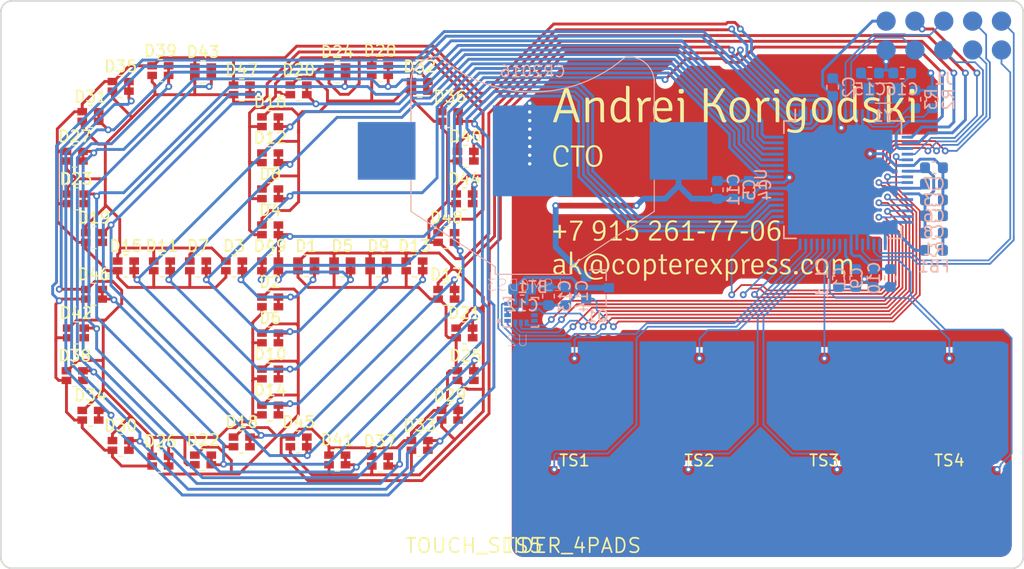
<source format=kicad_pcb>
(kicad_pcb (version 20171130) (host pcbnew 5.0.2+dfsg1-1~bpo9+1)
  (layers (0 F.Cu signal) (31 B.Cu signal) (34 B.Paste user hide) (35 F.Paste user hide) (36 B.SilkS user) (37 F.SilkS user) (38 B.Mask user hide) (39 F.Mask user hide) (44 Edge.Cuts user))
  (net 0 "")
  (net 1 LED_K0)
  (net 2 LED_K1)
  (net 3 LED_A0)
  (net 4 LED_K3)
  (net 5 LED_K2)
  (net 6 LED_K4)
  (net 7 LED_K5)
  (net 8 LED_K7)
  (net 9 LED_K6)
  (net 10 LED_K8)
  (net 11 LED_A1)
  (net 12 LED_A2)
  (net 13 LED_A3)
  (net 14 LED_A4)
  (net 15 LED_A5)
  (net 16 LED_A6)
  (net 17 LED_A7)
  (net 18 LED_A8)
  (net 19 VDD)
  (net 20 GND)
  (net 21 N$7)
  (net 22 N$6)
  (net 23 N$13)
  (net 24 N$14)
  (net 25 N$5)
  (net 26 N$19)
  (net 27 N$20)
  (net 28 N$16)
  (net 29 N$15)
  (net 30 N$17)
  (net 31 N$18)
  (net 32 N$12)
  (net 33 N$11)
  (net 34 TOUCH_PAD0)
  (net 35 N$1)
  (net 36 TOUCH_PAD1)
  (net 37 TOUCH_PAD2)
  (net 38 TOUCH_PAD3)
  (net 39 N$21)
  (net 40 N$22)
  (net 41 N$23)
  (net 42 N$8)
  (net 43 N$10)
  (net 44 N$9)
  (net 45 LED_K9)
  (net 46 LED_K10)
  (net 47 LED_K11)
  (net 48 LFXTAL_P)
  (net 49 LFXTAL_N)
  (net 50 IMU_VDD)
  (net 51 N$24)
  (net 52 MCU_AVDD)
  (net 53 N$2)
  (net 54 N$25)
  (module footprints:Text_Name_SilkS (layer F.Cu) (at 148.6 90.7)
    (fp_text reference svg2mod hide)
    (fp_text value G*** hide)
  )
  (module footprints:BatteryHolder_Keystone_3026_1x2016 (layer B.Cu) (at 146.812 93.218)
    (fp_text reference BT1 (at 0 12) (layer B.SilkS) (effects (justify mirror)))
    (fp_text value Battery_Cell)
    (fp_text user CR2016 (at 0 -7) (layer B.SilkS) (effects (font (thickness 0.125)) (justify mirror)))
    (pad 1 smd rect (at -12.85 0) (size 5.08 5.08) (layers B.Cu B.Paste B.Mask))
    (pad 1 smd rect (at 12.85 0) (size 5.08 5.08) (layers B.Cu B.Paste B.Mask) (net 19 VDD))
    (pad 2 smd rect (at 0 0) (size 7 8) (layers B.Cu B.Mask) (net 20 GND))
  )
  (module footprints:LED_DUAL_0606 (layer F.Cu) (at 123.709 103.351)
    (fp_text reference D49 (at 0 -1.75) (layer F.SilkS))
    (fp_text value LED_Dual_AACC)
    (pad 1 smd rect (at -0.725 -0.425) (size 0.85 0.65) (layers F.Cu F.Paste F.Mask) (net 18 LED_A8))
    (pad 2 smd rect (at -0.725 0.425) (size 0.85 0.65) (layers F.Cu F.Paste F.Mask) (net 18 LED_A8))
    (pad 4 smd rect (at 0.725 0.425) (size 0.85 0.65) (layers F.Cu F.Paste F.Mask) (net 2 LED_K1))
    (pad 3 smd rect (at 0.725 -0.425) (size 0.85 0.65) (layers F.Cu F.Paste F.Mask) (net 1 LED_K0))
  )
  (module footprints:LED_DUAL_0606 (layer F.Cu) (at 139.217852 100.851333)
    (fp_text reference D48 (at 0 -1.75) (layer F.SilkS))
    (fp_text value LED_Dual_AACC)
    (pad 1 smd rect (at -0.725 -0.425) (size 0.85 0.65) (layers F.Cu F.Paste F.Mask) (net 17 LED_A7))
    (pad 2 smd rect (at -0.725 0.425) (size 0.85 0.65) (layers F.Cu F.Paste F.Mask) (net 16 LED_A6))
    (pad 4 smd rect (at 0.725 0.425) (size 0.85 0.65) (layers F.Cu F.Paste F.Mask) (net 47 LED_K11))
    (pad 3 smd rect (at 0.725 -0.425) (size 0.85 0.65) (layers F.Cu F.Paste F.Mask) (net 47 LED_K11))
  )
  (module footprints:LED_DUAL_0606 (layer F.Cu) (at 121.209333 87.842147)
    (fp_text reference D47 (at 0 -1.75) (layer F.SilkS))
    (fp_text value LED_Dual_AACC)
    (pad 1 smd rect (at -0.725 -0.425) (size 0.85 0.65) (layers F.Cu F.Paste F.Mask) (net 15 LED_A5))
    (pad 2 smd rect (at -0.725 0.425) (size 0.85 0.65) (layers F.Cu F.Paste F.Mask) (net 14 LED_A4))
    (pad 4 smd rect (at 0.725 0.425) (size 0.85 0.65) (layers F.Cu F.Paste F.Mask) (net 47 LED_K11))
    (pad 3 smd rect (at 0.725 -0.425) (size 0.85 0.65) (layers F.Cu F.Paste F.Mask) (net 47 LED_K11))
  )
  (module footprints:LED_DUAL_0606 (layer F.Cu) (at 108.200147 105.850666)
    (fp_text reference D46 (at 0 -1.75) (layer F.SilkS))
    (fp_text value LED_Dual_AACC)
    (pad 1 smd rect (at -0.725 -0.425) (size 0.85 0.65) (layers F.Cu F.Paste F.Mask) (net 13 LED_A3))
    (pad 2 smd rect (at -0.725 0.425) (size 0.85 0.65) (layers F.Cu F.Paste F.Mask) (net 12 LED_A2))
    (pad 4 smd rect (at 0.725 0.425) (size 0.85 0.65) (layers F.Cu F.Paste F.Mask) (net 47 LED_K11))
    (pad 3 smd rect (at 0.725 -0.425) (size 0.85 0.65) (layers F.Cu F.Paste F.Mask) (net 47 LED_K11))
  )
  (module footprints:LED_DUAL_0606 (layer F.Cu) (at 126.208666 118.859852)
    (fp_text reference D45 (at 0 -1.75) (layer F.SilkS))
    (fp_text value LED_Dual_AACC)
    (pad 1 smd rect (at -0.725 -0.425) (size 0.85 0.65) (layers F.Cu F.Paste F.Mask) (net 11 LED_A1))
    (pad 2 smd rect (at -0.725 0.425) (size 0.85 0.65) (layers F.Cu F.Paste F.Mask) (net 3 LED_A0))
    (pad 4 smd rect (at 0.725 0.425) (size 0.85 0.65) (layers F.Cu F.Paste F.Mask) (net 47 LED_K11))
    (pad 3 smd rect (at 0.725 -0.425) (size 0.85 0.65) (layers F.Cu F.Paste F.Mask) (net 47 LED_K11))
  )
  (module footprints:LED_DUAL_0606 (layer F.Cu) (at 140.806919 97.443568)
    (fp_text reference D44 (at 0 -1.75) (layer F.SilkS))
    (fp_text value LED_Dual_AACC)
    (pad 1 smd rect (at -0.725 -0.425) (size 0.85 0.65) (layers F.Cu F.Paste F.Mask) (net 17 LED_A7))
    (pad 2 smd rect (at -0.725 0.425) (size 0.85 0.65) (layers F.Cu F.Paste F.Mask) (net 16 LED_A6))
    (pad 4 smd rect (at 0.725 0.425) (size 0.85 0.65) (layers F.Cu F.Paste F.Mask) (net 46 LED_K10))
    (pad 3 smd rect (at 0.725 -0.425) (size 0.85 0.65) (layers F.Cu F.Paste F.Mask) (net 46 LED_K10))
  )
  (module footprints:LED_DUAL_0606 (layer F.Cu) (at 117.801568 86.25308)
    (fp_text reference D43 (at 0 -1.75) (layer F.SilkS))
    (fp_text value LED_Dual_AACC)
    (pad 1 smd rect (at -0.725 -0.425) (size 0.85 0.65) (layers F.Cu F.Paste F.Mask) (net 15 LED_A5))
    (pad 2 smd rect (at -0.725 0.425) (size 0.85 0.65) (layers F.Cu F.Paste F.Mask) (net 14 LED_A4))
    (pad 4 smd rect (at 0.725 0.425) (size 0.85 0.65) (layers F.Cu F.Paste F.Mask) (net 46 LED_K10))
    (pad 3 smd rect (at 0.725 -0.425) (size 0.85 0.65) (layers F.Cu F.Paste F.Mask) (net 46 LED_K10))
  )
  (module footprints:LED_DUAL_0606 (layer F.Cu) (at 106.61108 109.258431)
    (fp_text reference D42 (at 0 -1.75) (layer F.SilkS))
    (fp_text value LED_Dual_AACC)
    (pad 1 smd rect (at -0.725 -0.425) (size 0.85 0.65) (layers F.Cu F.Paste F.Mask) (net 13 LED_A3))
    (pad 2 smd rect (at -0.725 0.425) (size 0.85 0.65) (layers F.Cu F.Paste F.Mask) (net 12 LED_A2))
    (pad 4 smd rect (at 0.725 0.425) (size 0.85 0.65) (layers F.Cu F.Paste F.Mask) (net 46 LED_K10))
    (pad 3 smd rect (at 0.725 -0.425) (size 0.85 0.65) (layers F.Cu F.Paste F.Mask) (net 46 LED_K10))
  )
  (module footprints:LED_DUAL_0606 (layer F.Cu) (at 129.616431 120.448919)
    (fp_text reference D41 (at 0 -1.75) (layer F.SilkS))
    (fp_text value LED_Dual_AACC)
    (pad 1 smd rect (at -0.725 -0.425) (size 0.85 0.65) (layers F.Cu F.Paste F.Mask) (net 11 LED_A1))
    (pad 2 smd rect (at -0.725 0.425) (size 0.85 0.65) (layers F.Cu F.Paste F.Mask) (net 3 LED_A0))
    (pad 4 smd rect (at 0.725 0.425) (size 0.85 0.65) (layers F.Cu F.Paste F.Mask) (net 46 LED_K10))
    (pad 3 smd rect (at 0.725 -0.425) (size 0.85 0.65) (layers F.Cu F.Paste F.Mask) (net 46 LED_K10))
  )
  (module footprints:LED_DUAL_0606 (layer F.Cu) (at 140.916279 93.685107)
    (fp_text reference D40 (at 0 -1.75) (layer F.SilkS))
    (fp_text value LED_Dual_AACC)
    (pad 1 smd rect (at -0.725 -0.425) (size 0.85 0.65) (layers F.Cu F.Paste F.Mask) (net 17 LED_A7))
    (pad 2 smd rect (at -0.725 0.425) (size 0.85 0.65) (layers F.Cu F.Paste F.Mask) (net 16 LED_A6))
    (pad 4 smd rect (at 0.725 0.425) (size 0.85 0.65) (layers F.Cu F.Paste F.Mask) (net 45 LED_K9))
    (pad 3 smd rect (at 0.725 -0.425) (size 0.85 0.65) (layers F.Cu F.Paste F.Mask) (net 45 LED_K9))
  )
  (module footprints:LED_DUAL_0606 (layer F.Cu) (at 114.043107 86.14372)
    (fp_text reference D39 (at 0 -1.75) (layer F.SilkS))
    (fp_text value LED_Dual_AACC)
    (pad 1 smd rect (at -0.725 -0.425) (size 0.85 0.65) (layers F.Cu F.Paste F.Mask) (net 15 LED_A5))
    (pad 2 smd rect (at -0.725 0.425) (size 0.85 0.65) (layers F.Cu F.Paste F.Mask) (net 14 LED_A4))
    (pad 4 smd rect (at 0.725 0.425) (size 0.85 0.65) (layers F.Cu F.Paste F.Mask) (net 45 LED_K9))
    (pad 3 smd rect (at 0.725 -0.425) (size 0.85 0.65) (layers F.Cu F.Paste F.Mask) (net 45 LED_K9))
  )
  (module footprints:LED_DUAL_0606 (layer F.Cu) (at 106.50172 113.016892)
    (fp_text reference D38 (at 0 -1.75) (layer F.SilkS))
    (fp_text value LED_Dual_AACC)
    (pad 1 smd rect (at -0.725 -0.425) (size 0.85 0.65) (layers F.Cu F.Paste F.Mask) (net 13 LED_A3))
    (pad 2 smd rect (at -0.725 0.425) (size 0.85 0.65) (layers F.Cu F.Paste F.Mask) (net 12 LED_A2))
    (pad 4 smd rect (at 0.725 0.425) (size 0.85 0.65) (layers F.Cu F.Paste F.Mask) (net 45 LED_K9))
    (pad 3 smd rect (at 0.725 -0.425) (size 0.85 0.65) (layers F.Cu F.Paste F.Mask) (net 45 LED_K9))
  )
  (module footprints:LED_DUAL_0606 (layer F.Cu) (at 133.374892 120.558279)
    (fp_text reference D37 (at 0 -1.75) (layer F.SilkS))
    (fp_text value LED_Dual_AACC)
    (pad 1 smd rect (at -0.725 -0.425) (size 0.85 0.65) (layers F.Cu F.Paste F.Mask) (net 11 LED_A1))
    (pad 2 smd rect (at -0.725 0.425) (size 0.85 0.65) (layers F.Cu F.Paste F.Mask) (net 3 LED_A0))
    (pad 4 smd rect (at 0.725 0.425) (size 0.85 0.65) (layers F.Cu F.Paste F.Mask) (net 45 LED_K9))
    (pad 3 smd rect (at 0.725 -0.425) (size 0.85 0.65) (layers F.Cu F.Paste F.Mask) (net 45 LED_K9))
  )
  (module footprints:LED_DUAL_0606 (layer F.Cu) (at 139.528045 90.190712)
    (fp_text reference D36 (at 0 -1.75) (layer F.SilkS))
    (fp_text value LED_Dual_AACC)
    (pad 1 smd rect (at -0.725 -0.425) (size 0.85 0.65) (layers F.Cu F.Paste F.Mask) (net 17 LED_A7))
    (pad 2 smd rect (at -0.725 0.425) (size 0.85 0.65) (layers F.Cu F.Paste F.Mask) (net 16 LED_A6))
    (pad 4 smd rect (at 0.725 0.425) (size 0.85 0.65) (layers F.Cu F.Paste F.Mask) (net 10 LED_K8))
    (pad 3 smd rect (at 0.725 -0.425) (size 0.85 0.65) (layers F.Cu F.Paste F.Mask) (net 10 LED_K8))
  )
  (module footprints:LED_DUAL_0606 (layer F.Cu) (at 110.548712 87.531954)
    (fp_text reference D35 (at 0 -1.75) (layer F.SilkS))
    (fp_text value LED_Dual_AACC)
    (pad 1 smd rect (at -0.725 -0.425) (size 0.85 0.65) (layers F.Cu F.Paste F.Mask) (net 15 LED_A5))
    (pad 2 smd rect (at -0.725 0.425) (size 0.85 0.65) (layers F.Cu F.Paste F.Mask) (net 14 LED_A4))
    (pad 4 smd rect (at 0.725 0.425) (size 0.85 0.65) (layers F.Cu F.Paste F.Mask) (net 10 LED_K8))
    (pad 3 smd rect (at 0.725 -0.425) (size 0.85 0.65) (layers F.Cu F.Paste F.Mask) (net 10 LED_K8))
  )
  (module footprints:LED_DUAL_0606 (layer F.Cu) (at 107.889954 116.511287)
    (fp_text reference D34 (at 0 -1.75) (layer F.SilkS))
    (fp_text value LED_Dual_AACC)
    (pad 1 smd rect (at -0.725 -0.425) (size 0.85 0.65) (layers F.Cu F.Paste F.Mask) (net 13 LED_A3))
    (pad 2 smd rect (at -0.725 0.425) (size 0.85 0.65) (layers F.Cu F.Paste F.Mask) (net 12 LED_A2))
    (pad 4 smd rect (at 0.725 0.425) (size 0.85 0.65) (layers F.Cu F.Paste F.Mask) (net 10 LED_K8))
    (pad 3 smd rect (at 0.725 -0.425) (size 0.85 0.65) (layers F.Cu F.Paste F.Mask) (net 10 LED_K8))
  )
  (module footprints:LED_DUAL_0606 (layer F.Cu) (at 136.869287 119.170045)
    (fp_text reference D33 (at 0 -1.75) (layer F.SilkS))
    (fp_text value LED_Dual_AACC)
    (pad 1 smd rect (at -0.725 -0.425) (size 0.85 0.65) (layers F.Cu F.Paste F.Mask) (net 11 LED_A1))
    (pad 2 smd rect (at -0.725 0.425) (size 0.85 0.65) (layers F.Cu F.Paste F.Mask) (net 3 LED_A0))
    (pad 4 smd rect (at 0.725 0.425) (size 0.85 0.65) (layers F.Cu F.Paste F.Mask) (net 10 LED_K8))
    (pad 3 smd rect (at 0.725 -0.425) (size 0.85 0.65) (layers F.Cu F.Paste F.Mask) (net 10 LED_K8))
  )
  (module footprints:LED_DUAL_0606 (layer F.Cu) (at 136.869287 87.531954)
    (fp_text reference D32 (at 0 -1.75) (layer F.SilkS))
    (fp_text value LED_Dual_AACC)
    (pad 1 smd rect (at -0.725 -0.425) (size 0.85 0.65) (layers F.Cu F.Paste F.Mask) (net 17 LED_A7))
    (pad 2 smd rect (at -0.725 0.425) (size 0.85 0.65) (layers F.Cu F.Paste F.Mask) (net 16 LED_A6))
    (pad 4 smd rect (at 0.725 0.425) (size 0.85 0.65) (layers F.Cu F.Paste F.Mask) (net 8 LED_K7))
    (pad 3 smd rect (at 0.725 -0.425) (size 0.85 0.65) (layers F.Cu F.Paste F.Mask) (net 8 LED_K7))
  )
  (module footprints:LED_DUAL_0606 (layer F.Cu) (at 107.889954 90.190712)
    (fp_text reference D31 (at 0 -1.75) (layer F.SilkS))
    (fp_text value LED_Dual_AACC)
    (pad 1 smd rect (at -0.725 -0.425) (size 0.85 0.65) (layers F.Cu F.Paste F.Mask) (net 15 LED_A5))
    (pad 2 smd rect (at -0.725 0.425) (size 0.85 0.65) (layers F.Cu F.Paste F.Mask) (net 14 LED_A4))
    (pad 4 smd rect (at 0.725 0.425) (size 0.85 0.65) (layers F.Cu F.Paste F.Mask) (net 8 LED_K7))
    (pad 3 smd rect (at 0.725 -0.425) (size 0.85 0.65) (layers F.Cu F.Paste F.Mask) (net 8 LED_K7))
  )
  (module footprints:LED_DUAL_0606 (layer F.Cu) (at 110.548712 119.170045)
    (fp_text reference D30 (at 0 -1.75) (layer F.SilkS))
    (fp_text value LED_Dual_AACC)
    (pad 1 smd rect (at -0.725 -0.425) (size 0.85 0.65) (layers F.Cu F.Paste F.Mask) (net 13 LED_A3))
    (pad 2 smd rect (at -0.725 0.425) (size 0.85 0.65) (layers F.Cu F.Paste F.Mask) (net 12 LED_A2))
    (pad 4 smd rect (at 0.725 0.425) (size 0.85 0.65) (layers F.Cu F.Paste F.Mask) (net 8 LED_K7))
    (pad 3 smd rect (at 0.725 -0.425) (size 0.85 0.65) (layers F.Cu F.Paste F.Mask) (net 8 LED_K7))
  )
  (module footprints:LED_DUAL_0606 (layer F.Cu) (at 139.528045 116.511287)
    (fp_text reference D29 (at 0 -1.75) (layer F.SilkS))
    (fp_text value LED_Dual_AACC)
    (pad 1 smd rect (at -0.725 -0.425) (size 0.85 0.65) (layers F.Cu F.Paste F.Mask) (net 11 LED_A1))
    (pad 2 smd rect (at -0.725 0.425) (size 0.85 0.65) (layers F.Cu F.Paste F.Mask) (net 3 LED_A0))
    (pad 4 smd rect (at 0.725 0.425) (size 0.85 0.65) (layers F.Cu F.Paste F.Mask) (net 8 LED_K7))
    (pad 3 smd rect (at 0.725 -0.425) (size 0.85 0.65) (layers F.Cu F.Paste F.Mask) (net 8 LED_K7))
  )
  (module footprints:LED_DUAL_0606 (layer F.Cu) (at 133.374892 86.14372)
    (fp_text reference D28 (at 0 -1.75) (layer F.SilkS))
    (fp_text value LED_Dual_AACC)
    (pad 1 smd rect (at -0.725 -0.425) (size 0.85 0.65) (layers F.Cu F.Paste F.Mask) (net 17 LED_A7))
    (pad 2 smd rect (at -0.725 0.425) (size 0.85 0.65) (layers F.Cu F.Paste F.Mask) (net 16 LED_A6))
    (pad 4 smd rect (at 0.725 0.425) (size 0.85 0.65) (layers F.Cu F.Paste F.Mask) (net 9 LED_K6))
    (pad 3 smd rect (at 0.725 -0.425) (size 0.85 0.65) (layers F.Cu F.Paste F.Mask) (net 9 LED_K6))
  )
  (module footprints:LED_DUAL_0606 (layer F.Cu) (at 106.50172 93.685107)
    (fp_text reference D27 (at 0 -1.75) (layer F.SilkS))
    (fp_text value LED_Dual_AACC)
    (pad 1 smd rect (at -0.725 -0.425) (size 0.85 0.65) (layers F.Cu F.Paste F.Mask) (net 15 LED_A5))
    (pad 2 smd rect (at -0.725 0.425) (size 0.85 0.65) (layers F.Cu F.Paste F.Mask) (net 14 LED_A4))
    (pad 4 smd rect (at 0.725 0.425) (size 0.85 0.65) (layers F.Cu F.Paste F.Mask) (net 9 LED_K6))
    (pad 3 smd rect (at 0.725 -0.425) (size 0.85 0.65) (layers F.Cu F.Paste F.Mask) (net 9 LED_K6))
  )
  (module footprints:LED_DUAL_0606 (layer F.Cu) (at 114.043107 120.558279)
    (fp_text reference D26 (at 0 -1.75) (layer F.SilkS))
    (fp_text value LED_Dual_AACC)
    (pad 1 smd rect (at -0.725 -0.425) (size 0.85 0.65) (layers F.Cu F.Paste F.Mask) (net 13 LED_A3))
    (pad 2 smd rect (at -0.725 0.425) (size 0.85 0.65) (layers F.Cu F.Paste F.Mask) (net 12 LED_A2))
    (pad 4 smd rect (at 0.725 0.425) (size 0.85 0.65) (layers F.Cu F.Paste F.Mask) (net 9 LED_K6))
    (pad 3 smd rect (at 0.725 -0.425) (size 0.85 0.65) (layers F.Cu F.Paste F.Mask) (net 9 LED_K6))
  )
  (module footprints:LED_DUAL_0606 (layer F.Cu) (at 140.916279 113.016892)
    (fp_text reference D25 (at 0 -1.75) (layer F.SilkS))
    (fp_text value LED_Dual_AACC)
    (pad 1 smd rect (at -0.725 -0.425) (size 0.85 0.65) (layers F.Cu F.Paste F.Mask) (net 11 LED_A1))
    (pad 2 smd rect (at -0.725 0.425) (size 0.85 0.65) (layers F.Cu F.Paste F.Mask) (net 3 LED_A0))
    (pad 4 smd rect (at 0.725 0.425) (size 0.85 0.65) (layers F.Cu F.Paste F.Mask) (net 9 LED_K6))
    (pad 3 smd rect (at 0.725 -0.425) (size 0.85 0.65) (layers F.Cu F.Paste F.Mask) (net 9 LED_K6))
  )
  (module footprints:LED_DUAL_0606 (layer F.Cu) (at 129.616431 86.25308)
    (fp_text reference D24 (at 0 -1.75) (layer F.SilkS))
    (fp_text value LED_Dual_AACC)
    (pad 1 smd rect (at -0.725 -0.425) (size 0.85 0.65) (layers F.Cu F.Paste F.Mask) (net 16 LED_A6))
    (pad 2 smd rect (at -0.725 0.425) (size 0.85 0.65) (layers F.Cu F.Paste F.Mask) (net 17 LED_A7))
    (pad 4 smd rect (at 0.725 0.425) (size 0.85 0.65) (layers F.Cu F.Paste F.Mask) (net 7 LED_K5))
    (pad 3 smd rect (at 0.725 -0.425) (size 0.85 0.65) (layers F.Cu F.Paste F.Mask) (net 7 LED_K5))
  )
  (module footprints:LED_DUAL_0606 (layer F.Cu) (at 106.61108 97.443568)
    (fp_text reference D23 (at 0 -1.75) (layer F.SilkS))
    (fp_text value LED_Dual_AACC)
    (pad 1 smd rect (at -0.725 -0.425) (size 0.85 0.65) (layers F.Cu F.Paste F.Mask) (net 14 LED_A4))
    (pad 2 smd rect (at -0.725 0.425) (size 0.85 0.65) (layers F.Cu F.Paste F.Mask) (net 15 LED_A5))
    (pad 4 smd rect (at 0.725 0.425) (size 0.85 0.65) (layers F.Cu F.Paste F.Mask) (net 7 LED_K5))
    (pad 3 smd rect (at 0.725 -0.425) (size 0.85 0.65) (layers F.Cu F.Paste F.Mask) (net 7 LED_K5))
  )
  (module footprints:LED_DUAL_0606 (layer F.Cu) (at 117.801568 120.448919)
    (fp_text reference D22 (at 0 -1.75) (layer F.SilkS))
    (fp_text value LED_Dual_AACC)
    (pad 1 smd rect (at -0.725 -0.425) (size 0.85 0.65) (layers F.Cu F.Paste F.Mask) (net 12 LED_A2))
    (pad 2 smd rect (at -0.725 0.425) (size 0.85 0.65) (layers F.Cu F.Paste F.Mask) (net 13 LED_A3))
    (pad 4 smd rect (at 0.725 0.425) (size 0.85 0.65) (layers F.Cu F.Paste F.Mask) (net 7 LED_K5))
    (pad 3 smd rect (at 0.725 -0.425) (size 0.85 0.65) (layers F.Cu F.Paste F.Mask) (net 7 LED_K5))
  )
  (module footprints:LED_DUAL_0606 (layer F.Cu) (at 140.806919 109.258431)
    (fp_text reference D21 (at 0 -1.75) (layer F.SilkS))
    (fp_text value LED_Dual_AACC)
    (pad 1 smd rect (at -0.725 -0.425) (size 0.85 0.65) (layers F.Cu F.Paste F.Mask) (net 3 LED_A0))
    (pad 2 smd rect (at -0.725 0.425) (size 0.85 0.65) (layers F.Cu F.Paste F.Mask) (net 11 LED_A1))
    (pad 4 smd rect (at 0.725 0.425) (size 0.85 0.65) (layers F.Cu F.Paste F.Mask) (net 7 LED_K5))
    (pad 3 smd rect (at 0.725 -0.425) (size 0.85 0.65) (layers F.Cu F.Paste F.Mask) (net 7 LED_K5))
  )
  (module footprints:LED_DUAL_0606 (layer F.Cu) (at 126.208666 87.842147)
    (fp_text reference D20 (at 0 -1.75) (layer F.SilkS))
    (fp_text value LED_Dual_AACC)
    (pad 1 smd rect (at -0.725 -0.425) (size 0.85 0.65) (layers F.Cu F.Paste F.Mask) (net 16 LED_A6))
    (pad 2 smd rect (at -0.725 0.425) (size 0.85 0.65) (layers F.Cu F.Paste F.Mask) (net 17 LED_A7))
    (pad 4 smd rect (at 0.725 0.425) (size 0.85 0.65) (layers F.Cu F.Paste F.Mask) (net 6 LED_K4))
    (pad 3 smd rect (at 0.725 -0.425) (size 0.85 0.65) (layers F.Cu F.Paste F.Mask) (net 6 LED_K4))
  )
  (module footprints:LED_DUAL_0606 (layer F.Cu) (at 108.200147 100.851333)
    (fp_text reference D19 (at 0 -1.75) (layer F.SilkS))
    (fp_text value LED_Dual_AACC)
    (pad 1 smd rect (at -0.725 -0.425) (size 0.85 0.65) (layers F.Cu F.Paste F.Mask) (net 14 LED_A4))
    (pad 2 smd rect (at -0.725 0.425) (size 0.85 0.65) (layers F.Cu F.Paste F.Mask) (net 15 LED_A5))
    (pad 4 smd rect (at 0.725 0.425) (size 0.85 0.65) (layers F.Cu F.Paste F.Mask) (net 6 LED_K4))
    (pad 3 smd rect (at 0.725 -0.425) (size 0.85 0.65) (layers F.Cu F.Paste F.Mask) (net 6 LED_K4))
  )
  (module footprints:LED_DUAL_0606 (layer F.Cu) (at 121.209333 118.859852)
    (fp_text reference D18 (at 0 -1.75) (layer F.SilkS))
    (fp_text value LED_Dual_AACC)
    (pad 1 smd rect (at -0.725 -0.425) (size 0.85 0.65) (layers F.Cu F.Paste F.Mask) (net 12 LED_A2))
    (pad 2 smd rect (at -0.725 0.425) (size 0.85 0.65) (layers F.Cu F.Paste F.Mask) (net 13 LED_A3))
    (pad 4 smd rect (at 0.725 0.425) (size 0.85 0.65) (layers F.Cu F.Paste F.Mask) (net 6 LED_K4))
    (pad 3 smd rect (at 0.725 -0.425) (size 0.85 0.65) (layers F.Cu F.Paste F.Mask) (net 6 LED_K4))
  )
  (module footprints:LED_DUAL_0606 (layer F.Cu) (at 139.217852 105.850666)
    (fp_text reference D17 (at 0 -1.75) (layer F.SilkS))
    (fp_text value LED_Dual_AACC)
    (pad 1 smd rect (at -0.725 -0.425) (size 0.85 0.65) (layers F.Cu F.Paste F.Mask) (net 3 LED_A0))
    (pad 2 smd rect (at -0.725 0.425) (size 0.85 0.65) (layers F.Cu F.Paste F.Mask) (net 11 LED_A1))
    (pad 4 smd rect (at 0.725 0.425) (size 0.85 0.65) (layers F.Cu F.Paste F.Mask) (net 6 LED_K4))
    (pad 3 smd rect (at 0.725 -0.425) (size 0.85 0.65) (layers F.Cu F.Paste F.Mask) (net 6 LED_K4))
  )
  (module footprints:LED_DUAL_0606 (layer F.Cu) (at 123.709 90.651)
    (fp_text reference D16 (at 0 -1.75) (layer F.SilkS))
    (fp_text value LED_Dual_AACC)
    (pad 1 smd rect (at -0.725 -0.425) (size 0.85 0.65) (layers F.Cu F.Paste F.Mask) (net 16 LED_A6))
    (pad 2 smd rect (at -0.725 0.425) (size 0.85 0.65) (layers F.Cu F.Paste F.Mask) (net 17 LED_A7))
    (pad 4 smd rect (at 0.725 0.425) (size 0.85 0.65) (layers F.Cu F.Paste F.Mask) (net 4 LED_K3))
    (pad 3 smd rect (at 0.725 -0.425) (size 0.85 0.65) (layers F.Cu F.Paste F.Mask) (net 4 LED_K3))
  )
  (module footprints:LED_DUAL_0606 (layer F.Cu) (at 111.009 103.351)
    (fp_text reference D15 (at 0 -1.75) (layer F.SilkS))
    (fp_text value LED_Dual_AACC)
    (pad 1 smd rect (at -0.725 -0.425) (size 0.85 0.65) (layers F.Cu F.Paste F.Mask) (net 14 LED_A4))
    (pad 2 smd rect (at -0.725 0.425) (size 0.85 0.65) (layers F.Cu F.Paste F.Mask) (net 15 LED_A5))
    (pad 4 smd rect (at 0.725 0.425) (size 0.85 0.65) (layers F.Cu F.Paste F.Mask) (net 4 LED_K3))
    (pad 3 smd rect (at 0.725 -0.425) (size 0.85 0.65) (layers F.Cu F.Paste F.Mask) (net 4 LED_K3))
  )
  (module footprints:LED_DUAL_0606 (layer F.Cu) (at 123.709 116.051)
    (fp_text reference D14 (at 0 -1.75) (layer F.SilkS))
    (fp_text value LED_Dual_AACC)
    (pad 1 smd rect (at -0.725 -0.425) (size 0.85 0.65) (layers F.Cu F.Paste F.Mask) (net 12 LED_A2))
    (pad 2 smd rect (at -0.725 0.425) (size 0.85 0.65) (layers F.Cu F.Paste F.Mask) (net 13 LED_A3))
    (pad 4 smd rect (at 0.725 0.425) (size 0.85 0.65) (layers F.Cu F.Paste F.Mask) (net 4 LED_K3))
    (pad 3 smd rect (at 0.725 -0.425) (size 0.85 0.65) (layers F.Cu F.Paste F.Mask) (net 4 LED_K3))
  )
  (module footprints:LED_DUAL_0606 (layer F.Cu) (at 136.409 103.351)
    (fp_text reference D13 (at 0 -1.75) (layer F.SilkS))
    (fp_text value LED_Dual_AACC)
    (pad 1 smd rect (at -0.725 -0.425) (size 0.85 0.65) (layers F.Cu F.Paste F.Mask) (net 3 LED_A0))
    (pad 2 smd rect (at -0.725 0.425) (size 0.85 0.65) (layers F.Cu F.Paste F.Mask) (net 11 LED_A1))
    (pad 4 smd rect (at 0.725 0.425) (size 0.85 0.65) (layers F.Cu F.Paste F.Mask) (net 4 LED_K3))
    (pad 3 smd rect (at 0.725 -0.425) (size 0.85 0.65) (layers F.Cu F.Paste F.Mask) (net 4 LED_K3))
  )
  (module footprints:LED_DUAL_0606 (layer F.Cu) (at 123.709 93.826)
    (fp_text reference D12 (at 0 -1.75) (layer F.SilkS))
    (fp_text value LED_Dual_AACC)
    (pad 1 smd rect (at -0.725 -0.425) (size 0.85 0.65) (layers F.Cu F.Paste F.Mask) (net 16 LED_A6))
    (pad 2 smd rect (at -0.725 0.425) (size 0.85 0.65) (layers F.Cu F.Paste F.Mask) (net 17 LED_A7))
    (pad 4 smd rect (at 0.725 0.425) (size 0.85 0.65) (layers F.Cu F.Paste F.Mask) (net 5 LED_K2))
    (pad 3 smd rect (at 0.725 -0.425) (size 0.85 0.65) (layers F.Cu F.Paste F.Mask) (net 5 LED_K2))
  )
  (module footprints:LED_DUAL_0606 (layer F.Cu) (at 114.184 103.351)
    (fp_text reference D11 (at 0 -1.75) (layer F.SilkS))
    (fp_text value LED_Dual_AACC)
    (pad 1 smd rect (at -0.725 -0.425) (size 0.85 0.65) (layers F.Cu F.Paste F.Mask) (net 14 LED_A4))
    (pad 2 smd rect (at -0.725 0.425) (size 0.85 0.65) (layers F.Cu F.Paste F.Mask) (net 15 LED_A5))
    (pad 4 smd rect (at 0.725 0.425) (size 0.85 0.65) (layers F.Cu F.Paste F.Mask) (net 5 LED_K2))
    (pad 3 smd rect (at 0.725 -0.425) (size 0.85 0.65) (layers F.Cu F.Paste F.Mask) (net 5 LED_K2))
  )
  (module footprints:LED_DUAL_0606 (layer F.Cu) (at 123.709 112.875999)
    (fp_text reference D10 (at 0 -1.75) (layer F.SilkS))
    (fp_text value LED_Dual_AACC)
    (pad 1 smd rect (at -0.725 -0.425) (size 0.85 0.65) (layers F.Cu F.Paste F.Mask) (net 12 LED_A2))
    (pad 2 smd rect (at -0.725 0.425) (size 0.85 0.65) (layers F.Cu F.Paste F.Mask) (net 13 LED_A3))
    (pad 4 smd rect (at 0.725 0.425) (size 0.85 0.65) (layers F.Cu F.Paste F.Mask) (net 5 LED_K2))
    (pad 3 smd rect (at 0.725 -0.425) (size 0.85 0.65) (layers F.Cu F.Paste F.Mask) (net 5 LED_K2))
  )
  (module footprints:LED_DUAL_0606 (layer F.Cu) (at 133.234 103.351)
    (fp_text reference D9 (at 0 -1.75) (layer F.SilkS))
    (fp_text value LED_Dual_AACC)
    (pad 1 smd rect (at -0.725 -0.425) (size 0.85 0.65) (layers F.Cu F.Paste F.Mask) (net 3 LED_A0))
    (pad 2 smd rect (at -0.725 0.425) (size 0.85 0.65) (layers F.Cu F.Paste F.Mask) (net 11 LED_A1))
    (pad 4 smd rect (at 0.725 0.425) (size 0.85 0.65) (layers F.Cu F.Paste F.Mask) (net 5 LED_K2))
    (pad 3 smd rect (at 0.725 -0.425) (size 0.85 0.65) (layers F.Cu F.Paste F.Mask) (net 5 LED_K2))
  )
  (module footprints:LED_DUAL_0606 (layer F.Cu) (at 123.709 97.001)
    (fp_text reference D8 (at 0 -1.75) (layer F.SilkS))
    (fp_text value LED_Dual_AACC)
    (pad 1 smd rect (at -0.725 -0.425) (size 0.85 0.65) (layers F.Cu F.Paste F.Mask) (net 16 LED_A6))
    (pad 2 smd rect (at -0.725 0.425) (size 0.85 0.65) (layers F.Cu F.Paste F.Mask) (net 17 LED_A7))
    (pad 4 smd rect (at 0.725 0.425) (size 0.85 0.65) (layers F.Cu F.Paste F.Mask) (net 2 LED_K1))
    (pad 3 smd rect (at 0.725 -0.425) (size 0.85 0.65) (layers F.Cu F.Paste F.Mask) (net 2 LED_K1))
  )
  (module footprints:LED_DUAL_0606 (layer F.Cu) (at 117.359 103.351)
    (fp_text reference D7 (at 0 -1.75) (layer F.SilkS))
    (fp_text value LED_Dual_AACC)
    (pad 1 smd rect (at -0.725 -0.425) (size 0.85 0.65) (layers F.Cu F.Paste F.Mask) (net 14 LED_A4))
    (pad 2 smd rect (at -0.725 0.425) (size 0.85 0.65) (layers F.Cu F.Paste F.Mask) (net 15 LED_A5))
    (pad 4 smd rect (at 0.725 0.425) (size 0.85 0.65) (layers F.Cu F.Paste F.Mask) (net 2 LED_K1))
    (pad 3 smd rect (at 0.725 -0.425) (size 0.85 0.65) (layers F.Cu F.Paste F.Mask) (net 2 LED_K1))
  )
  (module footprints:LED_DUAL_0606 (layer F.Cu) (at 123.709 109.701)
    (fp_text reference D6 (at 0 -1.75) (layer F.SilkS))
    (fp_text value LED_Dual_AACC)
    (pad 1 smd rect (at -0.725 -0.425) (size 0.85 0.65) (layers F.Cu F.Paste F.Mask) (net 12 LED_A2))
    (pad 2 smd rect (at -0.725 0.425) (size 0.85 0.65) (layers F.Cu F.Paste F.Mask) (net 13 LED_A3))
    (pad 4 smd rect (at 0.725 0.425) (size 0.85 0.65) (layers F.Cu F.Paste F.Mask) (net 2 LED_K1))
    (pad 3 smd rect (at 0.725 -0.425) (size 0.85 0.65) (layers F.Cu F.Paste F.Mask) (net 2 LED_K1))
  )
  (module footprints:LED_DUAL_0606 (layer F.Cu) (at 130.059 103.351)
    (fp_text reference D5 (at 0 -1.75) (layer F.SilkS))
    (fp_text value LED_Dual_AACC)
    (pad 1 smd rect (at -0.725 -0.425) (size 0.85 0.65) (layers F.Cu F.Paste F.Mask) (net 3 LED_A0))
    (pad 2 smd rect (at -0.725 0.425) (size 0.85 0.65) (layers F.Cu F.Paste F.Mask) (net 11 LED_A1))
    (pad 4 smd rect (at 0.725 0.425) (size 0.85 0.65) (layers F.Cu F.Paste F.Mask) (net 2 LED_K1))
    (pad 3 smd rect (at 0.725 -0.425) (size 0.85 0.65) (layers F.Cu F.Paste F.Mask) (net 2 LED_K1))
  )
  (module footprints:LED_DUAL_0606 (layer F.Cu) (at 123.709 100.176)
    (fp_text reference D4 (at 0 -1.75) (layer F.SilkS))
    (fp_text value LED_Dual_AACC)
    (pad 1 smd rect (at -0.725 -0.425) (size 0.85 0.65) (layers F.Cu F.Paste F.Mask) (net 16 LED_A6))
    (pad 2 smd rect (at -0.725 0.425) (size 0.85 0.65) (layers F.Cu F.Paste F.Mask) (net 17 LED_A7))
    (pad 4 smd rect (at 0.725 0.425) (size 0.85 0.65) (layers F.Cu F.Paste F.Mask) (net 1 LED_K0))
    (pad 3 smd rect (at 0.725 -0.425) (size 0.85 0.65) (layers F.Cu F.Paste F.Mask) (net 1 LED_K0))
  )
  (module footprints:LED_DUAL_0606 (layer F.Cu) (at 120.534 103.351)
    (fp_text reference D3 (at 0 -1.75) (layer F.SilkS))
    (fp_text value LED_Dual_AACC)
    (pad 1 smd rect (at -0.725 -0.425) (size 0.85 0.65) (layers F.Cu F.Paste F.Mask) (net 14 LED_A4))
    (pad 2 smd rect (at -0.725 0.425) (size 0.85 0.65) (layers F.Cu F.Paste F.Mask) (net 15 LED_A5))
    (pad 4 smd rect (at 0.725 0.425) (size 0.85 0.65) (layers F.Cu F.Paste F.Mask) (net 1 LED_K0))
    (pad 3 smd rect (at 0.725 -0.425) (size 0.85 0.65) (layers F.Cu F.Paste F.Mask) (net 1 LED_K0))
  )
  (module footprints:LED_DUAL_0606 (layer F.Cu) (at 123.709 106.526)
    (fp_text reference D2 (at 0 -1.75) (layer F.SilkS))
    (fp_text value LED_Dual_AACC)
    (pad 1 smd rect (at -0.725 -0.425) (size 0.85 0.65) (layers F.Cu F.Paste F.Mask) (net 12 LED_A2))
    (pad 2 smd rect (at -0.725 0.425) (size 0.85 0.65) (layers F.Cu F.Paste F.Mask) (net 13 LED_A3))
    (pad 4 smd rect (at 0.725 0.425) (size 0.85 0.65) (layers F.Cu F.Paste F.Mask) (net 1 LED_K0))
    (pad 3 smd rect (at 0.725 -0.425) (size 0.85 0.65) (layers F.Cu F.Paste F.Mask) (net 1 LED_K0))
  )
  (module footprints:LED_DUAL_0606 (layer F.Cu) (at 126.884 103.351)
    (fp_text reference D1 (at 0 -1.75) (layer F.SilkS))
    (fp_text value LED_Dual_AACC)
    (pad 1 smd rect (at -0.725 -0.425) (size 0.85 0.65) (layers F.Cu F.Paste F.Mask) (net 3 LED_A0))
    (pad 2 smd rect (at -0.725 0.425) (size 0.85 0.65) (layers F.Cu F.Paste F.Mask) (net 11 LED_A1))
    (pad 4 smd rect (at 0.725 0.425) (size 0.85 0.65) (layers F.Cu F.Paste F.Mask) (net 1 LED_K0))
    (pad 3 smd rect (at 0.725 -0.425) (size 0.85 0.65) (layers F.Cu F.Paste F.Mask) (net 1 LED_K0))
  )
  (module Capacitor_SMD:C_0603_1608Metric (layer B.Cu) (at 173.736 104.4195 270)
    (fp_text reference C1_1 (at 0 1.43 270) (layer B.SilkS) (effects (justify mirror)))
    (fp_text value 10uF)
    (pad 1 smd roundrect (at -0.7875 0 270) (size 0.875 0.95) (layers B.Cu B.Paste B.Mask) (net 35 N$1))
    (pad 2 smd roundrect (at 0.7875 0 270) (size 0.875 0.95) (layers B.Cu B.Paste B.Mask) (net 20 GND))
  )
  (module Resistor_SMD:R_0603_1608Metric (layer B.Cu) (at 180.467 88.6715 90)
    (fp_text reference R3 (at 0 1.43 90) (layer B.SilkS) (effects (justify mirror)))
    (fp_text value 0)
    (pad 1 smd roundrect (at -0.7875 0 90) (size 0.875 0.95) (layers B.Cu B.Paste B.Mask) (net 54 N$25))
    (pad 2 smd roundrect (at 0.7875 0 90) (size 0.875 0.95) (layers B.Cu B.Paste B.Mask) (net 20 GND))
  )
  (module Inductor_SMD:L_0603_1608Metric (layer B.Cu) (at 182.1435 101.981)
    (fp_text reference FB1 (at 0 1.43) (layer B.SilkS) (effects (justify mirror)))
    (fp_text value Ferrite_Bead_Small)
    (pad 1 smd roundrect (at -0.7875 0) (size 0.875 0.95) (layers B.Cu B.Paste B.Mask) (net 19 VDD))
    (pad 2 smd roundrect (at 0.7875 0) (size 0.875 0.95) (layers B.Cu B.Paste B.Mask) (net 53 N$2))
  )
  (module Package_TO_SOT_SMD:SOT-23 (layer B.Cu) (at 152.527 105.283)
    (fp_text reference Q1 (at 0 2.5) (layer B.SilkS) (effects (justify mirror)))
    (fp_text value Q_PMOS_GSD)
    (pad 1 smd rect (at -1 0.95) (size 0.9 0.8) (layers B.Cu B.Paste B.Mask) (net 23 N$13))
    (pad 2 smd rect (at -1 -0.95) (size 0.9 0.8) (layers B.Cu B.Paste B.Mask) (net 19 VDD))
    (pad 3 smd rect (at 1 0) (size 0.9 0.8) (layers B.Cu B.Paste B.Mask) (net 50 IMU_VDD))
  )
  (module Capacitor_SMD:C_0603_1608Metric (layer B.Cu) (at 179.3495 86.36)
    (fp_text reference C16 (at 0 1.43) (layer B.SilkS) (effects (justify mirror)))
    (fp_text value 22pF)
    (pad 2 smd roundrect (at -0.7875 0) (size 0.875 0.95) (layers B.Cu B.Paste B.Mask) (net 20 GND))
    (pad 1 smd roundrect (at 0.7875 0) (size 0.875 0.95) (layers B.Cu B.Paste B.Mask) (net 49 LFXTAL_N))
  )
  (module Capacitor_SMD:C_0603_1608Metric (layer B.Cu) (at 176.5045 86.36)
    (fp_text reference C15 (at 0 1.43) (layer B.SilkS) (effects (justify mirror)))
    (fp_text value 22pF)
    (pad 2 smd roundrect (at 0.7875 0) (size 0.875 0.95) (layers B.Cu B.Paste B.Mask) (net 20 GND))
    (pad 1 smd roundrect (at -0.7875 0) (size 0.875 0.95) (layers B.Cu B.Paste B.Mask) (net 48 LFXTAL_P))
  )
  (module Capacitor_SMD:C_0603_1608Metric (layer B.Cu) (at 149.733 106.0195 90)
    (fp_text reference C14 (at 0 1.43 90) (layer B.SilkS) (effects (justify mirror)))
    (fp_text value 10uF)
    (pad 1 smd roundrect (at -0.7875 0 90) (size 0.875 0.95) (layers B.Cu B.Paste B.Mask) (net 50 IMU_VDD))
    (pad 2 smd roundrect (at 0.7875 0 90) (size 0.875 0.95) (layers B.Cu B.Paste B.Mask) (net 20 GND))
  )
  (module Capacitor_SMD:C_0603_1608Metric (layer B.Cu) (at 173.228 87.6045 90)
    (fp_text reference C2 (at 0 1.43 90) (layer B.SilkS) (effects (justify mirror)))
    (fp_text value 0.1uF)
    (pad 2 smd roundrect (at 0.7875 0 90) (size 0.875 0.95) (layers B.Cu B.Paste B.Mask) (net 20 GND))
    (pad 1 smd roundrect (at -0.7875 0 90) (size 0.875 0.95) (layers B.Cu B.Paste B.Mask) (net 19 VDD))
  )
  (module footprints:TouchSlider-4_42x7mm (layer F.Cu) (at 146 128)
    (fp_text reference TS5 (at 0 0) (layer F.SilkS) (effects (font (size 1.27 1.27))))
    (fp_text value TOUCH_SLIDER_4PADS (at 0 0) (layer F.SilkS) (effects (font (size 1.27 1.27))))
    (pad 1 smd custom (at 1.5 -3.5) (size 2.333333 2.333333) (layers F.Cu) (net 27 N$20) (options (clearance outline) (anchor circle)) (primitives (gr_poly (pts (xy -1.5 -3.5) (xy 1.5 -3.5) (xy 1.5 -3.270579) (xy 11.140237 -2.333333) (xy 1.5 -1.396088) (xy 1.5 -0.937245) (xy 11.140237 0) (xy 1.5 0.937245) (xy 1.5 1.396088) (xy 11.140237 2.333333) (xy 1.5 3.270579) (xy 1.5 3.5) (xy -1.5 3.5)) (width 0))))
    (pad 2 smd custom (at 14.476341 -3.5) (size 2.333333 2.333333) (layers F.Cu) (net 39 N$21) (options (clearance outline) (anchor circle)) (primitives (gr_poly (pts (xy -11.211214 -3.5) (xy -1.570978 -2.562755) (xy -1.570978 -2.103912) (xy -11.211214 -1.166667) (xy -1.570978 -0.229421) (xy -1.570978 0.229421) (xy -11.211214 1.166667) (xy -1.570978 2.103912) (xy -1.570978 2.562755) (xy -11.211214 3.5) (xy 1.570978 3.5) (xy 1.570978 3.270579) (xy 11.211214 2.333333) (xy 1.570978 1.396088) (xy 1.570978 0.937245) (xy 11.211214 0) (xy 1.570978 -0.937245) (xy 1.570978 -1.396088) (xy 11.211214 -2.333333) (xy 1.570978 -3.270579) (xy 1.570978 -3.5)) (width 0))))
    (pad 3 smd custom (at 27.523659 -3.5) (size 2.333333 2.333333) (layers F.Cu) (net 40 N$22) (options (clearance outline) (anchor circle)) (primitives (gr_poly (pts (xy -11.211214 -3.5) (xy -1.570978 -2.562755) (xy -1.570978 -2.103912) (xy -11.211214 -1.166667) (xy -1.570978 -0.229421) (xy -1.570978 0.229421) (xy -11.211214 1.166667) (xy -1.570978 2.103912) (xy -1.570978 2.562755) (xy -11.211214 3.5) (xy 1.570978 3.5) (xy 1.570978 3.270579) (xy 11.211214 2.333333) (xy 1.570978 1.396088) (xy 1.570978 0.937245) (xy 11.211214 0) (xy 1.570978 -0.937245) (xy 1.570978 -1.396088) (xy 11.211214 -2.333333) (xy 1.570978 -3.270579) (xy 1.570978 -3.5)) (width 0))))
    (pad 4 smd custom (at 40.5 -3.5) (size 2.333333 2.333333) (layers F.Cu) (net 41 N$23) (options (clearance outline) (anchor circle)) (primitives (gr_poly (pts (xy -11.140237 -3.5) (xy -1.5 -2.562755) (xy -1.5 -2.103912) (xy -11.140237 -1.166667) (xy -1.5 -0.229421) (xy -1.5 0.229421) (xy -11.140237 1.166667) (xy -1.5 2.103912) (xy -1.5 2.562755) (xy -11.140237 3.5) (xy 1.5 3.5) (xy 1.5 -3.5)) (width 0))))
  )
  (module footprints:TestPoints_2x05_P2.54_D1.7 (layer B.Cu) (at 183.007 83.058)
    (fp_text reference J1 (at 0 3.81) (layer B.SilkS) (effects (justify mirror)))
    (fp_text value POGO_10PADS)
    (pad 5 smd circle (at 0 -1.27) (size 1.7 1.7) (layers B.Cu B.Mask) (net 21 N$7))
    (pad 4 smd circle (at -2.54 1.27) (size 1.7 1.7) (layers B.Cu B.Mask) (net 22 N$6))
    (pad 3 smd circle (at -2.54 -1.27) (size 1.7 1.7) (layers B.Cu B.Mask) (net 25 N$5))
    (pad 2 smd circle (at -5.08 1.27) (size 1.7 1.7) (layers B.Cu B.Mask) (net 20 GND))
    (pad 1 smd circle (at -5.08 -1.27) (size 1.7 1.7) (layers B.Cu B.Mask) (net 19 VDD))
    (pad 10 smd circle (at 5.08 1.27) (size 1.7 1.7) (layers B.Cu B.Mask) (net 32 N$12))
    (pad 9 smd circle (at 5.08 -1.27) (size 1.7 1.7) (layers B.Cu B.Mask) (net 33 N$11))
    (pad 8 smd circle (at 2.54 1.27) (size 1.7 1.7) (layers B.Cu B.Mask) (net 43 N$10))
    (pad 7 smd circle (at 2.54 -1.27) (size 1.7 1.7) (layers B.Cu B.Mask) (net 44 N$9))
    (pad 6 smd circle (at 0 1.27) (size 1.7 1.7) (layers B.Cu B.Mask) (net 42 N$8))
  )
  (module footprints:TouchPad_D8.0mm (layer F.Cu) (at 183.5 115)
    (fp_text reference TS4 (at 0 5.5) (layer F.SilkS))
    (fp_text value TOUCH_PAD)
    (pad 1 smd circle (at 0 0) (size 8 8) (layers F.Cu) (net 38 TOUCH_PAD3))
  )
  (module footprints:TouchPad_D8.0mm (layer F.Cu) (at 172.5 115)
    (fp_text reference TS3 (at 0 5.5) (layer F.SilkS))
    (fp_text value TOUCH_PAD)
    (pad 1 smd circle (at 0 0) (size 8 8) (layers F.Cu) (net 37 TOUCH_PAD2))
  )
  (module footprints:TouchPad_D8.0mm (layer F.Cu) (at 161.5 115)
    (fp_text reference TS2 (at 0 5.5) (layer F.SilkS))
    (fp_text value TOUCH_PAD)
    (pad 1 smd circle (at 0 0) (size 8 8) (layers F.Cu) (net 36 TOUCH_PAD1))
  )
  (module footprints:TouchPad_D8.0mm (layer F.Cu) (at 150.5 115)
    (fp_text reference TS1 (at 0 5.5) (layer F.SilkS))
    (fp_text value TOUCH_PAD)
    (pad 1 smd circle (at 0 0) (size 8 8) (layers F.Cu) (net 34 TOUCH_PAD0))
  )
  (module footprints:LSM6DS3 (layer B.Cu) (at 145.7844 107.4416)
    (fp_text reference U2 (at -0.31031 2.48754) (layer B.SilkS) (effects (font (size 1.00102 1.00102) (thickness 0.05)) (justify mirror)))
    (fp_text value LSM6DS3 (at 0.325055 -2.39047) (layer B.SilkS) (effects (font (size 1.0002 1.0002) (thickness 0.05)) (justify mirror)))
    (pad 4 smd rect (at -1.175 -0.75 180) (size 0.58 0.35) (layers B.Cu B.Paste B.Mask) (net 31 N$18))
    (pad 3 smd rect (at -1.175 -0.25 180) (size 0.58 0.35) (layers B.Cu B.Paste B.Mask) (net 20 GND))
    (pad 2 smd rect (at -1.175 0.25 180) (size 0.58 0.35) (layers B.Cu B.Paste B.Mask) (net 20 GND))
    (pad 1 smd rect (at -1.175 0.75 180) (size 0.58 0.35) (layers B.Cu B.Paste B.Mask) (net 24 N$14))
    (pad 7 smd rect (at 0.5 -0.925 270) (size 0.58 0.35) (layers B.Cu B.Paste B.Mask) (net 20 GND))
    (pad 6 smd rect (at 0 -0.925 270) (size 0.58 0.35) (layers B.Cu B.Paste B.Mask) (net 20 GND))
    (pad 5 smd rect (at -0.5 -0.925 270) (size 0.58 0.35) (layers B.Cu B.Paste B.Mask) (net 50 IMU_VDD))
    (pad 8 smd rect (at 1.175 -0.75 180) (size 0.58 0.35) (layers B.Cu B.Paste B.Mask) (net 50 IMU_VDD))
    (pad 9 smd rect (at 1.175 -0.25 180) (size 0.58 0.35) (layers B.Cu B.Paste B.Mask) (net 26 N$19))
    (pad 10 smd rect (at 1.175 0.25 180) (size 0.58 0.35) (layers B.Cu B.Paste B.Mask))
    (pad 11 smd rect (at 1.175 0.75 180) (size 0.58 0.35) (layers B.Cu B.Paste B.Mask))
    (pad 12 smd rect (at 0.5 0.925 270) (size 0.58 0.35) (layers B.Cu B.Paste B.Mask) (net 30 N$17))
    (pad 13 smd rect (at 0 0.925 270) (size 0.58 0.35) (layers B.Cu B.Paste B.Mask) (net 28 N$16))
    (pad 14 smd rect (at -0.5 0.925 270) (size 0.58 0.35) (layers B.Cu B.Paste B.Mask) (net 29 N$15))
  )
  (module Resistor_SMD:R_0603_1608Metric (layer B.Cu) (at 181.991 88.6715 90)
    (fp_text reference R2 (at 0 1.43 90) (layer B.SilkS) (effects (justify mirror)))
    (fp_text value 0)
    (pad 2 smd roundrect (at 0.7875 0 90) (size 0.875 0.95) (layers B.Cu B.Paste B.Mask) (net 20 GND))
    (pad 1 smd roundrect (at -0.7875 0 90) (size 0.875 0.95) (layers B.Cu B.Paste B.Mask) (net 51 N$24))
  )
  (module Capacitor_SMD:C_0603_1608Metric (layer B.Cu) (at 148.209 106.0195 90)
    (fp_text reference C13 (at 0 1.43 90) (layer B.SilkS) (effects (justify mirror)))
    (fp_text value 0.1uF)
    (pad 2 smd roundrect (at 0.7875 0 90) (size 0.875 0.95) (layers B.Cu B.Paste B.Mask) (net 20 GND))
    (pad 1 smd roundrect (at -0.7875 0 90) (size 0.875 0.95) (layers B.Cu B.Paste B.Mask) (net 50 IMU_VDD))
  )
  (module Capacitor_SMD:C_0603_1608Metric (layer B.Cu) (at 145.8975 105.41)
    (fp_text reference C12 (at 0 1.43) (layer B.SilkS) (effects (justify mirror)))
    (fp_text value 0.1uF)
    (pad 2 smd roundrect (at 0.7875 0) (size 0.875 0.95) (layers B.Cu B.Paste B.Mask) (net 20 GND))
    (pad 1 smd roundrect (at -0.7875 0) (size 0.875 0.95) (layers B.Cu B.Paste B.Mask) (net 50 IMU_VDD))
  )
  (module Capacitor_SMD:C_0603_1608Metric (layer B.Cu) (at 178.308 104.4195 270)
    (fp_text reference C10 (at 0 1.43 270) (layer B.SilkS) (effects (justify mirror)))
    (fp_text value 10uF)
    (pad 2 smd roundrect (at 0.7875 0 270) (size 0.875 0.95) (layers B.Cu B.Paste B.Mask) (net 20 GND))
    (pad 1 smd roundrect (at -0.7875 0 270) (size 0.875 0.95) (layers B.Cu B.Paste B.Mask) (net 19 VDD))
  )
  (module Capacitor_SMD:C_0603_1608Metric (layer B.Cu) (at 176.784 104.4195 270)
    (fp_text reference C9 (at 0 1.43 270) (layer B.SilkS) (effects (justify mirror)))
    (fp_text value 0.1uF)
    (pad 2 smd roundrect (at 0.7875 0 270) (size 0.875 0.95) (layers B.Cu B.Paste B.Mask) (net 20 GND))
    (pad 1 smd roundrect (at -0.7875 0 270) (size 0.875 0.95) (layers B.Cu B.Paste B.Mask) (net 19 VDD))
  )
  (module Capacitor_SMD:C_0603_1608Metric (layer B.Cu) (at 182.1435 98.933)
    (fp_text reference C8 (at 0 1.43) (layer B.SilkS) (effects (justify mirror)))
    (fp_text value 10uF)
    (pad 2 smd roundrect (at 0.7875 0) (size 0.875 0.95) (layers B.Cu B.Paste B.Mask) (net 20 GND))
    (pad 1 smd roundrect (at -0.7875 0) (size 0.875 0.95) (layers B.Cu B.Paste B.Mask) (net 52 MCU_AVDD))
  )
  (module Capacitor_SMD:C_0603_1608Metric (layer B.Cu) (at 182.1435 94.7039)
    (fp_text reference C7 (at 0 1.43) (layer B.SilkS) (effects (justify mirror)))
    (fp_text value 10nF)
    (pad 2 smd roundrect (at 0.7875 0) (size 0.875 0.95) (layers B.Cu B.Paste B.Mask) (net 20 GND))
    (pad 1 smd roundrect (at -0.7875 0) (size 0.875 0.95) (layers B.Cu B.Paste B.Mask) (net 52 MCU_AVDD))
  )
  (module Capacitor_SMD:C_0603_1608Metric (layer B.Cu) (at 182.1435 97.536)
    (fp_text reference C6 (at 0 1.43) (layer B.SilkS) (effects (justify mirror)))
    (fp_text value 10nF)
    (pad 1 smd roundrect (at -0.7875 0) (size 0.875 0.95) (layers B.Cu B.Paste B.Mask) (net 52 MCU_AVDD))
    (pad 2 smd roundrect (at 0.7875 0) (size 0.875 0.95) (layers B.Cu B.Paste B.Mask) (net 20 GND))
  )
  (module Capacitor_SMD:C_0603_1608Metric (layer B.Cu) (at 164.465 96.647 90)
    (fp_text reference C5 (at 0 1.43 90) (layer B.SilkS) (effects (justify mirror)))
    (fp_text value 1uF)
    (pad 2 smd roundrect (at 0.7875 0 90) (size 0.875 0.95) (layers B.Cu B.Paste B.Mask) (net 20 GND))
    (pad 1 smd roundrect (at -0.7875 0 90) (size 0.875 0.95) (layers B.Cu B.Paste B.Mask) (net 19 VDD))
  )
  (module Capacitor_SMD:C_0603_1608Metric (layer B.Cu) (at 165.862 96.647 90)
    (fp_text reference C4 (at 0 1.43 90) (layer B.SilkS) (effects (justify mirror)))
    (fp_text value 0.1uF)
    (pad 2 smd roundrect (at 0.7875 0 90) (size 0.875 0.95) (layers B.Cu B.Paste B.Mask) (net 20 GND))
    (pad 1 smd roundrect (at -0.7875 0 90) (size 0.875 0.95) (layers B.Cu B.Paste B.Mask) (net 19 VDD))
  )
  (module Capacitor_SMD:C_0603_1608Metric (layer B.Cu) (at 182.1435 96.139)
    (fp_text reference C3 (at 0 1.43) (layer B.SilkS) (effects (justify mirror)))
    (fp_text value 0.1uF)
    (pad 2 smd roundrect (at 0.7875 0) (size 0.875 0.95) (layers B.Cu B.Paste B.Mask) (net 20 GND))
    (pad 1 smd roundrect (at -0.7875 0) (size 0.875 0.95) (layers B.Cu B.Paste B.Mask) (net 19 VDD))
  )
  (module Capacitor_SMD:C_0603_1608Metric (layer B.Cu) (at 175.26 104.4195 270)
    (fp_text reference C1 (at 0 1.43 270) (layer B.SilkS) (effects (justify mirror)))
    (fp_text value 1uF)
    (pad 2 smd roundrect (at 0.7875 0 270) (size 0.875 0.95) (layers B.Cu B.Paste B.Mask) (net 20 GND))
    (pad 1 smd roundrect (at -0.7875 0 270) (size 0.875 0.95) (layers B.Cu B.Paste B.Mask) (net 35 N$1))
  )
  (module Crystal:Crystal_SMD_3215-2Pin_3.2x1.5mm (layer B.Cu) (at 177.673 88.138)
    (fp_text reference Y1 (at 0 2) (layer B.SilkS) (effects (justify mirror)))
    (fp_text value 32768Hz)
    (pad 1 smd rect (at -1.25 0) (size 1 1.8) (layers B.Cu B.Paste B.Mask) (net 48 LFXTAL_P))
    (pad 2 smd rect (at 1.25 0) (size 1 1.8) (layers B.Cu B.Paste B.Mask) (net 49 LFXTAL_N))
  )
  (module Package_QFP:LQFP-64_10x10mm_P0.5mm (layer B.Cu) (at 174.10708 95.75756 270)
    (fp_text reference U1 (at 0 7.2 270) (layer B.SilkS) (effects (justify mirror)))
    (fp_text value EFM32LG232F64)
    (pad 64 smd rect (at -3.75 5.7 180) (size 1 0.25) (layers B.Cu B.Paste B.Mask) (net 8 LED_K7))
    (pad 63 smd rect (at -3.25 5.7 180) (size 1 0.25) (layers B.Cu B.Paste B.Mask) (net 9 LED_K6))
    (pad 62 smd rect (at -2.75 5.7 180) (size 1 0.25) (layers B.Cu B.Paste B.Mask) (net 7 LED_K5))
    (pad 61 smd rect (at -2.25 5.7 180) (size 1 0.25) (layers B.Cu B.Paste B.Mask) (net 6 LED_K4))
    (pad 60 smd rect (at -1.75 5.7 180) (size 1 0.25) (layers B.Cu B.Paste B.Mask) (net 4 LED_K3))
    (pad 59 smd rect (at -1.25 5.7 180) (size 1 0.25) (layers B.Cu B.Paste B.Mask) (net 5 LED_K2))
    (pad 58 smd rect (at -0.75 5.7 180) (size 1 0.25) (layers B.Cu B.Paste B.Mask) (net 2 LED_K1))
    (pad 57 smd rect (at -0.25 5.7 180) (size 1 0.25) (layers B.Cu B.Paste B.Mask) (net 1 LED_K0))
    (pad 56 smd rect (at 0.25 5.7 180) (size 1 0.25) (layers B.Cu B.Paste B.Mask) (net 20 GND))
    (pad 55 smd rect (at 0.75 5.7 180) (size 1 0.25) (layers B.Cu B.Paste B.Mask) (net 19 VDD))
    (pad 54 smd rect (at 1.25 5.7 180) (size 1 0.25) (layers B.Cu B.Paste B.Mask) (net 47 LED_K11))
    (pad 53 smd rect (at 1.75 5.7 180) (size 1 0.25) (layers B.Cu B.Paste B.Mask) (net 46 LED_K10))
    (pad 52 smd rect (at 2.25 5.7 180) (size 1 0.25) (layers B.Cu B.Paste B.Mask) (net 45 LED_K9))
    (pad 51 smd rect (at 2.75 5.7 180) (size 1 0.25) (layers B.Cu B.Paste B.Mask) (net 10 LED_K8))
    (pad 50 smd rect (at 3.25 5.7 180) (size 1 0.25) (layers B.Cu B.Paste B.Mask) (net 44 N$9))
    (pad 49 smd rect (at 3.75 5.7 180) (size 1 0.25) (layers B.Cu B.Paste B.Mask) (net 43 N$10))
    (pad 48 smd rect (at 5.7 3.75 270) (size 1 0.25) (layers B.Cu B.Paste B.Mask) (net 42 N$8))
    (pad 47 smd rect (at 5.7 3.25 270) (size 1 0.25) (layers B.Cu B.Paste B.Mask) (net 34 TOUCH_PAD0))
    (pad 46 smd rect (at 5.7 2.75 270) (size 1 0.25) (layers B.Cu B.Paste B.Mask) (net 27 N$20))
    (pad 45 smd rect (at 5.7 2.25 270) (size 1 0.25) (layers B.Cu B.Paste B.Mask) (net 36 TOUCH_PAD1))
    (pad 44 smd rect (at 5.7 1.75 270) (size 1 0.25) (layers B.Cu B.Paste B.Mask) (net 39 N$21))
    (pad 43 smd rect (at 5.7 1.25 270) (size 1 0.25) (layers B.Cu B.Paste B.Mask) (net 40 N$22))
    (pad 42 smd rect (at 5.7 0.75 270) (size 1 0.25) (layers B.Cu B.Paste B.Mask) (net 37 TOUCH_PAD2))
    (pad 41 smd rect (at 5.7 0.25 270) (size 1 0.25) (layers B.Cu B.Paste B.Mask) (net 38 TOUCH_PAD3))
    (pad 40 smd rect (at 5.7 -0.25 270) (size 1 0.25) (layers B.Cu B.Paste B.Mask) (net 35 N$1))
    (pad 39 smd rect (at 5.7 -0.75 270) (size 1 0.25) (layers B.Cu B.Paste B.Mask) (net 19 VDD))
    (pad 38 smd rect (at 5.7 -1.25 270) (size 1 0.25) (layers B.Cu B.Paste B.Mask) (net 19 VDD))
    (pad 37 smd rect (at 5.7 -1.75 270) (size 1 0.25) (layers B.Cu B.Paste B.Mask) (net 41 N$23))
    (pad 36 smd rect (at 5.7 -2.25 270) (size 1 0.25) (layers B.Cu B.Paste B.Mask) (net 19 VDD))
    (pad 35 smd rect (at 5.7 -2.75 270) (size 1 0.25) (layers B.Cu B.Paste B.Mask) (net 33 N$11))
    (pad 34 smd rect (at 5.7 -3.25 270) (size 1 0.25) (layers B.Cu B.Paste B.Mask) (net 32 N$12))
    (pad 33 smd rect (at 5.7 -3.75 270) (size 1 0.25) (layers B.Cu B.Paste B.Mask) (net 19 VDD))
    (pad 32 smd rect (at 3.75 -5.7 180) (size 1 0.25) (layers B.Cu B.Paste B.Mask) (net 19 VDD))
    (pad 31 smd rect (at 3.25 -5.7 180) (size 1 0.25) (layers B.Cu B.Paste B.Mask) (net 30 N$17))
    (pad 30 smd rect (at 2.75 -5.7 180) (size 1 0.25) (layers B.Cu B.Paste B.Mask) (net 28 N$16))
    (pad 29 smd rect (at 2.25 -5.7 180) (size 1 0.25) (layers B.Cu B.Paste B.Mask) (net 24 N$14))
    (pad 28 smd rect (at 1.75 -5.7 180) (size 1 0.25) (layers B.Cu B.Paste B.Mask) (net 29 N$15))
    (pad 27 smd rect (at 1.25 -5.7 180) (size 1 0.25) (layers B.Cu B.Paste B.Mask) (net 52 MCU_AVDD))
    (pad 26 smd rect (at 0.75 -5.7 180) (size 1 0.25) (layers B.Cu B.Paste B.Mask) (net 19 VDD))
    (pad 25 smd rect (at 0.25 -5.7 180) (size 1 0.25) (layers B.Cu B.Paste B.Mask) (net 26 N$19))
    (pad 24 smd rect (at -0.25 -5.7 180) (size 1 0.25) (layers B.Cu B.Paste B.Mask) (net 31 N$18))
    (pad 23 smd rect (at -0.75 -5.7 180) (size 1 0.25) (layers B.Cu B.Paste B.Mask) (net 52 MCU_AVDD))
    (pad 22 smd rect (at -1.25 -5.7 180) (size 1 0.25) (layers B.Cu B.Paste B.Mask) (net 20 GND))
    (pad 21 smd rect (at -1.75 -5.7 180) (size 1 0.25) (layers B.Cu B.Paste B.Mask) (net 23 N$13))
    (pad 20 smd rect (at -2.25 -5.7 180) (size 1 0.25) (layers B.Cu B.Paste B.Mask) (net 25 N$5))
    (pad 19 smd rect (at -2.75 -5.7 180) (size 1 0.25) (layers B.Cu B.Paste B.Mask) (net 18 LED_A8))
    (pad 18 smd rect (at -3.25 -5.7 180) (size 1 0.25) (layers B.Cu B.Paste B.Mask) (net 17 LED_A7))
    (pad 17 smd rect (at -3.75 -5.7 180) (size 1 0.25) (layers B.Cu B.Paste B.Mask) (net 16 LED_A6))
    (pad 16 smd rect (at -5.7 -3.75 270) (size 1 0.25) (layers B.Cu B.Paste B.Mask) (net 49 LFXTAL_N))
    (pad 15 smd rect (at -5.7 -3.25 270) (size 1 0.25) (layers B.Cu B.Paste B.Mask) (net 48 LFXTAL_P))
    (pad 14 smd rect (at -5.7 -2.75 270) (size 1 0.25) (layers B.Cu B.Paste B.Mask) (net 54 N$25))
    (pad 13 smd rect (at -5.7 -2.25 270) (size 1 0.25) (layers B.Cu B.Paste B.Mask) (net 51 N$24))
    (pad 12 smd rect (at -5.7 -1.75 270) (size 1 0.25) (layers B.Cu B.Paste B.Mask) (net 19 VDD))
    (pad 11 smd rect (at -5.7 -1.25 270) (size 1 0.25) (layers B.Cu B.Paste B.Mask) (net 19 VDD))
    (pad 10 smd rect (at -5.7 -0.75 270) (size 1 0.25) (layers B.Cu B.Paste B.Mask) (net 22 N$6))
    (pad 9 smd rect (at -5.7 -0.25 270) (size 1 0.25) (layers B.Cu B.Paste B.Mask) (net 21 N$7))
    (pad 8 smd rect (at -5.7 0.25 270) (size 1 0.25) (layers B.Cu B.Paste B.Mask) (net 20 GND))
    (pad 7 smd rect (at -5.7 0.75 270) (size 1 0.25) (layers B.Cu B.Paste B.Mask) (net 19 VDD))
    (pad 6 smd rect (at -5.7 1.25 270) (size 1 0.25) (layers B.Cu B.Paste B.Mask) (net 15 LED_A5))
    (pad 5 smd rect (at -5.7 1.75 270) (size 1 0.25) (layers B.Cu B.Paste B.Mask) (net 14 LED_A4))
    (pad 4 smd rect (at -5.7 2.25 270) (size 1 0.25) (layers B.Cu B.Paste B.Mask) (net 13 LED_A3))
    (pad 3 smd rect (at -5.7 2.75 270) (size 1 0.25) (layers B.Cu B.Paste B.Mask) (net 12 LED_A2))
    (pad 2 smd rect (at -5.7 3.25 270) (size 1 0.25) (layers B.Cu B.Paste B.Mask) (net 11 LED_A1))
    (pad 1 smd rect (at -5.7 3.75 270) (size 1 0.25) (layers B.Cu B.Paste B.Mask) (net 3 LED_A0))
  )
  (module Resistor_SMD:R_0603_1608Metric (layer B.Cu) (at 182.1435 100.457)
    (fp_text reference R1 (at 0 1.43) (layer B.SilkS) (effects (justify mirror)))
    (fp_text value 1)
    (pad 1 smd roundrect (at 0.7875 0) (size 0.875 0.95) (layers B.Cu B.Paste B.Mask) (net 53 N$2))
    (pad 2 smd roundrect (at -0.7875 0) (size 0.875 0.95) (layers B.Cu B.Paste B.Mask) (net 52 MCU_AVDD))
  )
  (module Capacitor_SMD:C_0603_1608Metric (layer B.Cu) (at 163.068 96.647 90)
    (fp_text reference C11 (at 0 1.43 90) (layer B.SilkS) (effects (justify mirror)))
    (fp_text value 47uF)
    (pad 2 smd roundrect (at 0.7875 0 90) (size 0.875 0.95) (layers B.Cu B.Paste B.Mask) (net 20 GND))
    (pad 1 smd roundrect (at -0.7875 0 90) (size 0.875 0.95) (layers B.Cu B.Paste B.Mask) (net 19 VDD))
  )
  (module footprints:Text_Position_SilkS (layer F.Cu) (at 148.63318 94.63532)
    (fp_text reference svg2mod hide)
    (fp_text value G*** hide)
  )
  (module footprints:Text_Contacts_Reversed-2_SilkS (layer F.Cu) (at 148.63064 104.11714)
    (fp_text reference svg2mod hide)
    (fp_text value G*** hide)
  )
  (gr_arc (start 101 129) (end 100 129) (angle -90) (layer Edge.Cuts) (width 0.15))
  (gr_arc (start 101 81) (end 101 80) (angle -90) (layer Edge.Cuts) (width 0.15))
  (gr_arc (start 189 81) (end 190 81) (angle -90) (layer Edge.Cuts) (width 0.15))
  (gr_arc (start 189 129) (end 189 130) (angle -90) (layer Edge.Cuts) (width 0.15))
  (gr_line (start 100 129) (end 100 81) (layer Edge.Cuts) (width 0.15))
  (gr_line (start 189 130) (end 101 130) (layer Edge.Cuts) (width 0.15))
  (gr_line (start 190 81) (end 190 129) (layer Edge.Cuts) (width 0.15))
  (gr_line (start 101 80) (end 189 80) (layer Edge.Cuts) (width 0.15))
  (segment (start 124.434 99.751) (end 124.434 100.601) (width 0.254) (layer F.Cu) (net 1))
  (segment (start 121.259 102.926) (end 121.259 103.776) (width 0.254) (layer F.Cu) (net 1))
  (segment (start 127.609 102.926) (end 127.609 103.776) (width 0.254) (layer F.Cu) (net 1))
  (segment (start 124.434 106.101) (end 124.434 106.951) (width 0.254) (layer F.Cu) (net 1))
  (segment (start 125.4958 106.101) (end 125.5018 106.095) (width 0.254) (layer F.Cu) (net 1))
  (via (at 125.5018 106.095) (size 0.6) (drill 0.3) (layers F.Cu B.Cu) (net 1))
  (segment (start 124.434 106.101) (end 125.4958 106.101) (width 0.254) (layer F.Cu) (net 1))
  (segment (start 125.291 100.601) (end 125.451 100.761) (width 0.254) (layer F.Cu) (net 1))
  (via (at 125.451 100.761) (size 0.6) (drill 0.3) (layers F.Cu B.Cu) (net 1))
  (segment (start 124.434 100.601) (end 125.291 100.601) (width 0.254) (layer F.Cu) (net 1))
  (via (at 121.133 104.571) (size 0.6) (drill 0.3) (layers F.Cu B.Cu) (net 1))
  (segment (start 121.259 104.445) (end 121.133 104.571) (width 0.254) (layer F.Cu) (net 1))
  (segment (start 121.259 103.776) (end 121.259 104.445) (width 0.254) (layer F.Cu) (net 1))
  (via (at 127.483 104.571) (size 0.6) (drill 0.3) (layers F.Cu B.Cu) (net 1))
  (segment (start 127.609 104.445) (end 127.483 104.571) (width 0.254) (layer F.Cu) (net 1))
  (segment (start 127.609 103.776) (end 127.609 104.445) (width 0.254) (layer F.Cu) (net 1))
  (segment (start 124.434 102.926) (end 124.434 100.601) (width 0.254) (layer F.Cu) (net 1))
  (segment (start 125.959 106.095) (end 127.483 104.571) (width 0.254) (layer B.Cu) (net 1))
  (segment (start 125.5018 106.095) (end 125.959 106.095) (width 0.254) (layer B.Cu) (net 1))
  (segment (start 122.657 106.095) (end 121.133 104.571) (width 0.254) (layer B.Cu) (net 1))
  (segment (start 125.5018 106.095) (end 122.657 106.095) (width 0.254) (layer B.Cu) (net 1))
  (segment (start 124.943 100.761) (end 125.451 100.761) (width 0.254) (layer B.Cu) (net 1))
  (segment (start 121.133 104.571) (end 124.943 100.761) (width 0.254) (layer B.Cu) (net 1))
  (segment (start 168.417 95.508) (end 167.663 95.508) (width 0.254) (layer B.Cu) (net 1))
  (segment (start 167.663 95.508) (end 167.56901 95.41401) (width 0.254) (layer B.Cu) (net 1))
  (segment (start 167.56901 95.41401) (end 166.644722 95.41401) (width 0.254) (layer B.Cu) (net 1))
  (segment (start 166.644722 95.41401) (end 164.15793 92.927218) (width 0.254) (layer B.Cu) (net 1))
  (segment (start 158.76988 86.36195) (end 164.15793 91.75) (width 0.254) (layer B.Cu) (net 1))
  (segment (start 142.120536 86.36195) (end 158.76988 86.36195) (width 0.254) (layer B.Cu) (net 1))
  (segment (start 138.91298 89.569506) (end 142.120536 86.36195) (width 0.254) (layer B.Cu) (net 1))
  (segment (start 138.91298 99.08702) (end 138.91298 89.569506) (width 0.254) (layer B.Cu) (net 1))
  (segment (start 137.239 100.761) (end 138.91298 99.08702) (width 0.254) (layer B.Cu) (net 1))
  (segment (start 125.451 100.761) (end 137.239 100.761) (width 0.254) (layer B.Cu) (net 1))
  (segment (start 164.15793 92.927218) (end 164.15793 91.75) (width 0.254) (layer B.Cu) (net 1))
  (segment (start 130.784 102.926) (end 130.784 103.776) (width 0.254) (layer F.Cu) (net 2))
  (via (at 130.785 104.571) (size 0.6) (drill 0.3) (layers F.Cu B.Cu) (net 2))
  (segment (start 130.784 104.57) (end 130.785 104.571) (width 0.254) (layer F.Cu) (net 2))
  (segment (start 130.784 103.776) (end 130.784 104.57) (width 0.254) (layer F.Cu) (net 2))
  (segment (start 124.434 110.126) (end 124.434 109.276) (width 0.254) (layer F.Cu) (net 2))
  (via (at 125.451 109.143) (size 0.6) (drill 0.3) (layers F.Cu B.Cu) (net 2))
  (segment (start 125.318 109.276) (end 125.451 109.143) (width 0.254) (layer F.Cu) (net 2))
  (segment (start 124.434 109.276) (end 125.318 109.276) (width 0.254) (layer F.Cu) (net 2))
  (segment (start 124.434 96.576) (end 124.434 97.426) (width 0.254) (layer F.Cu) (net 2))
  (segment (start 118.084 102.926) (end 118.084 103.776) (width 0.254) (layer F.Cu) (net 2))
  (via (at 118.085 104.571) (size 0.6) (drill 0.3) (layers F.Cu B.Cu) (net 2))
  (segment (start 118.084 104.57) (end 118.085 104.571) (width 0.254) (layer F.Cu) (net 2))
  (segment (start 118.084 103.776) (end 118.084 104.57) (width 0.254) (layer F.Cu) (net 2))
  (via (at 124.435 104.571) (size 0.6) (drill 0.3) (layers F.Cu B.Cu) (net 2))
  (segment (start 124.434 104.57) (end 124.435 104.571) (width 0.254) (layer F.Cu) (net 2))
  (segment (start 124.434 103.776) (end 124.434 104.57) (width 0.254) (layer F.Cu) (net 2))
  (segment (start 122.657 109.143) (end 125.451 109.143) (width 0.254) (layer B.Cu) (net 2))
  (segment (start 118.085 104.571) (end 122.657 109.143) (width 0.254) (layer B.Cu) (net 2))
  (segment (start 126.213 109.143) (end 130.785 104.571) (width 0.254) (layer B.Cu) (net 2))
  (segment (start 125.451 109.143) (end 126.213 109.143) (width 0.254) (layer B.Cu) (net 2))
  (segment (start 130.485001 104.271001) (end 130.785 104.571) (width 0.254) (layer B.Cu) (net 2))
  (segment (start 130.103999 103.889999) (end 130.485001 104.271001) (width 0.254) (layer B.Cu) (net 2))
  (segment (start 125.116001 103.889999) (end 130.103999 103.889999) (width 0.254) (layer B.Cu) (net 2))
  (segment (start 124.435 104.571) (end 125.116001 103.889999) (width 0.254) (layer B.Cu) (net 2))
  (via (at 125.451 97.205) (size 0.6) (drill 0.3) (layers F.Cu B.Cu) (net 2))
  (segment (start 125.23 97.426) (end 125.451 97.205) (width 0.254) (layer F.Cu) (net 2))
  (segment (start 124.434 97.426) (end 125.23 97.426) (width 0.254) (layer F.Cu) (net 2))
  (segment (start 125.151001 97.504999) (end 118.085 104.571) (width 0.254) (layer B.Cu) (net 2))
  (segment (start 125.451 97.205) (end 125.151001 97.504999) (width 0.254) (layer B.Cu) (net 2))
  (segment (start 166.812896 95.008) (end 164.56394 92.759044) (width 0.254) (layer B.Cu) (net 2))
  (segment (start 168.417 95.008) (end 166.812896 95.008) (width 0.254) (layer B.Cu) (net 2))
  (segment (start 138.40497 95.59503) (end 138.40497 89.359082) (width 0.254) (layer B.Cu) (net 2))
  (segment (start 158.938054 85.95594) (end 164.56394 91.581826) (width 0.254) (layer B.Cu) (net 2))
  (segment (start 138.40497 89.359082) (end 141.808112 85.95594) (width 0.254) (layer B.Cu) (net 2))
  (segment (start 137.094999 96.905001) (end 138.40497 95.59503) (width 0.254) (layer B.Cu) (net 2))
  (segment (start 125.750999 96.905001) (end 137.094999 96.905001) (width 0.254) (layer B.Cu) (net 2))
  (segment (start 125.451 97.205) (end 125.750999 96.905001) (width 0.254) (layer B.Cu) (net 2))
  (segment (start 141.808112 85.95594) (end 158.938054 85.95594) (width 0.254) (layer B.Cu) (net 2))
  (segment (start 164.56394 92.759044) (end 164.56394 92) (width 0.254) (layer B.Cu) (net 2))
  (segment (start 164.56394 91.581826) (end 164.56394 92) (width 0.254) (layer B.Cu) (net 2))
  (segment (start 126.159 102.926) (end 126.259 102.926) (width 0.254) (layer F.Cu) (net 3))
  (segment (start 126.259 102.926) (end 126.965001 102.219999) (width 0.254) (layer F.Cu) (net 3))
  (segment (start 129.461001 102.219999) (end 129.515 102.219999) (width 0.254) (layer F.Cu) (net 3))
  (segment (start 129.334 102.347) (end 129.461001 102.219999) (width 0.254) (layer F.Cu) (net 3))
  (segment (start 132.563 102.293) (end 132.563 102.219999) (width 0.254) (layer F.Cu) (net 3))
  (segment (start 132.509 102.347) (end 132.563 102.293) (width 0.254) (layer F.Cu) (net 3))
  (segment (start 132.381999 102.219999) (end 132.309 102.219999) (width 0.254) (layer F.Cu) (net 3))
  (segment (start 132.509 102.347) (end 132.381999 102.219999) (width 0.254) (layer F.Cu) (net 3))
  (segment (start 129.515 102.219999) (end 132.309 102.219999) (width 0.254) (layer F.Cu) (net 3))
  (segment (start 132.309 102.219999) (end 132.563 102.219999) (width 0.254) (layer F.Cu) (net 3))
  (segment (start 129.206999 102.219999) (end 129.007 102.219999) (width 0.254) (layer F.Cu) (net 3))
  (segment (start 129.334 102.347) (end 129.206999 102.219999) (width 0.254) (layer F.Cu) (net 3))
  (segment (start 126.965001 102.219999) (end 129.007 102.219999) (width 0.254) (layer F.Cu) (net 3))
  (segment (start 129.334 102.926) (end 129.334 102.347) (width 0.254) (layer F.Cu) (net 3))
  (segment (start 129.007 102.219999) (end 129.515 102.219999) (width 0.254) (layer F.Cu) (net 3))
  (segment (start 132.509 102.347) (end 132.636001 102.219999) (width 0.254) (layer F.Cu) (net 3))
  (segment (start 132.509 102.926) (end 132.509 102.347) (width 0.254) (layer F.Cu) (net 3))
  (segment (start 132.563 102.219999) (end 132.817 102.219999) (width 0.254) (layer F.Cu) (net 3))
  (segment (start 132.636001 102.219999) (end 132.817 102.219999) (width 0.254) (layer F.Cu) (net 3))
  (segment (start 135.611 102.274) (end 135.611 102.219999) (width 0.254) (layer F.Cu) (net 3))
  (segment (start 135.684 102.347) (end 135.611 102.274) (width 0.254) (layer F.Cu) (net 3))
  (segment (start 132.817 102.219999) (end 135.611 102.219999) (width 0.254) (layer F.Cu) (net 3))
  (segment (start 135.811001 102.219999) (end 135.865 102.219999) (width 0.254) (layer F.Cu) (net 3))
  (segment (start 135.684 102.347) (end 135.811001 102.219999) (width 0.254) (layer F.Cu) (net 3))
  (segment (start 135.684 102.926) (end 135.684 102.347) (width 0.254) (layer F.Cu) (net 3))
  (segment (start 135.611 102.219999) (end 135.865 102.219999) (width 0.254) (layer F.Cu) (net 3))
  (segment (start 135.865 102.219999) (end 138.585881 102.219999) (width 0.254) (layer F.Cu) (net 3))
  (segment (start 139.784518 103.555) (end 139.920882 103.555) (width 0.254) (layer F.Cu) (net 3))
  (segment (start 138.492852 105.425666) (end 138.492852 104.846666) (width 0.254) (layer F.Cu) (net 3))
  (segment (start 141.023909 107.548209) (end 141.461118 107.111) (width 0.254) (layer F.Cu) (net 3))
  (segment (start 141.023909 107.991441) (end 141.023909 107.548209) (width 0.254) (layer F.Cu) (net 3))
  (segment (start 140.081919 108.833431) (end 140.181919 108.833431) (width 0.254) (layer F.Cu) (net 3))
  (segment (start 140.181919 108.833431) (end 141.023909 107.991441) (width 0.254) (layer F.Cu) (net 3))
  (segment (start 142.215 107.111) (end 142.469 106.857) (width 0.254) (layer F.Cu) (net 3))
  (segment (start 141.961 107.111) (end 142.215 107.111) (width 0.254) (layer F.Cu) (net 3))
  (segment (start 142.469 106.857) (end 142.469 107.111) (width 0.254) (layer F.Cu) (net 3))
  (segment (start 141.461118 107.111) (end 141.961 107.111) (width 0.254) (layer F.Cu) (net 3))
  (segment (start 141.961 107.111) (end 142.469 107.111) (width 0.254) (layer F.Cu) (net 3))
  (segment (start 142.469 106.103118) (end 142.469 106.857) (width 0.254) (layer F.Cu) (net 3))
  (segment (start 142.469 107.365) (end 142.215 107.111) (width 0.254) (layer F.Cu) (net 3))
  (segment (start 142.469 107.111) (end 142.469 107.365) (width 0.254) (layer F.Cu) (net 3))
  (segment (start 139.675 103.664518) (end 139.675 103.309118) (width 0.254) (layer F.Cu) (net 3))
  (segment (start 139.675 103.664518) (end 139.784518 103.555) (width 0.254) (layer F.Cu) (net 3))
  (segment (start 138.492852 104.846666) (end 139.675 103.664518) (width 0.254) (layer F.Cu) (net 3))
  (segment (start 138.585881 102.219999) (end 139.675 103.309118) (width 0.254) (layer F.Cu) (net 3))
  (segment (start 139.675 103.309118) (end 139.920882 103.555) (width 0.254) (layer F.Cu) (net 3))
  (segment (start 140.0304 103.664518) (end 140.183 103.817118) (width 0.254) (layer F.Cu) (net 3))
  (segment (start 139.675 103.664518) (end 140.0304 103.664518) (width 0.254) (layer F.Cu) (net 3))
  (segment (start 140.183 103.817118) (end 142.469 106.103118) (width 0.254) (layer F.Cu) (net 3))
  (segment (start 139.920882 103.555) (end 140.183 103.817118) (width 0.254) (layer F.Cu) (net 3))
  (segment (start 127.381815 121.762001) (end 125.483666 119.863852) (width 0.254) (layer F.Cu) (net 3))
  (segment (start 125.483666 119.863852) (end 125.483666 119.284852) (width 0.254) (layer F.Cu) (net 3))
  (segment (start 141.072387 114.223) (end 142.469 114.223) (width 0.254) (layer F.Cu) (net 3))
  (segment (start 140.291279 113.441892) (end 141.072387 114.223) (width 0.254) (layer F.Cu) (net 3))
  (segment (start 140.191279 113.441892) (end 140.291279 113.441892) (width 0.254) (layer F.Cu) (net 3))
  (segment (start 142.469 107.365) (end 142.469 114.223) (width 0.254) (layer F.Cu) (net 3))
  (segment (start 142.469 114.223) (end 142.469 116.156134) (width 0.254) (layer F.Cu) (net 3))
  (segment (start 139.929 118.641242) (end 139.929 118.696134) (width 0.254) (layer F.Cu) (net 3))
  (segment (start 138.803045 117.515287) (end 139.929 118.641242) (width 0.254) (layer F.Cu) (net 3))
  (segment (start 138.803045 116.936287) (end 138.803045 117.515287) (width 0.254) (layer F.Cu) (net 3))
  (segment (start 139.929 118.696134) (end 136.863133 121.762001) (width 0.254) (layer F.Cu) (net 3))
  (segment (start 142.469 116.156134) (end 139.929 118.696134) (width 0.254) (layer F.Cu) (net 3))
  (segment (start 136.144287 119.595045) (end 136.144287 121.736714) (width 0.254) (layer F.Cu) (net 3))
  (segment (start 136.144287 121.736714) (end 136.119 121.762001) (width 0.254) (layer F.Cu) (net 3))
  (segment (start 136.863133 121.762001) (end 136.119 121.762001) (width 0.254) (layer F.Cu) (net 3))
  (segment (start 132.649892 120.983279) (end 132.649892 121.562279) (width 0.254) (layer F.Cu) (net 3))
  (segment (start 132.649892 121.562279) (end 132.649892 121.594893) (width 0.254) (layer F.Cu) (net 3))
  (segment (start 132.817 121.762001) (end 132.563 121.762001) (width 0.254) (layer F.Cu) (net 3))
  (segment (start 136.119 121.762001) (end 132.817 121.762001) (width 0.254) (layer F.Cu) (net 3))
  (segment (start 132.649892 121.675109) (end 132.563 121.762001) (width 0.254) (layer F.Cu) (net 3))
  (segment (start 132.649892 121.562279) (end 132.649892 121.675109) (width 0.254) (layer F.Cu) (net 3))
  (segment (start 128.891431 121.646432) (end 129.007 121.762001) (width 0.254) (layer F.Cu) (net 3))
  (segment (start 128.891431 120.873919) (end 128.891431 121.646432) (width 0.254) (layer F.Cu) (net 3))
  (segment (start 129.007 121.762001) (end 127.381815 121.762001) (width 0.254) (layer F.Cu) (net 3))
  (segment (start 132.563 121.762001) (end 129.007 121.762001) (width 0.254) (layer F.Cu) (net 3))
  (segment (start 170.35708 90.05756) (end 169.803908 90.05756) (width 0.254) (layer B.Cu) (net 3))
  (segment (start 169.803908 90.05756) (end 164.455497 84.709149) (width 0.254) (layer B.Cu) (net 3))
  (segment (start 164.455497 84.445497) (end 164.338 84.328) (width 0.254) (layer B.Cu) (net 3))
  (via (at 164.338 84.328) (size 0.6) (drill 0.3) (layers F.Cu B.Cu) (net 3))
  (segment (start 164.455497 84.709149) (end 164.455497 84.445497) (width 0.254) (layer B.Cu) (net 3))
  (segment (start 164.33796 84.328) (end 164.338 84.328) (width 0.254) (layer F.Cu) (net 3))
  (segment (start 164.08398 84.07402) (end 164.33796 84.328) (width 0.254) (layer F.Cu) (net 3))
  (segment (start 140.183 103.817118) (end 140.377198 103.817118) (width 0.254) (layer F.Cu) (net 3))
  (segment (start 140.377198 103.817118) (end 143.4633 100.731016) (width 0.254) (layer F.Cu) (net 3))
  (segment (start 143.4633 100.731016) (end 143.4633 90.129568) (width 0.254) (layer F.Cu) (net 3))
  (segment (start 149.518848 84.07402) (end 164.08398 84.07402) (width 0.254) (layer F.Cu) (net 3))
  (segment (start 143.4633 90.129568) (end 149.518848 84.07402) (width 0.254) (layer F.Cu) (net 3))
  (segment (start 137.134 102.926) (end 137.134 103.776) (width 0.254) (layer F.Cu) (net 4))
  (via (at 137.135 104.571) (size 0.6) (drill 0.3) (layers F.Cu B.Cu) (net 4))
  (segment (start 137.134 104.57) (end 137.135 104.571) (width 0.254) (layer F.Cu) (net 4))
  (segment (start 137.134 103.776) (end 137.134 104.57) (width 0.254) (layer F.Cu) (net 4))
  (segment (start 124.434 116.476) (end 124.434 115.626) (width 0.254) (layer F.Cu) (net 4))
  (via (at 125.451 115.493) (size 0.6) (drill 0.3) (layers F.Cu B.Cu) (net 4))
  (segment (start 125.318 115.626) (end 125.451 115.493) (width 0.254) (layer F.Cu) (net 4))
  (segment (start 124.434 115.626) (end 125.318 115.626) (width 0.254) (layer F.Cu) (net 4))
  (segment (start 124.434 90.226) (end 124.434 91.076) (width 0.254) (layer F.Cu) (net 4))
  (segment (start 125.418 91.076) (end 125.451 91.109) (width 0.254) (layer F.Cu) (net 4))
  (via (at 125.451 91.109) (size 0.6) (drill 0.3) (layers F.Cu B.Cu) (net 4))
  (segment (start 124.434 91.076) (end 125.418 91.076) (width 0.254) (layer F.Cu) (net 4))
  (segment (start 111.734 102.926) (end 111.734 103.776) (width 0.254) (layer F.Cu) (net 4))
  (segment (start 126.213 115.493) (end 137.135 104.571) (width 0.254) (layer B.Cu) (net 4))
  (segment (start 125.451 115.493) (end 126.213 115.493) (width 0.254) (layer B.Cu) (net 4))
  (segment (start 111.734 104.316) (end 111.989 104.571) (width 0.254) (layer F.Cu) (net 4))
  (via (at 111.989 104.571) (size 0.6) (drill 0.3) (layers F.Cu B.Cu) (net 4))
  (segment (start 111.734 103.776) (end 111.734 104.316) (width 0.254) (layer F.Cu) (net 4))
  (segment (start 111.989 104.571) (end 125.451 91.109) (width 0.254) (layer B.Cu) (net 4))
  (segment (start 122.911 115.493) (end 111.989 104.571) (width 0.254) (layer B.Cu) (net 4))
  (segment (start 125.451 115.493) (end 122.911 115.493) (width 0.254) (layer B.Cu) (net 4))
  (segment (start 166.961264 94.008) (end 165.37596 92.422696) (width 0.254) (layer B.Cu) (net 4))
  (segment (start 168.417 94.008) (end 166.961264 94.008) (width 0.254) (layer B.Cu) (net 4))
  (segment (start 165.37596 91.245478) (end 165.37596 91.75) (width 0.254) (layer B.Cu) (net 4))
  (segment (start 159.274402 85.14392) (end 165.37596 91.245478) (width 0.254) (layer B.Cu) (net 4))
  (segment (start 137.758166 88.569018) (end 141.183264 85.14392) (width 0.254) (layer B.Cu) (net 4))
  (segment (start 136.285848 88.56902) (end 137.758166 88.569018) (width 0.254) (layer B.Cu) (net 4))
  (segment (start 125.451 91.109) (end 126.801999 89.758001) (width 0.254) (layer B.Cu) (net 4))
  (segment (start 141.183264 85.14392) (end 159.274402 85.14392) (width 0.254) (layer B.Cu) (net 4))
  (segment (start 135.096867 89.758001) (end 136.285848 88.56902) (width 0.254) (layer B.Cu) (net 4))
  (segment (start 126.801999 89.758001) (end 135.096867 89.758001) (width 0.254) (layer B.Cu) (net 4))
  (segment (start 165.37596 92.422696) (end 165.37596 91.75) (width 0.254) (layer B.Cu) (net 4))
  (segment (start 133.959 102.926) (end 133.959 103.776) (width 0.254) (layer F.Cu) (net 5))
  (via (at 133.833 104.571) (size 0.6) (drill 0.3) (layers F.Cu B.Cu) (net 5))
  (segment (start 133.959 104.445) (end 133.833 104.571) (width 0.254) (layer F.Cu) (net 5))
  (segment (start 133.959 103.776) (end 133.959 104.445) (width 0.254) (layer F.Cu) (net 5))
  (segment (start 124.434 113.300999) (end 124.434 112.450999) (width 0.254) (layer F.Cu) (net 5))
  (via (at 125.451 112.445) (size 0.6) (drill 0.3) (layers F.Cu B.Cu) (net 5))
  (segment (start 125.445001 112.450999) (end 125.451 112.445) (width 0.254) (layer F.Cu) (net 5))
  (segment (start 124.434 112.450999) (end 125.445001 112.450999) (width 0.254) (layer F.Cu) (net 5))
  (segment (start 124.434 93.401) (end 124.434 94.251) (width 0.254) (layer F.Cu) (net 5))
  (via (at 125.451 94.411) (size 0.6) (drill 0.3) (layers F.Cu B.Cu) (net 5))
  (segment (start 125.291 94.251) (end 125.451 94.411) (width 0.254) (layer F.Cu) (net 5))
  (segment (start 124.434 94.251) (end 125.291 94.251) (width 0.254) (layer F.Cu) (net 5))
  (segment (start 114.909 102.926) (end 114.909 103.776) (width 0.254) (layer F.Cu) (net 5))
  (via (at 114.783 104.571) (size 0.6) (drill 0.3) (layers F.Cu B.Cu) (net 5))
  (segment (start 114.909 104.445) (end 114.783 104.571) (width 0.254) (layer F.Cu) (net 5))
  (segment (start 114.909 103.776) (end 114.909 104.445) (width 0.254) (layer F.Cu) (net 5))
  (segment (start 125.959 112.445) (end 133.833 104.571) (width 0.254) (layer B.Cu) (net 5))
  (segment (start 125.451 112.445) (end 125.959 112.445) (width 0.254) (layer B.Cu) (net 5))
  (segment (start 122.657 112.445) (end 114.783 104.571) (width 0.254) (layer B.Cu) (net 5))
  (segment (start 125.451 112.445) (end 122.657 112.445) (width 0.254) (layer B.Cu) (net 5))
  (segment (start 124.943 94.411) (end 114.783 104.571) (width 0.254) (layer B.Cu) (net 5))
  (segment (start 125.451 94.411) (end 124.943 94.411) (width 0.254) (layer B.Cu) (net 5))
  (segment (start 166.88708 94.508) (end 164.96995 92.59087) (width 0.254) (layer B.Cu) (net 5))
  (segment (start 168.417 94.508) (end 166.88708 94.508) (width 0.254) (layer B.Cu) (net 5))
  (segment (start 159.106228 85.54993) (end 164.96995 91.413652) (width 0.254) (layer B.Cu) (net 5))
  (segment (start 141.495688 85.54993) (end 159.106228 85.54993) (width 0.254) (layer B.Cu) (net 5))
  (segment (start 137.968588 89.07703) (end 141.495688 85.54993) (width 0.254) (layer B.Cu) (net 5))
  (segment (start 164.96995 91.413652) (end 164.96995 92.25) (width 0.254) (layer B.Cu) (net 5))
  (segment (start 136.496272 89.07703) (end 137.968588 89.07703) (width 0.254) (layer B.Cu) (net 5))
  (segment (start 135.307292 90.26601) (end 136.496272 89.07703) (width 0.254) (layer B.Cu) (net 5))
  (segment (start 129.595989 90.266011) (end 135.307292 90.26601) (width 0.254) (layer B.Cu) (net 5))
  (segment (start 125.451 94.411) (end 129.595989 90.266011) (width 0.254) (layer B.Cu) (net 5))
  (segment (start 164.96995 92.59087) (end 164.96995 92.25) (width 0.254) (layer B.Cu) (net 5))
  (segment (start 139.942852 106.275666) (end 139.942852 105.425666) (width 0.254) (layer F.Cu) (net 6))
  (via (at 139.929 104.571) (size 0.6) (drill 0.3) (layers F.Cu B.Cu) (net 6))
  (segment (start 139.942852 104.584852) (end 139.929 104.571) (width 0.254) (layer F.Cu) (net 6))
  (segment (start 139.942852 105.425666) (end 139.942852 104.584852) (width 0.254) (layer F.Cu) (net 6))
  (segment (start 126.933666 87.417147) (end 126.933666 88.267147) (width 0.254) (layer F.Cu) (net 6))
  (via (at 127.737 89.077) (size 0.6) (drill 0.3) (layers F.Cu B.Cu) (net 6))
  (segment (start 126.933666 88.273666) (end 127.737 89.077) (width 0.254) (layer F.Cu) (net 6))
  (segment (start 126.933666 88.267147) (end 126.933666 88.273666) (width 0.254) (layer F.Cu) (net 6))
  (segment (start 121.934333 118.434852) (end 121.934333 119.284852) (width 0.254) (layer F.Cu) (net 6))
  (segment (start 108.925147 101.276333) (end 108.925147 100.426333) (width 0.254) (layer F.Cu) (net 6))
  (via (at 109.703 99.745) (size 0.6) (drill 0.3) (layers F.Cu B.Cu) (net 6))
  (segment (start 109.021667 100.426333) (end 109.703 99.745) (width 0.254) (layer F.Cu) (net 6))
  (segment (start 108.925147 100.426333) (end 109.021667 100.426333) (width 0.254) (layer F.Cu) (net 6))
  (via (at 122.911 118.287) (size 0.6) (drill 0.3) (layers F.Cu B.Cu) (net 6))
  (segment (start 122.763148 118.434852) (end 122.911 118.287) (width 0.254) (layer F.Cu) (net 6))
  (segment (start 121.934333 118.434852) (end 122.763148 118.434852) (width 0.254) (layer F.Cu) (net 6))
  (segment (start 126.213 118.287) (end 122.911 118.287) (width 0.254) (layer B.Cu) (net 6))
  (segment (start 139.929 104.571) (end 126.213 118.287) (width 0.254) (layer B.Cu) (net 6))
  (segment (start 109.703 105.079) (end 109.703 99.745) (width 0.254) (layer B.Cu) (net 6))
  (segment (start 122.911 118.287) (end 109.703 105.079) (width 0.254) (layer B.Cu) (net 6))
  (segment (start 120.371 89.077) (end 127.737 89.077) (width 0.254) (layer B.Cu) (net 6))
  (segment (start 109.703 99.745) (end 120.371 89.077) (width 0.254) (layer B.Cu) (net 6))
  (segment (start 167.035448 93.508) (end 165.78197 92.254522) (width 0.254) (layer B.Cu) (net 6))
  (segment (start 168.417 93.508) (end 167.035448 93.508) (width 0.254) (layer B.Cu) (net 6))
  (segment (start 159.442576 84.73791) (end 165.78197 91.077304) (width 0.254) (layer B.Cu) (net 6))
  (segment (start 165.78197 91.077304) (end 165.78197 91.5) (width 0.254) (layer B.Cu) (net 6))
  (segment (start 140.87084 84.73791) (end 159.442576 84.73791) (width 0.254) (layer B.Cu) (net 6))
  (segment (start 137.547741 88.061009) (end 140.87084 84.73791) (width 0.254) (layer B.Cu) (net 6))
  (segment (start 135.059434 89.077) (end 136.075424 88.06101) (width 0.254) (layer B.Cu) (net 6))
  (segment (start 136.075424 88.06101) (end 137.547741 88.061009) (width 0.254) (layer B.Cu) (net 6))
  (segment (start 165.78197 92.254522) (end 165.78197 91.5) (width 0.254) (layer B.Cu) (net 6))
  (segment (start 127.737 89.077) (end 135.059434 89.077) (width 0.254) (layer B.Cu) (net 6))
  (segment (start 130.341431 85.82808) (end 130.341431 86.67808) (width 0.254) (layer F.Cu) (net 7))
  (segment (start 141.531919 109.683431) (end 141.531919 108.833431) (width 0.254) (layer F.Cu) (net 7))
  (segment (start 118.526568 120.023919) (end 118.526568 120.873919) (width 0.254) (layer F.Cu) (net 7))
  (segment (start 141.531919 108.048081) (end 141.707 107.873) (width 0.254) (layer F.Cu) (net 7))
  (segment (start 141.531919 108.833431) (end 141.531919 108.048081) (width 0.254) (layer F.Cu) (net 7))
  (via (at 130.277 87.553) (size 0.6) (drill 0.3) (layers F.Cu B.Cu) (net 7))
  (via (at 141.707 107.873) (size 0.6) (drill 0.3) (layers F.Cu B.Cu) (net 7))
  (segment (start 130.341431 87.488569) (end 130.277 87.553) (width 0.254) (layer F.Cu) (net 7))
  (segment (start 130.341431 86.67808) (end 130.341431 87.488569) (width 0.254) (layer F.Cu) (net 7))
  (segment (start 107.33608 97.868568) (end 107.33608 97.018568) (width 0.254) (layer F.Cu) (net 7))
  (via (at 108.433 97.205) (size 0.6) (drill 0.3) (layers F.Cu B.Cu) (net 7))
  (segment (start 108.246568 97.018568) (end 108.433 97.205) (width 0.254) (layer F.Cu) (net 7))
  (segment (start 107.33608 97.018568) (end 108.246568 97.018568) (width 0.254) (layer F.Cu) (net 7))
  (segment (start 119.562081 120.873919) (end 119.609 120.827) (width 0.254) (layer F.Cu) (net 7))
  (via (at 119.609 120.827) (size 0.6) (drill 0.3) (layers F.Cu B.Cu) (net 7))
  (segment (start 118.526568 120.873919) (end 119.562081 120.873919) (width 0.254) (layer F.Cu) (net 7))
  (segment (start 128.753 120.827) (end 119.609 120.827) (width 0.254) (layer B.Cu) (net 7))
  (segment (start 141.707 107.873) (end 128.753 120.827) (width 0.254) (layer B.Cu) (net 7))
  (segment (start 108.433 97.629264) (end 108.433 97.205) (width 0.254) (layer B.Cu) (net 7))
  (segment (start 108.433 107.881118) (end 108.433 97.629264) (width 0.254) (layer B.Cu) (net 7))
  (segment (start 119.609 119.057118) (end 108.433 107.881118) (width 0.254) (layer B.Cu) (net 7))
  (segment (start 119.609 120.827) (end 119.609 119.057118) (width 0.254) (layer B.Cu) (net 7))
  (segment (start 129.852736 87.553) (end 130.277 87.553) (width 0.254) (layer B.Cu) (net 7))
  (segment (start 120.168684 87.553) (end 129.852736 87.553) (width 0.254) (layer B.Cu) (net 7))
  (segment (start 110.816683 96.905001) (end 120.168684 87.553) (width 0.254) (layer B.Cu) (net 7))
  (segment (start 108.732999 96.905001) (end 110.816683 96.905001) (width 0.254) (layer B.Cu) (net 7))
  (segment (start 108.433 97.205) (end 108.732999 96.905001) (width 0.254) (layer B.Cu) (net 7))
  (segment (start 167.109632 93.008) (end 166.18798 92.086348) (width 0.254) (layer B.Cu) (net 7))
  (segment (start 168.417 93.008) (end 167.109632 93.008) (width 0.254) (layer B.Cu) (net 7))
  (segment (start 166.18798 90.90913) (end 166.18798 91.5) (width 0.254) (layer B.Cu) (net 7))
  (segment (start 132.309 87.553) (end 132.990001 88.234001) (width 0.254) (layer B.Cu) (net 7))
  (segment (start 166.18798 92.086348) (end 166.18798 91.5) (width 0.254) (layer B.Cu) (net 7))
  (segment (start 132.990001 88.234001) (end 135.183999 88.234001) (width 0.254) (layer B.Cu) (net 7))
  (segment (start 135.183999 88.234001) (end 135.865 87.553) (width 0.254) (layer B.Cu) (net 7))
  (segment (start 130.277 87.553) (end 132.309 87.553) (width 0.254) (layer B.Cu) (net 7))
  (segment (start 159.61075 84.3319) (end 166.18798 90.90913) (width 0.254) (layer B.Cu) (net 7))
  (segment (start 135.865 87.553) (end 137.337316 87.553) (width 0.254) (layer B.Cu) (net 7))
  (segment (start 137.337316 87.553) (end 140.558416 84.3319) (width 0.254) (layer B.Cu) (net 7))
  (segment (start 140.558416 84.3319) (end 159.61075 84.3319) (width 0.254) (layer B.Cu) (net 7))
  (segment (start 137.594287 87.106954) (end 137.594287 87.956954) (width 0.254) (layer F.Cu) (net 8))
  (segment (start 140.253045 116.936287) (end 140.253045 116.086287) (width 0.254) (layer F.Cu) (net 8))
  (via (at 140.437 115.239) (size 0.6) (drill 0.3) (layers F.Cu B.Cu) (net 8))
  (segment (start 140.253045 115.422955) (end 140.437 115.239) (width 0.254) (layer F.Cu) (net 8))
  (segment (start 140.253045 116.086287) (end 140.253045 115.422955) (width 0.254) (layer F.Cu) (net 8))
  (segment (start 111.273712 118.745045) (end 111.273712 119.595045) (width 0.254) (layer F.Cu) (net 8))
  (via (at 109.449 91.363) (size 0.6) (drill 0.3) (layers F.Cu B.Cu) (net 8))
  (segment (start 108.701712 90.615712) (end 109.449 91.363) (width 0.254) (layer F.Cu) (net 8))
  (segment (start 108.614954 90.615712) (end 108.701712 90.615712) (width 0.254) (layer F.Cu) (net 8))
  (via (at 112.243 118.795) (size 0.6) (drill 0.3) (layers F.Cu B.Cu) (net 8))
  (segment (start 112.193045 118.745045) (end 112.243 118.795) (width 0.254) (layer F.Cu) (net 8))
  (segment (start 111.273712 118.745045) (end 112.193045 118.745045) (width 0.254) (layer F.Cu) (net 8))
  (segment (start 112.542999 119.094999) (end 112.243 118.795) (width 0.254) (layer B.Cu) (net 8))
  (segment (start 116.480031 123.032031) (end 112.542999 119.094999) (width 0.254) (layer B.Cu) (net 8))
  (segment (start 133.905851 123.032031) (end 116.480031 123.032031) (width 0.254) (layer B.Cu) (net 8))
  (segment (start 135.784001 121.153881) (end 133.905851 123.032031) (width 0.254) (layer B.Cu) (net 8))
  (segment (start 135.784001 119.891999) (end 135.784001 121.153881) (width 0.254) (layer B.Cu) (net 8))
  (segment (start 140.437 115.239) (end 135.784001 119.891999) (width 0.254) (layer B.Cu) (net 8))
  (segment (start 109.024736 91.363) (end 109.449 91.363) (width 0.254) (layer B.Cu) (net 8))
  (segment (start 108.484684 91.363) (end 109.024736 91.363) (width 0.254) (layer B.Cu) (net 8))
  (segment (start 106.227971 93.619713) (end 108.484684 91.363) (width 0.254) (layer B.Cu) (net 8))
  (segment (start 106.22797 112.026088) (end 106.227971 93.619713) (width 0.254) (layer B.Cu) (net 8))
  (segment (start 112.243 118.041118) (end 106.22797 112.026088) (width 0.254) (layer B.Cu) (net 8))
  (segment (start 112.243 118.795) (end 112.243 118.041118) (width 0.254) (layer B.Cu) (net 8))
  (via (at 136.881 86.283) (size 0.6) (drill 0.3) (layers F.Cu B.Cu) (net 8))
  (segment (start 137.594287 86.996287) (end 136.881 86.283) (width 0.254) (layer F.Cu) (net 8))
  (segment (start 137.594287 87.106954) (end 137.594287 86.996287) (width 0.254) (layer F.Cu) (net 8))
  (segment (start 109.873264 91.363) (end 109.449 91.363) (width 0.254) (layer B.Cu) (net 8))
  (segment (start 109.948882 91.363) (end 109.873264 91.363) (width 0.254) (layer B.Cu) (net 8))
  (segment (start 115.028882 86.283) (end 109.948882 91.363) (width 0.254) (layer B.Cu) (net 8))
  (segment (start 136.881 86.283) (end 115.028882 86.283) (width 0.254) (layer B.Cu) (net 8))
  (segment (start 108.614954 89.765712) (end 108.614954 90.615712) (width 0.254) (layer F.Cu) (net 8))
  (segment (start 168.417 92.008) (end 167.258 92.008) (width 0.254) (layer B.Cu) (net 8))
  (segment (start 167.258 92.008) (end 167 91.75) (width 0.254) (layer B.Cu) (net 8))
  (segment (start 159.947098 83.51988) (end 167 90.572782) (width 0.254) (layer B.Cu) (net 8))
  (segment (start 167 90.572782) (end 167 91.25) (width 0.254) (layer B.Cu) (net 8))
  (segment (start 139.64412 83.51988) (end 159.947098 83.51988) (width 0.254) (layer B.Cu) (net 8))
  (segment (start 167 91.75) (end 167 91.25) (width 0.254) (layer B.Cu) (net 8))
  (segment (start 136.881 86.283) (end 139.64412 83.51988) (width 0.254) (layer B.Cu) (net 8))
  (segment (start 134.099892 85.71872) (end 134.099892 86.56872) (width 0.254) (layer F.Cu) (net 9))
  (via (at 134.087 87.553) (size 0.6) (drill 0.3) (layers F.Cu B.Cu) (net 9))
  (segment (start 134.099892 87.540108) (end 134.087 87.553) (width 0.254) (layer F.Cu) (net 9))
  (segment (start 134.099892 86.56872) (end 134.099892 87.540108) (width 0.254) (layer F.Cu) (net 9))
  (segment (start 141.641279 113.441892) (end 141.641279 112.591892) (width 0.254) (layer F.Cu) (net 9))
  (via (at 141.707 111.683) (size 0.6) (drill 0.3) (layers F.Cu B.Cu) (net 9))
  (segment (start 141.641279 111.748721) (end 141.707 111.683) (width 0.254) (layer F.Cu) (net 9))
  (segment (start 141.641279 112.591892) (end 141.641279 111.748721) (width 0.254) (layer F.Cu) (net 9))
  (segment (start 114.768107 120.133279) (end 114.768107 120.983279) (width 0.254) (layer F.Cu) (net 9))
  (segment (start 107.22672 94.110107) (end 107.22672 93.260107) (width 0.254) (layer F.Cu) (net 9))
  (segment (start 108.044107 93.260107) (end 108.179 93.395) (width 0.254) (layer F.Cu) (net 9))
  (via (at 108.179 93.395) (size 0.6) (drill 0.3) (layers F.Cu B.Cu) (net 9))
  (segment (start 107.22672 93.260107) (end 108.044107 93.260107) (width 0.254) (layer F.Cu) (net 9))
  (via (at 114.783 119.049) (size 0.6) (drill 0.3) (layers F.Cu B.Cu) (net 9))
  (segment (start 114.768107 119.063893) (end 114.783 119.049) (width 0.254) (layer F.Cu) (net 9))
  (segment (start 114.768107 120.133279) (end 114.768107 119.063893) (width 0.254) (layer F.Cu) (net 9))
  (segment (start 115.082999 119.348999) (end 114.783 119.049) (width 0.254) (layer B.Cu) (net 9))
  (segment (start 117.750011 122.016011) (end 115.082999 119.348999) (width 0.254) (layer B.Cu) (net 9))
  (segment (start 131.373989 122.016011) (end 117.750011 122.016011) (width 0.254) (layer B.Cu) (net 9))
  (segment (start 141.707 111.683) (end 131.373989 122.016011) (width 0.254) (layer B.Cu) (net 9))
  (segment (start 107.879001 93.694999) (end 108.179 93.395) (width 0.254) (layer B.Cu) (net 9))
  (segment (start 107.243989 94.330011) (end 107.879001 93.694999) (width 0.254) (layer B.Cu) (net 9))
  (segment (start 107.243989 110.756107) (end 107.243989 94.330011) (width 0.254) (layer B.Cu) (net 9))
  (segment (start 114.783 118.295118) (end 107.243989 110.756107) (width 0.254) (layer B.Cu) (net 9))
  (segment (start 114.783 119.049) (end 114.783 118.295118) (width 0.254) (layer B.Cu) (net 9))
  (segment (start 167.183816 92.508) (end 166.59399 91.918174) (width 0.254) (layer B.Cu) (net 9))
  (segment (start 168.417 92.508) (end 167.183816 92.508) (width 0.254) (layer B.Cu) (net 9))
  (segment (start 137.207881 86.964001) (end 140.245992 83.92589) (width 0.254) (layer B.Cu) (net 9))
  (segment (start 166.59399 90.740956) (end 166.59399 91.25) (width 0.254) (layer B.Cu) (net 9))
  (segment (start 133.325 87.553) (end 134.768001 87.553) (width 0.254) (layer B.Cu) (net 9))
  (segment (start 166.59399 91.918174) (end 166.59399 91.25) (width 0.254) (layer B.Cu) (net 9))
  (segment (start 132.643999 86.871999) (end 133.325 87.553) (width 0.254) (layer B.Cu) (net 9))
  (segment (start 159.778924 83.92589) (end 166.59399 90.740956) (width 0.254) (layer B.Cu) (net 9))
  (segment (start 108.478999 93.095001) (end 110.816683 93.095001) (width 0.254) (layer B.Cu) (net 9))
  (segment (start 108.179 93.395) (end 108.478999 93.095001) (width 0.254) (layer B.Cu) (net 9))
  (segment (start 110.816683 93.095001) (end 117.039685 86.871999) (width 0.254) (layer B.Cu) (net 9))
  (segment (start 117.039685 86.871999) (end 132.643999 86.871999) (width 0.254) (layer B.Cu) (net 9))
  (segment (start 135.357 86.964001) (end 137.207881 86.964001) (width 0.254) (layer B.Cu) (net 9))
  (segment (start 140.245992 83.92589) (end 159.778924 83.92589) (width 0.254) (layer B.Cu) (net 9))
  (segment (start 134.768001 87.553) (end 135.357 86.964001) (width 0.254) (layer B.Cu) (net 9))
  (segment (start 140.253045 89.765712) (end 140.253045 90.615712) (width 0.254) (layer F.Cu) (net 10))
  (segment (start 137.594287 119.595045) (end 137.594287 118.745045) (width 0.254) (layer F.Cu) (net 10))
  (segment (start 108.614954 116.086287) (end 108.614954 116.936287) (width 0.254) (layer F.Cu) (net 10))
  (segment (start 111.273712 87.106954) (end 111.273712 87.956954) (width 0.254) (layer F.Cu) (net 10))
  (via (at 111.481 88.823) (size 0.6) (drill 0.3) (layers F.Cu B.Cu) (net 10))
  (segment (start 111.273712 88.615712) (end 111.481 88.823) (width 0.254) (layer F.Cu) (net 10))
  (segment (start 111.273712 87.956954) (end 111.273712 88.615712) (width 0.254) (layer F.Cu) (net 10))
  (via (at 138.659 118.795) (size 0.6) (drill 0.3) (layers F.Cu B.Cu) (net 10))
  (segment (start 138.609045 118.745045) (end 138.659 118.795) (width 0.254) (layer F.Cu) (net 10))
  (segment (start 137.594287 118.745045) (end 138.609045 118.745045) (width 0.254) (layer F.Cu) (net 10))
  (via (at 109.703 116.509) (size 0.6) (drill 0.3) (layers F.Cu B.Cu) (net 10))
  (segment (start 109.280287 116.086287) (end 109.703 116.509) (width 0.254) (layer F.Cu) (net 10))
  (segment (start 108.614954 116.086287) (end 109.280287 116.086287) (width 0.254) (layer F.Cu) (net 10))
  (segment (start 109.703 116.933264) (end 109.703 116.509) (width 0.254) (layer B.Cu) (net 10))
  (segment (start 109.703 117.262882) (end 109.703 116.933264) (width 0.254) (layer B.Cu) (net 10))
  (segment (start 115.980159 123.540041) (end 109.703 117.262882) (width 0.254) (layer B.Cu) (net 10))
  (segment (start 109.403001 116.209001) (end 109.703 116.509) (width 0.254) (layer B.Cu) (net 10))
  (segment (start 105.719961 112.525961) (end 109.403001 116.209001) (width 0.254) (layer B.Cu) (net 10))
  (segment (start 105.719961 93.409289) (end 105.719961 112.525961) (width 0.254) (layer B.Cu) (net 10))
  (segment (start 110.006251 89.122999) (end 105.719961 93.409289) (width 0.254) (layer B.Cu) (net 10))
  (segment (start 111.181001 89.122999) (end 110.006251 89.122999) (width 0.254) (layer B.Cu) (net 10))
  (segment (start 111.481 88.823) (end 111.181001 89.122999) (width 0.254) (layer B.Cu) (net 10))
  (segment (start 134.116275 123.540041) (end 115.980159 123.540041) (width 0.254) (layer B.Cu) (net 10))
  (segment (start 136.29201 121.364306) (end 134.116275 123.540041) (width 0.254) (layer B.Cu) (net 10))
  (segment (start 136.292011 121.161989) (end 136.29201 121.364306) (width 0.254) (layer B.Cu) (net 10))
  (segment (start 138.659 118.795) (end 136.292011 121.161989) (width 0.254) (layer B.Cu) (net 10))
  (via (at 141.707 90.855) (size 0.6) (drill 0.3) (layers F.Cu B.Cu) (net 10))
  (segment (start 141.467712 90.615712) (end 141.707 90.855) (width 0.254) (layer F.Cu) (net 10))
  (segment (start 140.253045 90.615712) (end 141.467712 90.615712) (width 0.254) (layer F.Cu) (net 10))
  (segment (start 143.404021 114.049979) (end 143.40402 106.819586) (width 0.254) (layer B.Cu) (net 10))
  (segment (start 138.659 118.795) (end 143.404021 114.049979) (width 0.254) (layer B.Cu) (net 10))
  (segment (start 142.006999 91.154999) (end 141.707 90.855) (width 0.254) (layer B.Cu) (net 10))
  (segment (start 142.896011 92.044011) (end 142.006999 91.154999) (width 0.254) (layer B.Cu) (net 10))
  (segment (start 142.896011 106.311577) (end 142.896011 92.044011) (width 0.254) (layer B.Cu) (net 10))
  (segment (start 143.40402 106.819586) (end 142.896011 106.311577) (width 0.254) (layer B.Cu) (net 10))
  (segment (start 141.707 90.426736) (end 141.707 90.855) (width 0.254) (layer B.Cu) (net 10))
  (segment (start 155.64165 100.26965) (end 150.876 95.504) (width 0.254) (layer B.Cu) (net 10))
  (segment (start 168.417 98.508) (end 167.811368 98.508) (width 0.254) (layer B.Cu) (net 10))
  (segment (start 143.217001 88.938999) (end 143.194737 88.938999) (width 0.254) (layer B.Cu) (net 10))
  (segment (start 150.876 88.9) (end 150.368 88.392) (width 0.254) (layer B.Cu) (net 10))
  (segment (start 167.811368 98.508) (end 166.049718 100.26965) (width 0.254) (layer B.Cu) (net 10))
  (segment (start 150.876 95.504) (end 150.876 88.9) (width 0.254) (layer B.Cu) (net 10))
  (segment (start 143.764 88.392) (end 143.217001 88.938999) (width 0.254) (layer B.Cu) (net 10))
  (segment (start 150.368 88.392) (end 143.764 88.392) (width 0.254) (layer B.Cu) (net 10))
  (segment (start 143.194737 88.938999) (end 141.707 90.426736) (width 0.254) (layer B.Cu) (net 10))
  (segment (start 155.64165 100.26965) (end 166.049718 100.26965) (width 0.254) (layer B.Cu) (net 10))
  (segment (start 126.159 104.355) (end 127.056001 105.252001) (width 0.254) (layer F.Cu) (net 11))
  (segment (start 126.159 103.776) (end 126.159 104.355) (width 0.254) (layer F.Cu) (net 11))
  (segment (start 140.081919 112.482532) (end 140.191279 112.591892) (width 0.254) (layer F.Cu) (net 11))
  (segment (start 140.081919 109.683431) (end 140.081919 112.482532) (width 0.254) (layer F.Cu) (net 11))
  (segment (start 136.790187 105.252001) (end 135.865 105.252001) (width 0.254) (layer F.Cu) (net 11))
  (segment (start 138.492852 106.275666) (end 137.813852 106.275666) (width 0.254) (layer F.Cu) (net 11))
  (segment (start 135.865 105.252001) (end 136.199999 105.252001) (width 0.254) (layer F.Cu) (net 11))
  (segment (start 137.813852 106.275666) (end 136.790187 105.252001) (width 0.254) (layer F.Cu) (net 11))
  (segment (start 136.144287 118.166045) (end 136.144287 118.745045) (width 0.254) (layer F.Cu) (net 11))
  (segment (start 136.144287 118.066045) (end 136.144287 118.166045) (width 0.254) (layer F.Cu) (net 11))
  (segment (start 138.124045 116.086287) (end 136.144287 118.066045) (width 0.254) (layer F.Cu) (net 11))
  (segment (start 138.803045 116.086287) (end 138.124045 116.086287) (width 0.254) (layer F.Cu) (net 11))
  (segment (start 129.334 103.776) (end 129.334 105.179001) (width 0.254) (layer F.Cu) (net 11))
  (segment (start 129.334 105.179001) (end 129.261 105.252001) (width 0.254) (layer F.Cu) (net 11))
  (segment (start 127.056001 105.252001) (end 129.261 105.252001) (width 0.254) (layer F.Cu) (net 11))
  (segment (start 132.509 105.198001) (end 132.563 105.252001) (width 0.254) (layer F.Cu) (net 11))
  (segment (start 132.509 103.776) (end 132.509 105.198001) (width 0.254) (layer F.Cu) (net 11))
  (segment (start 129.261 105.252001) (end 132.563 105.252001) (width 0.254) (layer F.Cu) (net 11))
  (segment (start 135.684 103.776) (end 135.684 105.179001) (width 0.254) (layer F.Cu) (net 11))
  (segment (start 135.611 105.252001) (end 135.865 105.252001) (width 0.254) (layer F.Cu) (net 11))
  (segment (start 135.684 105.179001) (end 135.611 105.252001) (width 0.254) (layer F.Cu) (net 11))
  (segment (start 132.563 105.252001) (end 135.611 105.252001) (width 0.254) (layer F.Cu) (net 11))
  (segment (start 135.509 118.745045) (end 136.144287 118.745045) (width 0.254) (layer F.Cu) (net 11))
  (segment (start 132.649892 119.38) (end 132.649892 120.133279) (width 0.254) (layer F.Cu) (net 11))
  (segment (start 134.874045 119.38) (end 135.382045 118.872) (width 0.254) (layer F.Cu) (net 11))
  (segment (start 135.382045 118.872) (end 135.509 118.745045) (width 0.254) (layer F.Cu) (net 11))
  (segment (start 132.649892 119.38) (end 134.874045 119.38) (width 0.254) (layer F.Cu) (net 11))
  (segment (start 132.649892 119.38) (end 128.891431 119.38) (width 0.254) (layer F.Cu) (net 11))
  (segment (start 128.891431 119.507) (end 128.891431 120.023919) (width 0.254) (layer F.Cu) (net 11))
  (segment (start 128.891431 119.38) (end 128.891431 119.507) (width 0.254) (layer F.Cu) (net 11))
  (segment (start 128.891431 120.023919) (end 128.891431 119.239282) (width 0.254) (layer F.Cu) (net 11))
  (segment (start 127.381 117.728851) (end 126.289667 117.728851) (width 0.254) (layer F.Cu) (net 11))
  (segment (start 128.891431 119.239282) (end 127.381 117.728851) (width 0.254) (layer F.Cu) (net 11))
  (segment (start 125.583666 118.434852) (end 125.483666 118.434852) (width 0.254) (layer F.Cu) (net 11))
  (segment (start 126.289667 117.728851) (end 125.583666 118.434852) (width 0.254) (layer F.Cu) (net 11))
  (segment (start 138.803045 116.086287) (end 138.803045 116.085955) (width 0.254) (layer F.Cu) (net 11))
  (segment (start 138.803045 116.085955) (end 139.319 115.57) (width 0.254) (layer F.Cu) (net 11))
  (segment (start 139.319 112.785171) (end 139.319 115.57) (width 0.254) (layer F.Cu) (net 11))
  (segment (start 139.512279 112.591892) (end 139.319 112.785171) (width 0.254) (layer F.Cu) (net 11))
  (segment (start 140.191279 112.591892) (end 139.512279 112.591892) (width 0.254) (layer F.Cu) (net 11))
  (segment (start 139.402919 109.683431) (end 140.081919 109.683431) (width 0.254) (layer F.Cu) (net 11))
  (segment (start 138.492852 106.275666) (end 138.592852 106.275666) (width 0.254) (layer F.Cu) (net 11))
  (segment (start 139.192 106.874814) (end 139.192 109.472512) (width 0.254) (layer F.Cu) (net 11))
  (segment (start 138.592852 106.275666) (end 139.192 106.874814) (width 0.254) (layer F.Cu) (net 11))
  (segment (start 139.192 109.472512) (end 139.402919 109.683431) (width 0.254) (layer F.Cu) (net 11))
  (segment (start 170.581442 89.154) (end 169.475098 89.154) (width 0.254) (layer B.Cu) (net 11))
  (segment (start 170.85708 89.429638) (end 170.581442 89.154) (width 0.254) (layer B.Cu) (net 11))
  (segment (start 170.85708 90.05756) (end 170.85708 89.429638) (width 0.254) (layer B.Cu) (net 11))
  (via (at 165.1 84.328) (size 0.6) (drill 0.3) (layers F.Cu B.Cu) (net 11))
  (segment (start 165.1 84.328) (end 165.1 84.778902) (width 0.254) (layer B.Cu) (net 11))
  (segment (start 165.1 84.778902) (end 169.475098 89.154) (width 0.254) (layer B.Cu) (net 11))
  (segment (start 165.1 84.423514) (end 165.1 84.328) (width 0.254) (layer F.Cu) (net 11))
  (segment (start 149.729272 84.58203) (end 163.758629 84.58203) (width 0.254) (layer F.Cu) (net 11))
  (segment (start 163.758629 84.58203) (end 164.084 84.907401) (width 0.254) (layer F.Cu) (net 11))
  (segment (start 143.97131 100.94144) (end 143.97131 90.339992) (width 0.254) (layer F.Cu) (net 11))
  (segment (start 124.677665 118.561853) (end 124.677665 119.914653) (width 0.254) (layer F.Cu) (net 11))
  (segment (start 124.804666 118.434852) (end 124.677665 118.561853) (width 0.254) (layer F.Cu) (net 11))
  (segment (start 124.677665 119.914653) (end 127.033023 122.270011) (width 0.254) (layer F.Cu) (net 11))
  (segment (start 125.483666 118.434852) (end 124.804666 118.434852) (width 0.254) (layer F.Cu) (net 11))
  (segment (start 127.033023 122.270011) (end 137.073558 122.27001) (width 0.254) (layer F.Cu) (net 11))
  (segment (start 164.084 84.907401) (end 164.616113 84.907401) (width 0.254) (layer F.Cu) (net 11))
  (segment (start 143.97131 90.339992) (end 149.729272 84.58203) (width 0.254) (layer F.Cu) (net 11))
  (segment (start 137.073558 122.27001) (end 142.97701 116.366558) (width 0.254) (layer F.Cu) (net 11))
  (segment (start 164.616113 84.907401) (end 165.1 84.423514) (width 0.254) (layer F.Cu) (net 11))
  (segment (start 142.97701 116.366558) (end 142.97701 103.86101) (width 0.254) (layer F.Cu) (net 11))
  (segment (start 143.002 101.91075) (end 143.97131 100.94144) (width 0.254) (layer F.Cu) (net 11))
  (segment (start 142.97701 103.86101) (end 143.002 103.83602) (width 0.254) (layer F.Cu) (net 11))
  (segment (start 143.002 103.83602) (end 143.002 101.91075) (width 0.254) (layer F.Cu) (net 11))
  (segment (start 119.609 119.811) (end 119.617118 119.811) (width 0.254) (layer F.Cu) (net 12))
  (segment (start 117.076568 120.023919) (end 117.176568 120.023919) (width 0.254) (layer F.Cu) (net 12))
  (segment (start 117.176568 120.023919) (end 117.882569 119.317918) (width 0.254) (layer F.Cu) (net 12))
  (segment (start 117.882569 119.317918) (end 119.115918 119.317918) (width 0.254) (layer F.Cu) (net 12))
  (segment (start 119.115918 119.317918) (end 119.609 119.811) (width 0.254) (layer F.Cu) (net 12))
  (segment (start 122.984 106.101) (end 123.084 106.101) (width 0.254) (layer F.Cu) (net 12))
  (segment (start 125.809681 105.394999) (end 126.182801 105.768119) (width 0.254) (layer F.Cu) (net 12))
  (segment (start 123.084 106.101) (end 123.790001 105.394999) (width 0.254) (layer F.Cu) (net 12))
  (segment (start 123.790001 105.394999) (end 125.809681 105.394999) (width 0.254) (layer F.Cu) (net 12))
  (segment (start 126.0098 108.461999) (end 126.182801 108.635) (width 0.254) (layer F.Cu) (net 12))
  (segment (start 123.084 109.276) (end 123.898001 108.461999) (width 0.254) (layer F.Cu) (net 12))
  (segment (start 122.984 109.276) (end 123.084 109.276) (width 0.254) (layer F.Cu) (net 12))
  (segment (start 123.898001 108.461999) (end 126.0098 108.461999) (width 0.254) (layer F.Cu) (net 12))
  (segment (start 126.182801 105.768119) (end 126.182801 108.635) (width 0.254) (layer F.Cu) (net 12))
  (segment (start 123.790001 111.744998) (end 125.990799 111.744998) (width 0.254) (layer F.Cu) (net 12))
  (segment (start 123.084 112.450999) (end 123.790001 111.744998) (width 0.254) (layer F.Cu) (net 12))
  (segment (start 125.990799 111.744998) (end 126.182801 111.937) (width 0.254) (layer F.Cu) (net 12))
  (segment (start 126.182801 108.635) (end 126.182801 111.937) (width 0.254) (layer F.Cu) (net 12))
  (segment (start 122.984 112.450999) (end 123.084 112.450999) (width 0.254) (layer F.Cu) (net 12))
  (segment (start 123.084 115.626) (end 123.979 114.731) (width 0.254) (layer F.Cu) (net 12))
  (segment (start 122.984 115.626) (end 123.084 115.626) (width 0.254) (layer F.Cu) (net 12))
  (segment (start 126.182801 111.937) (end 126.182801 114.731) (width 0.254) (layer F.Cu) (net 12))
  (segment (start 123.979 114.731) (end 126.182801 114.731) (width 0.254) (layer F.Cu) (net 12))
  (segment (start 109.144712 119.595045) (end 109.823712 119.595045) (width 0.254) (layer F.Cu) (net 12))
  (segment (start 107.164954 117.615287) (end 109.144712 119.595045) (width 0.254) (layer F.Cu) (net 12))
  (segment (start 107.164954 116.936287) (end 107.164954 117.615287) (width 0.254) (layer F.Cu) (net 12))
  (segment (start 113.418107 120.983279) (end 113.318107 120.983279) (width 0.254) (layer F.Cu) (net 12))
  (segment (start 114.124108 121.68928) (end 113.418107 120.983279) (width 0.254) (layer F.Cu) (net 12))
  (segment (start 109.823712 120.174045) (end 109.823712 119.595045) (width 0.254) (layer F.Cu) (net 12))
  (segment (start 110.632946 120.983279) (end 109.823712 120.174045) (width 0.254) (layer F.Cu) (net 12))
  (segment (start 113.318107 120.983279) (end 110.632946 120.983279) (width 0.254) (layer F.Cu) (net 12))
  (segment (start 120.290001 121.608281) (end 120.371 121.68928) (width 0.254) (layer F.Cu) (net 12))
  (segment (start 119.609 119.811) (end 120.290001 120.492001) (width 0.254) (layer F.Cu) (net 12))
  (segment (start 120.965707 121.68928) (end 120.371 121.68928) (width 0.254) (layer F.Cu) (net 12))
  (segment (start 120.290001 120.492001) (end 120.290001 121.608281) (width 0.254) (layer F.Cu) (net 12))
  (segment (start 120.371 121.68928) (end 114.124108 121.68928) (width 0.254) (layer F.Cu) (net 12))
  (segment (start 105.77672 116.227053) (end 105.77672 114.020892) (width 0.254) (layer F.Cu) (net 12))
  (segment (start 105.77672 114.020892) (end 105.77672 113.441892) (width 0.254) (layer F.Cu) (net 12))
  (segment (start 106.485954 116.936287) (end 105.77672 116.227053) (width 0.254) (layer F.Cu) (net 12))
  (segment (start 107.164954 116.936287) (end 106.485954 116.936287) (width 0.254) (layer F.Cu) (net 12))
  (segment (start 105.09772 113.441892) (end 104.840562 113.184734) (width 0.254) (layer F.Cu) (net 12))
  (segment (start 105.77672 113.441892) (end 105.09772 113.441892) (width 0.254) (layer F.Cu) (net 12))
  (segment (start 104.885131 109.683431) (end 104.840562 109.728) (width 0.254) (layer F.Cu) (net 12))
  (segment (start 105.88608 109.683431) (end 104.885131 109.683431) (width 0.254) (layer F.Cu) (net 12))
  (segment (start 105.290895 106.275666) (end 105.140561 106.426) (width 0.254) (layer F.Cu) (net 12))
  (via (at 105.140561 106.426) (size 0.6) (drill 0.3) (layers F.Cu B.Cu) (net 12))
  (segment (start 107.475147 106.275666) (end 105.290895 106.275666) (width 0.254) (layer F.Cu) (net 12))
  (segment (start 105.140561 106.426) (end 104.840562 106.725999) (width 0.254) (layer F.Cu) (net 12))
  (segment (start 104.840562 106.725999) (end 104.840562 109.982) (width 0.254) (layer F.Cu) (net 12))
  (segment (start 104.840562 109.982) (end 104.840562 109.728) (width 0.254) (layer F.Cu) (net 12))
  (segment (start 104.840562 113.184734) (end 104.840562 109.982) (width 0.254) (layer F.Cu) (net 12))
  (segment (start 171.35708 90.05756) (end 171.35708 90.685482) (width 0.254) (layer B.Cu) (net 12))
  (segment (start 170.008559 90.836961) (end 161.878658 82.70706) (width 0.254) (layer B.Cu) (net 12))
  (segment (start 171.205601 90.836961) (end 170.008559 90.836961) (width 0.254) (layer B.Cu) (net 12))
  (segment (start 161.878658 82.70706) (end 139.02224 82.70706) (width 0.254) (layer B.Cu) (net 12))
  (segment (start 104.56116 105.846599) (end 105.140561 106.426) (width 0.254) (layer B.Cu) (net 12))
  (segment (start 139.02224 82.70706) (end 136.5123 85.217) (width 0.254) (layer B.Cu) (net 12))
  (segment (start 104.902 92.7862) (end 104.902 104.791047) (width 0.254) (layer B.Cu) (net 12))
  (segment (start 171.35708 90.685482) (end 171.205601 90.836961) (width 0.254) (layer B.Cu) (net 12))
  (segment (start 112.4712 85.217) (end 104.902 92.7862) (width 0.254) (layer B.Cu) (net 12))
  (segment (start 104.56116 105.131887) (end 104.56116 105.846599) (width 0.254) (layer B.Cu) (net 12))
  (segment (start 136.5123 85.217) (end 112.4712 85.217) (width 0.254) (layer B.Cu) (net 12))
  (segment (start 104.902 104.791047) (end 104.56116 105.131887) (width 0.254) (layer B.Cu) (net 12))
  (segment (start 123.274987 119.38) (end 120.965707 121.68928) (width 0.254) (layer F.Cu) (net 12))
  (segment (start 123.514715 119.140272) (end 123.274987 119.38) (width 0.254) (layer F.Cu) (net 12))
  (segment (start 126.182801 114.731) (end 126.182801 115.824) (width 0.254) (layer F.Cu) (net 12))
  (segment (start 126.182801 116.472186) (end 126.182801 115.824) (width 0.254) (layer F.Cu) (net 12))
  (segment (start 126.182801 115.824) (end 126.182801 116.299915) (width 0.254) (layer F.Cu) (net 12))
  (segment (start 123.528987 117.602) (end 124.290987 118.364) (width 0.254) (layer F.Cu) (net 12))
  (segment (start 121.417185 117.602) (end 123.528987 117.602) (width 0.254) (layer F.Cu) (net 12))
  (segment (start 123.274987 119.38) (end 124.290987 118.364) (width 0.254) (layer F.Cu) (net 12))
  (segment (start 120.484333 118.434852) (end 120.584333 118.434852) (width 0.254) (layer F.Cu) (net 12))
  (segment (start 124.290987 118.364) (end 126.182801 116.472186) (width 0.254) (layer F.Cu) (net 12))
  (segment (start 120.584333 118.434852) (end 121.417185 117.602) (width 0.254) (layer F.Cu) (net 12))
  (segment (start 136.381118 85.775) (end 136.381118 85.766882) (width 0.254) (layer B.Cu) (net 13))
  (segment (start 135.865 85.775) (end 136.381118 85.775) (width 0.254) (layer B.Cu) (net 13))
  (segment (start 112.635816 85.775) (end 105.31348 93.097336) (width 0.254) (layer B.Cu) (net 13))
  (segment (start 135.865 85.775) (end 112.635816 85.775) (width 0.254) (layer B.Cu) (net 13))
  (segment (start 108.281148 104.719665) (end 109.851665 104.719665) (width 0.254) (layer F.Cu) (net 13))
  (segment (start 107.575147 105.425666) (end 108.281148 104.719665) (width 0.254) (layer F.Cu) (net 13))
  (segment (start 107.475147 105.425666) (end 107.575147 105.425666) (width 0.254) (layer F.Cu) (net 13))
  (segment (start 110.638001 105.506001) (end 110.638001 106.683999) (width 0.254) (layer F.Cu) (net 13))
  (segment (start 109.851665 104.719665) (end 110.638001 105.506001) (width 0.254) (layer F.Cu) (net 13))
  (segment (start 110.638001 106.683999) (end 109.195 108.127) (width 0.254) (layer F.Cu) (net 13))
  (segment (start 105.98608 108.833431) (end 106.692511 108.127) (width 0.254) (layer F.Cu) (net 13))
  (segment (start 105.88608 108.833431) (end 105.98608 108.833431) (width 0.254) (layer F.Cu) (net 13))
  (segment (start 105.87672 112.591892) (end 106.785612 111.683) (width 0.254) (layer F.Cu) (net 13))
  (segment (start 105.77672 112.591892) (end 105.87672 112.591892) (width 0.254) (layer F.Cu) (net 13))
  (segment (start 122.305 113.300999) (end 122.144999 113.461) (width 0.254) (layer F.Cu) (net 13))
  (segment (start 122.984 113.300999) (end 122.305 113.300999) (width 0.254) (layer F.Cu) (net 13))
  (segment (start 113.318107 120.133279) (end 113.318107 118.481893) (width 0.254) (layer F.Cu) (net 13))
  (segment (start 106.692511 108.127) (end 108.839 108.127) (width 0.254) (layer F.Cu) (net 13))
  (segment (start 108.962001 111.683) (end 109.012001 111.633) (width 0.254) (layer F.Cu) (net 13))
  (segment (start 106.785612 111.683) (end 108.962001 111.683) (width 0.254) (layer F.Cu) (net 13))
  (segment (start 109.012001 111.633) (end 109.012001 113.931117) (width 0.254) (layer F.Cu) (net 13))
  (segment (start 109.012001 108.611079) (end 109.012001 111.633) (width 0.254) (layer F.Cu) (net 13))
  (segment (start 109.012001 108.173001) (end 108.966 108.127) (width 0.254) (layer F.Cu) (net 13))
  (segment (start 109.012001 108.611079) (end 109.012001 108.173001) (width 0.254) (layer F.Cu) (net 13))
  (segment (start 108.966 108.127) (end 109.195 108.127) (width 0.254) (layer F.Cu) (net 13))
  (segment (start 108.839 108.127) (end 108.966 108.127) (width 0.254) (layer F.Cu) (net 13))
  (segment (start 122.174 108.34) (end 122.174 110.126) (width 0.254) (layer F.Cu) (net 13))
  (segment (start 122.984 107.53) (end 122.174 108.34) (width 0.254) (layer F.Cu) (net 13))
  (segment (start 122.984 106.951) (end 122.984 107.53) (width 0.254) (layer F.Cu) (net 13))
  (segment (start 122.984 110.126) (end 122.174 110.126) (width 0.254) (layer F.Cu) (net 13))
  (segment (start 122.174 113.431999) (end 122.144999 113.461) (width 0.254) (layer F.Cu) (net 13))
  (segment (start 122.174 110.126) (end 122.174 113.431999) (width 0.254) (layer F.Cu) (net 13))
  (segment (start 122.174 113.431999) (end 122.174 116.476) (width 0.254) (layer F.Cu) (net 13))
  (segment (start 122.984 116.476) (end 122.174 116.476) (width 0.254) (layer F.Cu) (net 13))
  (segment (start 113.318107 118.481893) (end 113.330001 118.469999) (width 0.254) (layer F.Cu) (net 13))
  (segment (start 116.205 120.681351) (end 116.205 118.469999) (width 0.254) (layer F.Cu) (net 13))
  (segment (start 116.397568 120.873919) (end 116.205 120.681351) (width 0.254) (layer F.Cu) (net 13))
  (segment (start 117.076568 120.873919) (end 116.397568 120.873919) (width 0.254) (layer F.Cu) (net 13))
  (segment (start 113.330001 118.469999) (end 116.205 118.469999) (width 0.254) (layer F.Cu) (net 13))
  (segment (start 119.147001 118.469999) (end 116.205 118.469999) (width 0.254) (layer F.Cu) (net 13))
  (segment (start 120.015 117.602) (end 119.147001 118.469999) (width 0.254) (layer F.Cu) (net 13))
  (segment (start 122.174 116.476) (end 122.174 116.84) (width 0.254) (layer F.Cu) (net 13))
  (segment (start 122.174 116.84) (end 121.92 117.094) (width 0.254) (layer F.Cu) (net 13))
  (segment (start 121.92 117.094) (end 121.158 117.094) (width 0.254) (layer F.Cu) (net 13))
  (segment (start 120.65 117.602) (end 120.015 117.602) (width 0.254) (layer F.Cu) (net 13))
  (segment (start 121.158 117.094) (end 120.65 117.602) (width 0.254) (layer F.Cu) (net 13))
  (segment (start 109.012001 114.175787) (end 109.012001 113.931117) (width 0.254) (layer F.Cu) (net 13))
  (segment (start 111.403757 116.586) (end 111.422214 116.586) (width 0.254) (layer F.Cu) (net 13))
  (segment (start 109.823712 118.745045) (end 109.823712 118.166045) (width 0.254) (layer F.Cu) (net 13))
  (segment (start 111.422214 116.586) (end 109.012001 114.175787) (width 0.254) (layer F.Cu) (net 13))
  (segment (start 109.823712 118.166045) (end 111.403757 116.586) (width 0.254) (layer F.Cu) (net 13))
  (segment (start 113.318107 118.481893) (end 111.422214 116.586) (width 0.254) (layer F.Cu) (net 13))
  (segment (start 107.264954 116.086287) (end 107.164954 116.086287) (width 0.254) (layer F.Cu) (net 13))
  (segment (start 109.012001 114.33924) (end 107.264954 116.086287) (width 0.254) (layer F.Cu) (net 13))
  (segment (start 109.012001 114.175787) (end 109.012001 114.33924) (width 0.254) (layer F.Cu) (net 13))
  (segment (start 107.293945 105.244464) (end 107.475147 105.425666) (width 0.254) (layer F.Cu) (net 13))
  (via (at 105.140561 105.41) (size 0.6) (drill 0.3) (layers F.Cu B.Cu) (net 13))
  (segment (start 105.31348 105.237081) (end 105.140561 105.41) (width 0.254) (layer B.Cu) (net 13))
  (segment (start 105.31348 93.097336) (end 105.31348 105.237081) (width 0.254) (layer B.Cu) (net 13))
  (segment (start 107.459481 105.41) (end 107.475147 105.425666) (width 0.254) (layer F.Cu) (net 13))
  (segment (start 105.140561 105.41) (end 107.459481 105.41) (width 0.254) (layer F.Cu) (net 13))
  (segment (start 136.531486 85.775) (end 135.865 85.775) (width 0.254) (layer B.Cu) (net 13))
  (segment (start 139.193016 83.11347) (end 136.531486 85.775) (width 0.254) (layer B.Cu) (net 13))
  (segment (start 161.710318 83.11347) (end 139.193016 83.11347) (width 0.254) (layer B.Cu) (net 13))
  (segment (start 171.85708 90.760232) (end 171.373941 91.243371) (width 0.254) (layer B.Cu) (net 13))
  (segment (start 171.373941 91.243371) (end 169.840219 91.243371) (width 0.254) (layer B.Cu) (net 13))
  (segment (start 171.85708 90.05756) (end 171.85708 90.760232) (width 0.254) (layer B.Cu) (net 13))
  (segment (start 169.840219 91.243371) (end 161.710318 83.11347) (width 0.254) (layer B.Cu) (net 13))
  (segment (start 119.147001 118.62652) (end 119.147001 118.469999) (width 0.254) (layer F.Cu) (net 13))
  (segment (start 119.805333 119.284852) (end 119.147001 118.62652) (width 0.254) (layer F.Cu) (net 13))
  (segment (start 120.484333 119.284852) (end 119.805333 119.284852) (width 0.254) (layer F.Cu) (net 13))
  (segment (start 110.284 102.347) (end 110.284 102.926) (width 0.254) (layer F.Cu) (net 14))
  (segment (start 110.465 102.166) (end 110.284 102.347) (width 0.254) (layer F.Cu) (net 14))
  (segment (start 109.195 97.967) (end 110.465 99.237) (width 0.254) (layer F.Cu) (net 14))
  (segment (start 110.465 99.237) (end 110.465 101.777) (width 0.254) (layer F.Cu) (net 14))
  (segment (start 110.465 101.777) (end 110.465 102.166) (width 0.254) (layer F.Cu) (net 14))
  (segment (start 119.709 102.926) (end 119.809 102.926) (width 0.254) (layer F.Cu) (net 14))
  (segment (start 118.56 101.777) (end 119.709 102.926) (width 0.254) (layer F.Cu) (net 14))
  (segment (start 116.815 102.166) (end 116.815 101.777) (width 0.254) (layer F.Cu) (net 14))
  (segment (start 116.634 102.347) (end 116.815 102.166) (width 0.254) (layer F.Cu) (net 14))
  (segment (start 116.634 102.926) (end 116.634 102.347) (width 0.254) (layer F.Cu) (net 14))
  (segment (start 116.815 101.777) (end 118.56 101.777) (width 0.254) (layer F.Cu) (net 14))
  (segment (start 113.459 101.831) (end 113.513 101.777) (width 0.254) (layer F.Cu) (net 14))
  (segment (start 113.459 102.926) (end 113.459 101.831) (width 0.254) (layer F.Cu) (net 14))
  (segment (start 113.513 101.777) (end 116.815 101.777) (width 0.254) (layer F.Cu) (net 14))
  (segment (start 110.465 101.777) (end 113.513 101.777) (width 0.254) (layer F.Cu) (net 14))
  (segment (start 109.195 98.12748) (end 109.195 97.967) (width 0.254) (layer F.Cu) (net 14))
  (segment (start 107.475147 99.847333) (end 109.195 98.12748) (width 0.254) (layer F.Cu) (net 14))
  (segment (start 107.475147 100.426333) (end 107.475147 99.847333) (width 0.254) (layer F.Cu) (net 14))
  (segment (start 105.88608 96.439568) (end 106.644648 95.681) (width 0.254) (layer F.Cu) (net 14))
  (segment (start 109.195 92.633) (end 109.195 95.681) (width 0.254) (layer F.Cu) (net 14))
  (segment (start 106.644648 95.681) (end 109.195 95.681) (width 0.254) (layer F.Cu) (net 14))
  (segment (start 105.88608 97.018568) (end 105.88608 96.439568) (width 0.254) (layer F.Cu) (net 14))
  (segment (start 109.195 95.681) (end 109.195 97.967) (width 0.254) (layer F.Cu) (net 14))
  (segment (start 105.77672 94.813072) (end 106.644648 95.681) (width 0.254) (layer F.Cu) (net 14))
  (segment (start 105.77672 94.110107) (end 105.77672 94.813072) (width 0.254) (layer F.Cu) (net 14))
  (segment (start 108.603242 92.633) (end 109.195 92.633) (width 0.254) (layer F.Cu) (net 14))
  (segment (start 107.164954 91.194712) (end 108.603242 92.633) (width 0.254) (layer F.Cu) (net 14))
  (segment (start 107.164954 90.615712) (end 107.164954 91.194712) (width 0.254) (layer F.Cu) (net 14))
  (segment (start 111.481 90.193242) (end 111.481 90.347) (width 0.254) (layer F.Cu) (net 14))
  (segment (start 109.823712 88.535954) (end 111.481 90.193242) (width 0.254) (layer F.Cu) (net 14))
  (segment (start 109.823712 87.956954) (end 109.823712 88.535954) (width 0.254) (layer F.Cu) (net 14))
  (segment (start 113.560853 88.267147) (end 111.481 90.347) (width 0.254) (layer F.Cu) (net 14))
  (segment (start 111.481 90.347) (end 109.195 92.633) (width 0.254) (layer F.Cu) (net 14))
  (segment (start 113.560853 87.390466) (end 113.560853 88.267147) (width 0.254) (layer F.Cu) (net 14))
  (segment (start 113.318107 87.14772) (end 113.560853 87.390466) (width 0.254) (layer F.Cu) (net 14))
  (segment (start 113.318107 86.56872) (end 113.318107 87.14772) (width 0.254) (layer F.Cu) (net 14))
  (segment (start 117.069 87.264648) (end 117.069 88.267147) (width 0.254) (layer F.Cu) (net 14))
  (segment (start 117.076568 87.25708) (end 117.069 87.264648) (width 0.254) (layer F.Cu) (net 14))
  (segment (start 117.076568 86.67808) (end 117.076568 87.25708) (width 0.254) (layer F.Cu) (net 14))
  (segment (start 120.484333 88.267147) (end 117.069 88.267147) (width 0.254) (layer F.Cu) (net 14))
  (segment (start 117.069 88.267147) (end 113.560853 88.267147) (width 0.254) (layer F.Cu) (net 14))
  (segment (start 120.557334 88.919148) (end 122.924814 88.919148) (width 0.254) (layer F.Cu) (net 14))
  (segment (start 120.484333 88.846147) (end 120.557334 88.919148) (width 0.254) (layer F.Cu) (net 14))
  (segment (start 122.924814 88.919148) (end 123.444 88.399962) (width 0.254) (layer F.Cu) (net 14))
  (segment (start 120.484333 88.267147) (end 120.484333 88.846147) (width 0.254) (layer F.Cu) (net 14))
  (segment (start 123.444 87.302577) (end 126.241868 84.504709) (width 0.254) (layer F.Cu) (net 14))
  (segment (start 123.444 88.399962) (end 123.444 87.302577) (width 0.254) (layer F.Cu) (net 14))
  (segment (start 148.887566 82.55) (end 163.068 82.55) (width 0.254) (layer F.Cu) (net 14))
  (via (at 164.338 82.4786) (size 0.6) (drill 0.3) (layers F.Cu B.Cu) (net 14))
  (segment (start 164.2666 82.55) (end 164.338 82.4786) (width 0.254) (layer F.Cu) (net 14))
  (segment (start 163.068 82.55) (end 164.2666 82.55) (width 0.254) (layer F.Cu) (net 14))
  (segment (start 165.679401 83.915515) (end 165.679401 84.764599) (width 0.254) (layer B.Cu) (net 14))
  (segment (start 164.338 82.574114) (end 165.679401 83.915515) (width 0.254) (layer B.Cu) (net 14))
  (segment (start 164.338 82.4786) (end 164.338 82.574114) (width 0.254) (layer B.Cu) (net 14))
  (segment (start 165.862 84.947198) (end 165.862 84.966152) (width 0.254) (layer B.Cu) (net 14))
  (segment (start 165.679401 84.764599) (end 165.862 84.947198) (width 0.254) (layer B.Cu) (net 14))
  (segment (start 165.862 84.966152) (end 169.643438 88.74759) (width 0.254) (layer B.Cu) (net 14))
  (segment (start 171.675032 88.74759) (end 169.643438 88.74759) (width 0.254) (layer B.Cu) (net 14))
  (segment (start 172.35708 89.429638) (end 171.675032 88.74759) (width 0.254) (layer B.Cu) (net 14))
  (segment (start 172.35708 90.05756) (end 172.35708 89.429638) (width 0.254) (layer B.Cu) (net 14))
  (segment (start 147.109566 84.328) (end 148.887566 82.55) (width 0.254) (layer F.Cu) (net 14))
  (segment (start 146.932857 84.504709) (end 147.109566 84.328) (width 0.254) (layer F.Cu) (net 14))
  (segment (start 136.147356 84.501353) (end 136.144 84.504709) (width 0.254) (layer F.Cu) (net 14))
  (segment (start 137.841669 84.501353) (end 136.147356 84.501353) (width 0.254) (layer F.Cu) (net 14))
  (segment (start 126.241868 84.504709) (end 136.144 84.504709) (width 0.254) (layer F.Cu) (net 14))
  (segment (start 142.53725 88.899684) (end 142.537566 88.9) (width 0.254) (layer F.Cu) (net 14))
  (segment (start 142.24 88.899684) (end 142.53725 88.899684) (width 0.254) (layer F.Cu) (net 14))
  (segment (start 142.24 88.899684) (end 137.841669 84.501353) (width 0.254) (layer F.Cu) (net 14))
  (segment (start 142.537566 88.9) (end 147.109566 84.328) (width 0.254) (layer F.Cu) (net 14))
  (segment (start 119.809 104.355) (end 119.809 103.776) (width 0.254) (layer F.Cu) (net 15))
  (segment (start 118.911999 105.252001) (end 119.809 104.355) (width 0.254) (layer F.Cu) (net 15))
  (segment (start 110.284 104.355) (end 111.181001 105.252001) (width 0.254) (layer F.Cu) (net 15))
  (segment (start 110.284 103.776) (end 110.284 104.355) (width 0.254) (layer F.Cu) (net 15))
  (segment (start 116.634 105.179001) (end 116.561 105.252001) (width 0.254) (layer F.Cu) (net 15))
  (segment (start 116.634 103.776) (end 116.634 105.179001) (width 0.254) (layer F.Cu) (net 15))
  (segment (start 116.561 105.252001) (end 118.911999 105.252001) (width 0.254) (layer F.Cu) (net 15))
  (segment (start 113.459 105.198001) (end 113.513 105.252001) (width 0.254) (layer F.Cu) (net 15))
  (segment (start 113.459 103.776) (end 113.459 105.198001) (width 0.254) (layer F.Cu) (net 15))
  (segment (start 113.513 105.252001) (end 116.561 105.252001) (width 0.254) (layer F.Cu) (net 15))
  (segment (start 111.181001 105.252001) (end 113.513 105.252001) (width 0.254) (layer F.Cu) (net 15))
  (segment (start 109.605 103.776) (end 110.284 103.776) (width 0.254) (layer F.Cu) (net 15))
  (segment (start 109.395814 103.776) (end 109.605 103.776) (width 0.254) (layer F.Cu) (net 15))
  (segment (start 107.475147 101.855333) (end 109.395814 103.776) (width 0.254) (layer F.Cu) (net 15))
  (segment (start 107.475147 101.276333) (end 107.475147 101.855333) (width 0.254) (layer F.Cu) (net 15))
  (segment (start 109.144712 87.106954) (end 109.823712 87.106954) (width 0.254) (layer F.Cu) (net 15))
  (segment (start 107.164954 89.086712) (end 109.144712 87.106954) (width 0.254) (layer F.Cu) (net 15))
  (segment (start 107.164954 89.765712) (end 107.164954 89.086712) (width 0.254) (layer F.Cu) (net 15))
  (segment (start 112.639107 85.71872) (end 113.318107 85.71872) (width 0.254) (layer F.Cu) (net 15))
  (segment (start 111.311946 85.71872) (end 112.639107 85.71872) (width 0.254) (layer F.Cu) (net 15))
  (segment (start 109.923712 87.106954) (end 111.311946 85.71872) (width 0.254) (layer F.Cu) (net 15))
  (segment (start 109.823712 87.106954) (end 109.923712 87.106954) (width 0.254) (layer F.Cu) (net 15))
  (segment (start 113.418107 85.71872) (end 114.124108 85.012719) (width 0.254) (layer F.Cu) (net 15))
  (segment (start 113.318107 85.71872) (end 113.418107 85.71872) (width 0.254) (layer F.Cu) (net 15))
  (segment (start 117.076568 85.82808) (end 117.076568 85.020287) (width 0.254) (layer F.Cu) (net 15))
  (segment (start 117.076568 85.020287) (end 117.069 85.012719) (width 0.254) (layer F.Cu) (net 15))
  (segment (start 117.069 85.012719) (end 119.147009 85.012719) (width 0.254) (layer F.Cu) (net 15))
  (segment (start 114.124108 85.012719) (end 117.069 85.012719) (width 0.254) (layer F.Cu) (net 15))
  (segment (start 106.796147 101.276333) (end 107.475147 101.276333) (width 0.254) (layer F.Cu) (net 15))
  (segment (start 104.970719 99.450905) (end 106.796147 101.276333) (width 0.254) (layer F.Cu) (net 15))
  (segment (start 106.485954 89.765712) (end 104.970719 91.280947) (width 0.254) (layer F.Cu) (net 15))
  (segment (start 107.164954 89.765712) (end 106.485954 89.765712) (width 0.254) (layer F.Cu) (net 15))
  (segment (start 104.978613 93.141) (end 104.970719 93.141) (width 0.254) (layer F.Cu) (net 15))
  (segment (start 105.09772 93.260107) (end 104.978613 93.141) (width 0.254) (layer F.Cu) (net 15))
  (segment (start 105.77672 93.260107) (end 105.09772 93.260107) (width 0.254) (layer F.Cu) (net 15))
  (segment (start 104.970719 91.280947) (end 104.970719 93.141) (width 0.254) (layer F.Cu) (net 15))
  (segment (start 104.970719 93.395) (end 104.970719 93.387108) (width 0.254) (layer F.Cu) (net 15))
  (segment (start 104.970719 93.141) (end 104.970719 93.395) (width 0.254) (layer F.Cu) (net 15))
  (segment (start 104.970719 93.387108) (end 105.09772 93.260107) (width 0.254) (layer F.Cu) (net 15))
  (segment (start 104.970719 97.632207) (end 104.970719 97.459) (width 0.254) (layer F.Cu) (net 15))
  (segment (start 104.970719 93.395) (end 104.970719 97.459) (width 0.254) (layer F.Cu) (net 15))
  (segment (start 105.069151 97.868568) (end 104.970719 97.967) (width 0.254) (layer F.Cu) (net 15))
  (segment (start 105.385 97.868568) (end 105.20708 97.868568) (width 0.254) (layer F.Cu) (net 15))
  (segment (start 105.88608 97.868568) (end 105.385 97.868568) (width 0.254) (layer F.Cu) (net 15))
  (segment (start 104.970719 97.459) (end 104.970719 97.967) (width 0.254) (layer F.Cu) (net 15))
  (segment (start 105.385 97.868568) (end 105.069151 97.868568) (width 0.254) (layer F.Cu) (net 15))
  (segment (start 104.970719 97.967) (end 104.970719 99.450905) (width 0.254) (layer F.Cu) (net 15))
  (segment (start 120.484333 85.101052) (end 120.396 85.012719) (width 0.254) (layer F.Cu) (net 15))
  (segment (start 120.484333 87.417147) (end 120.484333 85.101052) (width 0.254) (layer F.Cu) (net 15))
  (segment (start 120.396 85.012719) (end 119.147009 85.012719) (width 0.254) (layer F.Cu) (net 15))
  (via (at 165.1 82.4786) (size 0.6) (drill 0.3) (layers F.Cu B.Cu) (net 15))
  (segment (start 164.616113 81.899199) (end 163.972801 81.899199) (width 0.254) (layer F.Cu) (net 15))
  (segment (start 163.972801 81.899199) (end 163.83001 82.04199) (width 0.254) (layer F.Cu) (net 15))
  (segment (start 163.83001 82.04199) (end 148.66621 82.04199) (width 0.254) (layer F.Cu) (net 15))
  (segment (start 164.917401 82.367401) (end 164.917401 82.200487) (width 0.254) (layer F.Cu) (net 15))
  (segment (start 165.0286 82.4786) (end 164.917401 82.367401) (width 0.254) (layer F.Cu) (net 15))
  (segment (start 164.917401 82.200487) (end 164.616113 81.899199) (width 0.254) (layer F.Cu) (net 15))
  (segment (start 165.1 82.4786) (end 165.0286 82.4786) (width 0.254) (layer F.Cu) (net 15))
  (segment (start 172.85708 89.354888) (end 172.85708 90.05756) (width 0.254) (layer B.Cu) (net 15))
  (segment (start 171.843372 88.34118) (end 172.85708 89.354888) (width 0.254) (layer B.Cu) (net 15))
  (segment (start 169.811778 88.34118) (end 171.843372 88.34118) (width 0.254) (layer B.Cu) (net 15))
  (segment (start 166.26841 84.797812) (end 169.811778 88.34118) (width 0.254) (layer B.Cu) (net 15))
  (segment (start 165.1 82.4786) (end 166.085811 83.464411) (width 0.254) (layer B.Cu) (net 15))
  (segment (start 166.085811 83.464411) (end 166.085811 84.596259) (width 0.254) (layer B.Cu) (net 15))
  (segment (start 166.085811 84.596259) (end 166.26841 84.778858) (width 0.254) (layer B.Cu) (net 15))
  (segment (start 166.26841 84.778858) (end 166.26841 84.797812) (width 0.254) (layer B.Cu) (net 15))
  (segment (start 147.1422 83.566) (end 146.711501 83.996699) (width 0.254) (layer F.Cu) (net 15))
  (segment (start 148.66621 82.04199) (end 147.1422 83.566) (width 0.254) (layer F.Cu) (net 15))
  (segment (start 146.711501 83.996699) (end 146.635301 83.996699) (width 0.254) (layer F.Cu) (net 15))
  (segment (start 142.5702 88.138) (end 147.1422 83.566) (width 0.254) (layer F.Cu) (net 15))
  (segment (start 138.063025 83.993343) (end 142.207682 88.138) (width 0.254) (layer F.Cu) (net 15))
  (segment (start 142.207682 88.138) (end 142.5702 88.138) (width 0.254) (layer F.Cu) (net 15))
  (segment (start 126.0348 83.993343) (end 138.063025 83.993343) (width 0.254) (layer F.Cu) (net 15))
  (segment (start 125.015424 85.012719) (end 126.0348 83.993343) (width 0.254) (layer F.Cu) (net 15))
  (segment (start 120.396 85.012719) (end 125.015424 85.012719) (width 0.254) (layer F.Cu) (net 15))
  (segment (start 122.984 99.172) (end 123.681 98.475) (width 0.254) (layer F.Cu) (net 16))
  (segment (start 122.984 99.751) (end 122.984 99.172) (width 0.254) (layer F.Cu) (net 16))
  (segment (start 125.442882 98.475) (end 126.213 97.704882) (width 0.254) (layer F.Cu) (net 16))
  (segment (start 123.681 98.475) (end 125.442882 98.475) (width 0.254) (layer F.Cu) (net 16))
  (segment (start 124.233 95.427) (end 126.213 95.427) (width 0.254) (layer F.Cu) (net 16))
  (segment (start 122.984 96.576) (end 123.084 96.576) (width 0.254) (layer F.Cu) (net 16))
  (segment (start 126.213 97.704882) (end 126.213 95.427) (width 0.254) (layer F.Cu) (net 16))
  (segment (start 123.084 96.576) (end 124.233 95.427) (width 0.254) (layer F.Cu) (net 16))
  (segment (start 124.106 92.379) (end 126.213 92.379) (width 0.254) (layer F.Cu) (net 16))
  (segment (start 123.084 93.401) (end 124.106 92.379) (width 0.254) (layer F.Cu) (net 16))
  (segment (start 122.984 93.401) (end 123.084 93.401) (width 0.254) (layer F.Cu) (net 16))
  (segment (start 126.213 95.427) (end 126.213 92.379) (width 0.254) (layer F.Cu) (net 16))
  (segment (start 123.790001 89.519999) (end 125.639999 89.519999) (width 0.254) (layer F.Cu) (net 16))
  (segment (start 123.084 90.226) (end 123.790001 89.519999) (width 0.254) (layer F.Cu) (net 16))
  (segment (start 122.984 90.226) (end 123.084 90.226) (width 0.254) (layer F.Cu) (net 16))
  (segment (start 126.213 90.093) (end 126.213 91.617) (width 0.254) (layer F.Cu) (net 16))
  (segment (start 125.639999 89.519999) (end 126.213 90.093) (width 0.254) (layer F.Cu) (net 16))
  (segment (start 126.213 91.617) (end 126.213 91.363) (width 0.254) (layer F.Cu) (net 16))
  (segment (start 126.213 92.379) (end 126.213 91.617) (width 0.254) (layer F.Cu) (net 16))
  (segment (start 127.572065 86.711146) (end 128.753 87.892081) (width 0.254) (layer F.Cu) (net 16))
  (segment (start 126.289667 86.711146) (end 127.572065 86.711146) (width 0.254) (layer F.Cu) (net 16))
  (segment (start 125.583666 87.417147) (end 126.289667 86.711146) (width 0.254) (layer F.Cu) (net 16))
  (segment (start 125.483666 87.417147) (end 125.583666 87.417147) (width 0.254) (layer F.Cu) (net 16))
  (segment (start 128.063881 89.758001) (end 128.753 89.068882) (width 0.254) (layer F.Cu) (net 16))
  (segment (start 126.547999 89.758001) (end 128.063881 89.758001) (width 0.254) (layer F.Cu) (net 16))
  (segment (start 126.213 90.093) (end 126.547999 89.758001) (width 0.254) (layer F.Cu) (net 16))
  (segment (start 127.572065 86.468446) (end 127.572065 86.711146) (width 0.254) (layer F.Cu) (net 16))
  (segment (start 128.212431 85.82808) (end 127.572065 86.468446) (width 0.254) (layer F.Cu) (net 16))
  (segment (start 128.891431 85.82808) (end 128.212431 85.82808) (width 0.254) (layer F.Cu) (net 16))
  (segment (start 135.465287 87.956954) (end 136.144287 87.956954) (width 0.254) (layer F.Cu) (net 16))
  (segment (start 134.599241 88.823) (end 135.465287 87.956954) (width 0.254) (layer F.Cu) (net 16))
  (segment (start 128.753 88.823) (end 128.753 87.892081) (width 0.254) (layer F.Cu) (net 16))
  (segment (start 128.753 89.068882) (end 128.753 88.823) (width 0.254) (layer F.Cu) (net 16))
  (segment (start 132.649892 88.736108) (end 132.563 88.823) (width 0.254) (layer F.Cu) (net 16))
  (segment (start 132.649892 86.56872) (end 132.649892 88.736108) (width 0.254) (layer F.Cu) (net 16))
  (segment (start 132.563 88.823) (end 134.599241 88.823) (width 0.254) (layer F.Cu) (net 16))
  (segment (start 128.753 88.823) (end 132.563 88.823) (width 0.254) (layer F.Cu) (net 16))
  (segment (start 138.124045 90.615712) (end 138.803045 90.615712) (width 0.254) (layer F.Cu) (net 16))
  (segment (start 136.144287 88.635954) (end 138.124045 90.615712) (width 0.254) (layer F.Cu) (net 16))
  (segment (start 136.144287 87.956954) (end 136.144287 88.635954) (width 0.254) (layer F.Cu) (net 16))
  (segment (start 137.813852 101.276333) (end 138.492852 101.276333) (width 0.254) (layer F.Cu) (net 16))
  (segment (start 137.686851 101.149332) (end 137.813852 101.276333) (width 0.254) (layer F.Cu) (net 16))
  (segment (start 137.686851 99.447149) (end 137.686851 101.149332) (width 0.254) (layer F.Cu) (net 16))
  (segment (start 138.492852 101.276333) (end 138.492852 101.408536) (width 0.254) (layer F.Cu) (net 16))
  (segment (start 138.803045 91.194712) (end 138.803045 90.615712) (width 0.254) (layer F.Cu) (net 16))
  (segment (start 139.319 91.710667) (end 138.803045 91.194712) (width 0.254) (layer F.Cu) (net 16))
  (segment (start 139.319 93.916828) (end 139.319 91.710667) (width 0.254) (layer F.Cu) (net 16))
  (segment (start 139.322107 94.110107) (end 139.319 94.107) (width 0.254) (layer F.Cu) (net 16))
  (segment (start 140.191279 94.110107) (end 139.322107 94.110107) (width 0.254) (layer F.Cu) (net 16))
  (segment (start 139.319 94.107) (end 139.319 93.916828) (width 0.254) (layer F.Cu) (net 16))
  (segment (start 137.686851 99.447149) (end 137.686851 99.416798) (width 0.254) (layer F.Cu) (net 16))
  (segment (start 139.319 97.663) (end 139.319 94.107) (width 0.254) (layer F.Cu) (net 16))
  (segment (start 139.524568 97.868568) (end 139.319 97.663) (width 0.254) (layer F.Cu) (net 16))
  (segment (start 140.081919 97.868568) (end 139.524568 97.868568) (width 0.254) (layer F.Cu) (net 16))
  (segment (start 137.686851 99.295149) (end 139.319 97.663) (width 0.254) (layer F.Cu) (net 16))
  (segment (start 137.686851 99.447149) (end 137.686851 99.295149) (width 0.254) (layer F.Cu) (net 16))
  (segment (start 138.492852 101.276333) (end 138.592852 101.276333) (width 0.254) (layer F.Cu) (net 16))
  (segment (start 142.95529 100.520592) (end 142.95529 89.919144) (width 0.254) (layer F.Cu) (net 16))
  (segment (start 138.592852 101.276333) (end 140.02852 102.712001) (width 0.254) (layer F.Cu) (net 16))
  (segment (start 140.02852 102.712001) (end 140.763881 102.712001) (width 0.254) (layer F.Cu) (net 16))
  (segment (start 140.763881 102.712001) (end 142.95529 100.520592) (width 0.254) (layer F.Cu) (net 16))
  (segment (start 142.95529 89.919144) (end 149.308424 83.56601) (width 0.254) (layer F.Cu) (net 16))
  (segment (start 149.308424 83.56601) (end 162.81401 83.56601) (width 0.254) (layer F.Cu) (net 16))
  (segment (start 162.81401 83.56601) (end 178.81601 83.56601) (width 0.254) (layer F.Cu) (net 16))
  (via (at 183.896 86.36) (size 0.6) (drill 0.3) (layers F.Cu B.Cu) (net 16))
  (segment (start 183.887882 86.36) (end 183.896 86.36) (width 0.254) (layer F.Cu) (net 16))
  (segment (start 181.093892 83.56601) (end 183.887882 86.36) (width 0.254) (layer F.Cu) (net 16))
  (segment (start 178.81601 83.56601) (end 181.093892 83.56601) (width 0.254) (layer F.Cu) (net 16))
  (segment (start 180.18208 92.00756) (end 179.80708 92.00756) (width 0.254) (layer B.Cu) (net 16))
  (segment (start 183.896 86.36) (end 183.896 90.678) (width 0.254) (layer B.Cu) (net 16))
  (segment (start 181.075081 91.114559) (end 180.18208 92.00756) (width 0.254) (layer B.Cu) (net 16))
  (segment (start 183.896 90.678) (end 183.459441 91.114559) (width 0.254) (layer B.Cu) (net 16))
  (segment (start 183.459441 91.114559) (end 181.075081 91.114559) (width 0.254) (layer B.Cu) (net 16))
  (segment (start 138.492852 99.847333) (end 138.492852 100.426333) (width 0.254) (layer F.Cu) (net 17))
  (segment (start 141.599289 99.237) (end 139.103185 99.237) (width 0.254) (layer F.Cu) (net 17))
  (segment (start 122.305 100.601) (end 121.895 100.191) (width 0.254) (layer F.Cu) (net 17))
  (segment (start 122.984 100.601) (end 122.305 100.601) (width 0.254) (layer F.Cu) (net 17))
  (segment (start 139.103185 99.237) (end 138.492852 99.847333) (width 0.254) (layer F.Cu) (net 17))
  (segment (start 124.181 88.052882) (end 124.181 87.284011) (width 0.254) (layer F.Cu) (net 17))
  (segment (start 124.181 87.284011) (end 126.452292 85.012719) (width 0.254) (layer F.Cu) (net 17))
  (segment (start 124.590401 88.052882) (end 124.181 88.052882) (width 0.254) (layer F.Cu) (net 17))
  (segment (start 124.804666 88.267147) (end 124.590401 88.052882) (width 0.254) (layer F.Cu) (net 17))
  (segment (start 125.483666 88.267147) (end 124.804666 88.267147) (width 0.254) (layer F.Cu) (net 17))
  (segment (start 131.547 87.290882) (end 131.547 85.012719) (width 0.254) (layer F.Cu) (net 17))
  (segment (start 130.603881 88.234001) (end 131.547 87.290882) (width 0.254) (layer F.Cu) (net 17))
  (segment (start 129.868352 88.234001) (end 130.603881 88.234001) (width 0.254) (layer F.Cu) (net 17))
  (segment (start 128.891431 87.25708) (end 129.868352 88.234001) (width 0.254) (layer F.Cu) (net 17))
  (segment (start 128.891431 86.67808) (end 128.891431 87.25708) (width 0.254) (layer F.Cu) (net 17))
  (segment (start 126.452292 85.012719) (end 131.547 85.012719) (width 0.254) (layer F.Cu) (net 17))
  (segment (start 132.649892 85.71872) (end 132.649892 85.099611) (width 0.254) (layer F.Cu) (net 17))
  (segment (start 132.649892 85.099611) (end 132.563 85.012719) (width 0.254) (layer F.Cu) (net 17))
  (segment (start 131.547 85.012719) (end 132.563 85.012719) (width 0.254) (layer F.Cu) (net 17))
  (segment (start 140.191279 92.681107) (end 141.255386 91.617) (width 0.254) (layer F.Cu) (net 17))
  (segment (start 140.191279 93.260107) (end 140.191279 92.681107) (width 0.254) (layer F.Cu) (net 17))
  (segment (start 140.081919 96.439568) (end 141.094487 95.427) (width 0.254) (layer F.Cu) (net 17))
  (segment (start 140.081919 97.018568) (end 140.081919 96.439568) (width 0.254) (layer F.Cu) (net 17))
  (segment (start 122.984 91.076) (end 121.928 91.076) (width 0.254) (layer F.Cu) (net 17))
  (segment (start 121.928 91.076) (end 121.895 91.109) (width 0.254) (layer F.Cu) (net 17))
  (segment (start 121.928 97.426) (end 121.895 97.459) (width 0.254) (layer F.Cu) (net 17))
  (segment (start 122.984 97.426) (end 121.928 97.426) (width 0.254) (layer F.Cu) (net 17))
  (segment (start 121.895 100.191) (end 121.895 97.459) (width 0.254) (layer F.Cu) (net 17))
  (segment (start 136.144287 87.106954) (end 136.144287 85.038006) (width 0.254) (layer F.Cu) (net 17))
  (segment (start 136.119 85.012719) (end 137.634601 85.012719) (width 0.254) (layer F.Cu) (net 17))
  (segment (start 136.144287 85.038006) (end 136.119 85.012719) (width 0.254) (layer F.Cu) (net 17))
  (segment (start 132.563 85.012719) (end 136.119 85.012719) (width 0.254) (layer F.Cu) (net 17))
  (segment (start 140.183 87.806757) (end 140.183 87.561118) (width 0.254) (layer F.Cu) (net 17))
  (segment (start 138.803045 89.186712) (end 140.183 87.806757) (width 0.254) (layer F.Cu) (net 17))
  (segment (start 138.803045 89.765712) (end 138.803045 89.186712) (width 0.254) (layer F.Cu) (net 17))
  (segment (start 140.183 87.806757) (end 140.428639 87.806757) (width 0.254) (layer F.Cu) (net 17))
  (segment (start 140.428639 87.806757) (end 140.428882 87.807) (width 0.254) (layer F.Cu) (net 17))
  (segment (start 140.183 87.561118) (end 140.428882 87.807) (width 0.254) (layer F.Cu) (net 17))
  (segment (start 122.984 94.251) (end 121.989 94.251) (width 0.254) (layer F.Cu) (net 17))
  (segment (start 121.895 94.157) (end 121.895 91.109) (width 0.254) (layer F.Cu) (net 17))
  (segment (start 121.989 94.251) (end 121.895 94.157) (width 0.254) (layer F.Cu) (net 17))
  (segment (start 121.895 97.459) (end 121.895 94.157) (width 0.254) (layer F.Cu) (net 17))
  (segment (start 142.44728 98.389009) (end 141.599289 99.237) (width 0.254) (layer F.Cu) (net 17))
  (segment (start 139.929 87.307118) (end 142.44728 89.825398) (width 0.254) (layer F.Cu) (net 17))
  (segment (start 139.929 87.307118) (end 140.183 87.561118) (width 0.254) (layer F.Cu) (net 17))
  (segment (start 137.634601 85.012719) (end 139.929 87.307118) (width 0.254) (layer F.Cu) (net 17))
  (segment (start 141.094487 95.427) (end 142.44728 95.427) (width 0.254) (layer F.Cu) (net 17))
  (segment (start 142.44728 95.427) (end 142.44728 98.389009) (width 0.254) (layer F.Cu) (net 17))
  (segment (start 141.255386 91.617) (end 142.44728 91.617) (width 0.254) (layer F.Cu) (net 17))
  (segment (start 142.44728 91.617) (end 142.44728 95.427) (width 0.254) (layer F.Cu) (net 17))
  (segment (start 142.44728 89.825398) (end 142.44728 91.617) (width 0.254) (layer F.Cu) (net 17))
  (segment (start 121.895 91.109) (end 121.895 90.17) (width 0.254) (layer F.Cu) (net 17))
  (segment (start 121.895 89.879198) (end 122.366198 89.408) (width 0.254) (layer F.Cu) (net 17))
  (segment (start 121.895 90.17) (end 121.895 89.879198) (width 0.254) (layer F.Cu) (net 17))
  (segment (start 122.366198 89.408) (end 123.183566 89.408) (width 0.254) (layer F.Cu) (net 17))
  (segment (start 124.181 88.410566) (end 123.183566 89.408) (width 0.254) (layer F.Cu) (net 17))
  (segment (start 124.181 88.052882) (end 124.181 88.410566) (width 0.254) (layer F.Cu) (net 17))
  (segment (start 163.068 83.058) (end 178.816 83.058) (width 0.254) (layer F.Cu) (net 17))
  (segment (start 181.61 83.058) (end 184.912 86.36) (width 0.254) (layer F.Cu) (net 17))
  (segment (start 178.816 83.058) (end 181.61 83.058) (width 0.254) (layer F.Cu) (net 17))
  (segment (start 149.098 83.058) (end 163.068 83.058) (width 0.254) (layer F.Cu) (net 17))
  (segment (start 142.44728 89.70872) (end 149.098 83.058) (width 0.254) (layer F.Cu) (net 17))
  (segment (start 142.44728 89.825398) (end 142.44728 89.70872) (width 0.254) (layer F.Cu) (net 17))
  (via (at 184.912 86.36) (size 0.6) (drill 0.3) (layers F.Cu B.Cu) (net 17))
  (segment (start 184.912 86.36) (end 184.912 90.489342) (width 0.254) (layer B.Cu) (net 17))
  (segment (start 184.912 90.489342) (end 183.778773 91.622569) (width 0.254) (layer B.Cu) (net 17))
  (segment (start 183.778773 91.622569) (end 181.681431 91.622569) (width 0.254) (layer B.Cu) (net 17))
  (segment (start 181.681431 91.622569) (end 181.102 92.202) (width 0.254) (layer B.Cu) (net 17))
  (segment (start 180.79644 92.50756) (end 181.681431 91.622569) (width 0.254) (layer B.Cu) (net 17))
  (segment (start 179.80708 92.50756) (end 180.79644 92.50756) (width 0.254) (layer B.Cu) (net 17))
  (segment (start 122.984 102.926) (end 122.984 103.776) (width 0.254) (layer F.Cu) (net 18))
  (via (at 122.911 104.571) (size 0.6) (drill 0.3) (layers F.Cu B.Cu) (net 18))
  (segment (start 122.984 104.498) (end 122.911 104.571) (width 0.254) (layer F.Cu) (net 18))
  (segment (start 122.984 103.776) (end 122.984 104.498) (width 0.254) (layer F.Cu) (net 18))
  (segment (start 122.911 104.571) (end 124.181 103.301) (width 0.254) (layer B.Cu) (net 18))
  (segment (start 124.181 103.301) (end 135.611 103.301) (width 0.254) (layer B.Cu) (net 18))
  (segment (start 139.42099 99.49101) (end 139.42099 89.83901) (width 0.254) (layer B.Cu) (net 18))
  (segment (start 135.611 103.301) (end 139.42099 99.49101) (width 0.254) (layer B.Cu) (net 18))
  (segment (start 139.42099 89.83901) (end 142.469 86.791) (width 0.254) (layer B.Cu) (net 18))
  (segment (start 142.49204 86.76796) (end 151.53796 86.76796) (width 0.254) (layer B.Cu) (net 18))
  (segment (start 142.469 86.791) (end 142.49204 86.76796) (width 0.254) (layer B.Cu) (net 18))
  (via (at 158.47655 86.94095) (size 0.6) (drill 0.3) (layers F.Cu B.Cu) (net 18))
  (segment (start 158.30356 86.76796) (end 158.47655 86.94095) (width 0.254) (layer B.Cu) (net 18))
  (segment (start 151.53796 86.76796) (end 158.30356 86.76796) (width 0.254) (layer B.Cu) (net 18))
  (segment (start 166.361862 84.07402) (end 166.37 84.07402) (width 0.254) (layer F.Cu) (net 18))
  (segment (start 165.020471 85.415411) (end 166.361862 84.07402) (width 0.254) (layer F.Cu) (net 18))
  (segment (start 163.873576 85.415411) (end 165.020471 85.415411) (width 0.254) (layer F.Cu) (net 18))
  (segment (start 166.37 84.07402) (end 178.816 84.07402) (width 0.254) (layer F.Cu) (net 18))
  (segment (start 163.548205 85.09004) (end 163.873576 85.415411) (width 0.254) (layer F.Cu) (net 18))
  (segment (start 160.32746 85.09004) (end 163.548205 85.09004) (width 0.254) (layer F.Cu) (net 18))
  (segment (start 158.47655 86.94095) (end 160.32746 85.09004) (width 0.254) (layer F.Cu) (net 18))
  (via (at 182.88 86.36) (size 0.6) (drill 0.3) (layers F.Cu B.Cu) (net 18))
  (segment (start 180.59402 84.07402) (end 182.88 86.36) (width 0.254) (layer F.Cu) (net 18))
  (segment (start 178.816 84.07402) (end 180.59402 84.07402) (width 0.254) (layer F.Cu) (net 18))
  (segment (start 179.05308 93.00756) (end 179.80708 93.00756) (width 0.254) (layer B.Cu) (net 18))
  (segment (start 178.816 92.77048) (end 179.05308 93.00756) (width 0.254) (layer B.Cu) (net 18))
  (segment (start 182.88 86.36) (end 182.88 89.916) (width 0.254) (layer B.Cu) (net 18))
  (segment (start 182.88 86.36) (end 182.88 90.17) (width 0.254) (layer B.Cu) (net 18))
  (segment (start 182.88 90.17) (end 182.443451 90.606549) (width 0.254) (layer B.Cu) (net 18))
  (segment (start 178.816 91.687838) (end 178.816 91.948) (width 0.254) (layer B.Cu) (net 18))
  (segment (start 179.897289 90.606549) (end 178.816 91.687838) (width 0.254) (layer B.Cu) (net 18))
  (segment (start 182.443451 90.606549) (end 179.897289 90.606549) (width 0.254) (layer B.Cu) (net 18))
  (segment (start 178.816 91.694) (end 178.816 91.948) (width 0.254) (layer B.Cu) (net 18))
  (segment (start 178.816 91.948) (end 178.816 92.77048) (width 0.254) (layer B.Cu) (net 18))
  (segment (start 163.068 97.4345) (end 164.465 97.4345) (width 0.508) (layer B.Cu) (net 19))
  (segment (start 164.465 97.4345) (end 165.862 97.4345) (width 0.508) (layer B.Cu) (net 19))
  (segment (start 162.493 97.4345) (end 163.068 97.4345) (width 0.508) (layer B.Cu) (net 19))
  (segment (start 160.8305 97.4345) (end 162.493 97.4345) (width 0.508) (layer B.Cu) (net 19))
  (segment (start 159.662 96.266) (end 160.8305 97.4345) (width 0.508) (layer B.Cu) (net 19))
  (segment (start 166.78894 96.50756) (end 165.862 97.4345) (width 0.254) (layer B.Cu) (net 19))
  (segment (start 168.40708 96.50756) (end 166.78894 96.50756) (width 0.254) (layer B.Cu) (net 19))
  (segment (start 169.16108 96.50756) (end 169.17352 96.52) (width 0.254) (layer B.Cu) (net 19))
  (segment (start 169.17352 96.52) (end 170.434 96.52) (width 0.254) (layer B.Cu) (net 19))
  (segment (start 168.91 96.50756) (end 169.034282 96.50756) (width 0.254) (layer B.Cu) (net 19))
  (segment (start 168.40708 96.50756) (end 168.91 96.50756) (width 0.254) (layer B.Cu) (net 19))
  (segment (start 168.91 96.50756) (end 169.16108 96.50756) (width 0.254) (layer B.Cu) (net 19))
  (segment (start 168.91 96.50756) (end 169.04944 96.50756) (width 0.254) (layer B.Cu) (net 19))
  (segment (start 174.85708 101.45756) (end 174.85708 100.35192) (width 0.254) (layer B.Cu) (net 19))
  (segment (start 175.85708 90.05756) (end 175.85708 91.35092) (width 0.254) (layer B.Cu) (net 19))
  (segment (start 175.35708 90.05756) (end 175.35708 91.35928) (width 0.254) (layer B.Cu) (net 19))
  (segment (start 173.35708 90.05756) (end 173.35708 91.94592) (width 0.254) (layer B.Cu) (net 19))
  (segment (start 173.35708 88.52108) (end 173.35708 90.05756) (width 0.254) (layer B.Cu) (net 19))
  (segment (start 173.228 88.392) (end 173.35708 88.52108) (width 0.254) (layer B.Cu) (net 19))
  (segment (start 176.724919 81.788) (end 172.339 86.173919) (width 0.254) (layer B.Cu) (net 19))
  (segment (start 177.927 81.788) (end 176.724919 81.788) (width 0.254) (layer B.Cu) (net 19))
  (segment (start 172.339 87.503) (end 173.228 88.392) (width 0.254) (layer B.Cu) (net 19))
  (segment (start 172.339 86.173919) (end 172.339 87.503) (width 0.254) (layer B.Cu) (net 19))
  (segment (start 175.35708 101.45756) (end 175.35708 99.59792) (width 0.254) (layer B.Cu) (net 19))
  (via (at 155.956691 98.043309) (size 0.6) (drill 0.3) (layers F.Cu B.Cu) (net 19))
  (segment (start 155.956691 98.043309) (end 148.844691 98.043309) (width 0.508) (layer F.Cu) (net 19))
  (via (at 148.844 98.044) (size 0.6) (drill 0.3) (layers F.Cu B.Cu) (net 19))
  (segment (start 148.844691 98.043309) (end 148.844 98.044) (width 0.508) (layer F.Cu) (net 19))
  (segment (start 179.80708 96.50756) (end 178.82844 96.50756) (width 0.254) (layer B.Cu) (net 19))
  (segment (start 176.35708 101.45756) (end 176.35708 100.37592) (width 0.254) (layer B.Cu) (net 19))
  (segment (start 168.40708 96.50756) (end 169.17644 96.50756) (width 0.254) (layer B.Cu) (net 19))
  (segment (start 169.17644 96.50756) (end 169.418 96.266) (width 0.254) (layer B.Cu) (net 19))
  (segment (start 180.98744 96.50756) (end 181.356 96.139) (width 0.254) (layer B.Cu) (net 19))
  (segment (start 179.80708 96.50756) (end 180.98744 96.50756) (width 0.254) (layer B.Cu) (net 19))
  (segment (start 148.844 101.7) (end 151.477 104.333) (width 0.508) (layer B.Cu) (net 19))
  (segment (start 151.477 104.333) (end 151.527 104.333) (width 0.508) (layer B.Cu) (net 19))
  (segment (start 148.844 98.044) (end 148.844 101.7) (width 0.508) (layer B.Cu) (net 19))
  (segment (start 169.05948 96.50756) (end 169.42804 96.139) (width 0.1524) (layer B.Cu) (net 19))
  (segment (start 168.40708 96.50756) (end 169.05948 96.50756) (width 0.1524) (layer B.Cu) (net 19))
  (segment (start 169.05948 96.50756) (end 169.418 96.86608) (width 0.1524) (layer B.Cu) (net 19))
  (segment (start 179.80708 99.50756) (end 178.62244 99.50756) (width 0.254) (layer B.Cu) (net 19))
  (segment (start 181.356 101.981) (end 180.467 101.981) (width 0.254) (layer B.Cu) (net 19))
  (segment (start 180.467 101.981) (end 178.816 100.33) (width 0.254) (layer B.Cu) (net 19))
  (segment (start 177.85708 101.45756) (end 177.85708 100.38708) (width 0.254) (layer B.Cu) (net 19))
  (segment (start 178.308 103.632) (end 176.784 103.632) (width 0.254) (layer B.Cu) (net 19))
  (segment (start 174.85708 102.235) (end 174.85708 101.45756) (width 0.254) (layer B.Cu) (net 19))
  (segment (start 175.08916 102.46708) (end 174.85708 102.235) (width 0.254) (layer B.Cu) (net 19))
  (segment (start 175.61908 102.46708) (end 175.08916 102.46708) (width 0.254) (layer B.Cu) (net 19))
  (segment (start 176.784 103.632) (end 175.61908 102.46708) (width 0.254) (layer B.Cu) (net 19))
  (segment (start 159.662 96.266) (end 159.662 93.218) (width 0.508) (layer B.Cu) (net 19))
  (segment (start 158.4935 97.4345) (end 159.662 96.266) (width 0.508) (layer B.Cu) (net 19))
  (segment (start 156.5655 97.4345) (end 158.4935 97.4345) (width 0.508) (layer B.Cu) (net 19))
  (segment (start 155.956691 98.043309) (end 156.5655 97.4345) (width 0.508) (layer B.Cu) (net 19))
  (via (at 146.558 93.599) (size 0.6) (drill 0.3) (layers F.Cu B.Cu) (net 20))
  (via (at 146.558 92.075) (size 0.6) (drill 0.3) (layers F.Cu B.Cu) (net 20))
  (via (at 146.558 90.551) (size 0.6) (drill 0.3) (layers F.Cu B.Cu) (net 20))
  (via (at 146.558 89.027) (size 0.6) (drill 0.3) (layers F.Cu B.Cu) (net 20))
  (segment (start 145.7844 106.5166) (end 146.2844 106.5166) (width 0.254) (layer B.Cu) (net 20))
  (segment (start 144.6094 107.6916) (end 144.6094 107.1916) (width 0.254) (layer B.Cu) (net 20))
  (segment (start 167.588376 96.00756) (end 168.40708 96.00756) (width 0.254) (layer B.Cu) (net 20))
  (segment (start 167.440316 95.8595) (end 167.588376 96.00756) (width 0.254) (layer B.Cu) (net 20))
  (segment (start 165.862 95.8595) (end 167.440316 95.8595) (width 0.254) (layer B.Cu) (net 20))
  (segment (start 165.862 95.8595) (end 164.465 95.8595) (width 0.254) (layer B.Cu) (net 20))
  (segment (start 164.465 95.8595) (end 163.068 95.8595) (width 0.254) (layer B.Cu) (net 20))
  (segment (start 177.927 86.106) (end 178.435 86.106) (width 0.254) (layer B.Cu) (net 20))
  (segment (start 177.927 86.106) (end 177.419 86.106) (width 0.254) (layer B.Cu) (net 20))
  (via (at 173.99 91.186) (size 0.6) (drill 0.3) (layers F.Cu B.Cu) (net 20))
  (segment (start 173.85708 89.30356) (end 173.85708 90.05756) (width 0.254) (layer B.Cu) (net 20))
  (segment (start 173.998219 89.162421) (end 173.85708 89.30356) (width 0.254) (layer B.Cu) (net 20))
  (segment (start 173.998219 87.587219) (end 173.998219 89.162421) (width 0.254) (layer B.Cu) (net 20))
  (segment (start 173.228 86.817) (end 173.998219 87.587219) (width 0.254) (layer B.Cu) (net 20))
  (segment (start 149.733 105.232) (end 148.209 105.232) (width 0.254) (layer B.Cu) (net 20))
  (segment (start 146.863 105.232) (end 146.685 105.41) (width 0.254) (layer B.Cu) (net 20))
  (segment (start 148.209 105.232) (end 146.863 105.232) (width 0.254) (layer B.Cu) (net 20))
  (segment (start 146.2844 105.8106) (end 146.2844 106.5166) (width 0.254) (layer B.Cu) (net 20))
  (segment (start 146.685 105.41) (end 146.2844 105.8106) (width 0.254) (layer B.Cu) (net 20))
  (via (at 169.418 95.56) (size 0.6) (drill 0.3) (layers F.Cu B.Cu) (net 20))
  (segment (start 168.97044 96.00756) (end 169.418 95.56) (width 0.254) (layer B.Cu) (net 20))
  (segment (start 168.40708 96.00756) (end 168.97044 96.00756) (width 0.254) (layer B.Cu) (net 20))
  (via (at 145.7325 107.188) (size 0.6) (drill 0.3) (layers F.Cu B.Cu) (net 20))
  (segment (start 145.7289 107.1916) (end 145.7325 107.188) (width 0.254) (layer B.Cu) (net 20))
  (segment (start 144.6094 107.1916) (end 145.7289 107.1916) (width 0.254) (layer B.Cu) (net 20))
  (segment (start 145.7844 107.1361) (end 145.7844 106.5166) (width 0.254) (layer B.Cu) (net 20))
  (segment (start 145.7325 107.188) (end 145.7844 107.1361) (width 0.254) (layer B.Cu) (net 20))
  (segment (start 182.469387 94.242287) (end 182.931 94.7039) (width 0.254) (layer B.Cu) (net 20))
  (segment (start 182.17699 93.94989) (end 182.469387 94.242287) (width 0.254) (layer B.Cu) (net 20))
  (segment (start 180.931068 93.94989) (end 182.17699 93.94989) (width 0.254) (layer B.Cu) (net 20))
  (segment (start 180.373398 94.50756) (end 180.931068 93.94989) (width 0.254) (layer B.Cu) (net 20))
  (segment (start 179.80708 94.50756) (end 180.373398 94.50756) (width 0.254) (layer B.Cu) (net 20))
  (segment (start 143.78679 108.73479) (end 143.78679 96.24321) (width 0.1524) (layer B.Cu) (net 20))
  (segment (start 143.78679 96.24321) (end 146.812 93.218) (width 0.1524) (layer B.Cu) (net 20))
  (segment (start 173.85708 90.05756) (end 173.85708 91.05308) (width 0.1524) (layer B.Cu) (net 20))
  (segment (start 173.85708 91.05308) (end 173.99 91.186) (width 0.1524) (layer B.Cu) (net 20))
  (via (at 177.927 85.344) (size 0.6) (drill 0.3) (layers F.Cu B.Cu) (net 20))
  (segment (start 177.927 85.530081) (end 177.927 86.106) (width 0.254) (layer B.Cu) (net 20))
  (segment (start 177.927 84.328) (end 177.927 85.530081) (width 0.254) (layer B.Cu) (net 20))
  (segment (start 177.927 84.328) (end 177.927 85.344) (width 0.508) (layer B.Cu) (net 20))
  (via (at 176.53 93.472) (size 0.6) (drill 0.3) (layers F.Cu B.Cu) (net 20))
  (segment (start 178.740638 94.50756) (end 179.80708 94.50756) (width 0.254) (layer B.Cu) (net 20))
  (segment (start 177.705078 93.472) (end 178.740638 94.50756) (width 0.254) (layer B.Cu) (net 20))
  (segment (start 176.53 93.472) (end 177.705078 93.472) (width 0.254) (layer B.Cu) (net 20))
  (segment (start 182.931 94.7039) (end 182.931 98.933) (width 0.254) (layer B.Cu) (net 20))
  (segment (start 180.467 87.884) (end 181.991 87.884) (width 0.254) (layer B.Cu) (net 20))
  (via (at 181.864 86.36) (size 0.6) (drill 0.3) (layers F.Cu B.Cu) (net 20))
  (segment (start 181.991 86.487) (end 181.864 86.36) (width 0.254) (layer B.Cu) (net 20))
  (segment (start 181.991 87.884) (end 181.991 86.487) (width 0.254) (layer B.Cu) (net 20))
  (segment (start 143.78679 108.73479) (end 143.78679 108.86179) (width 0.1524) (layer B.Cu) (net 20))
  (segment (start 144.9705 110.0455) (end 145.0975 110.0455) (width 0.1524) (layer B.Cu) (net 20))
  (segment (start 143.78679 108.86179) (end 144.9705 110.0455) (width 0.1524) (layer B.Cu) (net 20))
  (segment (start 144.9705 110.0455) (end 145.542 110.617) (width 0.1524) (layer B.Cu) (net 20))
  (segment (start 145.0975 110.0455) (end 145.288 110.236) (width 0.1524) (layer B.Cu) (net 20))
  (segment (start 147.32 89.789) (end 147.32 89.916) (width 0.508) (layer B.Cu) (net 20))
  (segment (start 146.558 89.027) (end 147.32 89.789) (width 0.508) (layer B.Cu) (net 20))
  (segment (start 145.796 89.789) (end 145.796 89.916) (width 0.508) (layer B.Cu) (net 20))
  (segment (start 146.558 89.027) (end 145.796 89.789) (width 0.508) (layer B.Cu) (net 20))
  (segment (start 173.736 105.207) (end 175.26 105.207) (width 0.254) (layer B.Cu) (net 20))
  (segment (start 175.26 105.207) (end 175.463 105.207) (width 0.254) (layer B.Cu) (net 20))
  (segment (start 176.784 105.207) (end 176.581 105.207) (width 0.254) (layer B.Cu) (net 20))
  (segment (start 178.308 105.207) (end 176.784 105.207) (width 0.254) (layer B.Cu) (net 20))
  (via (at 176.022 104.521) (size 0.6) (drill 0.3) (layers F.Cu B.Cu) (net 20))
  (segment (start 175.336 105.207) (end 176.022 104.521) (width 0.254) (layer B.Cu) (net 20))
  (segment (start 175.26 105.207) (end 175.336 105.207) (width 0.254) (layer B.Cu) (net 20))
  (segment (start 176.708 105.207) (end 176.022 104.521) (width 0.254) (layer B.Cu) (net 20))
  (segment (start 176.784 105.207) (end 176.708 105.207) (width 0.254) (layer B.Cu) (net 20))
  (via (at 146.558 94.361) (size 0.6) (drill 0.3) (layers F.Cu B.Cu) (net 20))
  (via (at 146.558 92.837) (size 0.6) (drill 0.3) (layers F.Cu B.Cu) (net 20))
  (via (at 146.558 91.313) (size 0.6) (drill 0.3) (layers F.Cu B.Cu) (net 20))
  (via (at 146.558 89.789) (size 0.6) (drill 0.3) (layers F.Cu B.Cu) (net 20))
  (segment (start 183.007 81.788) (end 181.787799 83.007201) (width 0.1524) (layer B.Cu) (net 21))
  (segment (start 176.862373 82.945389) (end 174.35708 85.450682) (width 0.1524) (layer B.Cu) (net 21))
  (segment (start 174.35708 85.450682) (end 174.35708 90.05756) (width 0.1524) (layer B.Cu) (net 21))
  (segment (start 179.515055 82.944989) (end 176.862373 82.945389) (width 0.1524) (layer B.Cu) (net 21))
  (segment (start 181.787799 83.007201) (end 179.640212 83.007201) (width 0.1524) (layer B.Cu) (net 21))
  (segment (start 179.578 82.944989) (end 179.515055 82.944989) (width 0.1524) (layer B.Cu) (net 21))
  (segment (start 179.578 82.944989) (end 179.640212 83.007201) (width 0.1524) (layer B.Cu) (net 21))
  (segment (start 179.617001 83.478001) (end 180.467 84.328) (width 0.1524) (layer B.Cu) (net 22))
  (segment (start 179.388799 83.249799) (end 179.617001 83.478001) (width 0.1524) (layer B.Cu) (net 22))
  (segment (start 176.988463 83.249799) (end 179.388799 83.249799) (width 0.1524) (layer B.Cu) (net 22))
  (segment (start 174.85708 85.381182) (end 176.988463 83.249799) (width 0.1524) (layer B.Cu) (net 22))
  (segment (start 174.85708 90.05756) (end 174.85708 85.381182) (width 0.1524) (layer B.Cu) (net 22))
  (via (at 178.816 93.726) (size 0.6) (drill 0.3) (layers F.Cu B.Cu) (net 23))
  (segment (start 179.09756 94.00756) (end 178.816 93.726) (width 0.1524) (layer B.Cu) (net 23))
  (segment (start 179.80708 94.00756) (end 179.09756 94.00756) (width 0.1524) (layer B.Cu) (net 23))
  (segment (start 180.896454 98.501454) (end 180.896454 105.912546) (width 0.1524) (layer F.Cu) (net 23))
  (segment (start 178.816 93.726) (end 178.816 96.421) (width 0.1524) (layer F.Cu) (net 23))
  (segment (start 178.816 96.421) (end 180.896454 98.501454) (width 0.1524) (layer F.Cu) (net 23))
  (segment (start 180.896454 105.912546) (end 178.55459 108.25441) (width 0.1524) (layer F.Cu) (net 23))
  (via (at 153.924 108.712) (size 0.6) (drill 0.3) (layers F.Cu B.Cu) (net 23))
  (segment (start 154.38159 108.25441) (end 154.432 108.25441) (width 0.1524) (layer F.Cu) (net 23))
  (segment (start 153.924 108.712) (end 154.38159 108.25441) (width 0.1524) (layer F.Cu) (net 23))
  (segment (start 178.55459 108.25441) (end 154.432 108.25441) (width 0.1524) (layer F.Cu) (net 23))
  (segment (start 153.924 108.58) (end 153.924 108.712) (width 0.1524) (layer B.Cu) (net 23))
  (segment (start 151.527 106.233) (end 151.577 106.233) (width 0.1524) (layer B.Cu) (net 23))
  (segment (start 152.1294 106.233) (end 152.4494 106.553) (width 0.1524) (layer B.Cu) (net 23))
  (segment (start 151.527 106.233) (end 152.1294 106.233) (width 0.1524) (layer B.Cu) (net 23))
  (segment (start 152.4494 107.2374) (end 153.924 108.712) (width 0.1524) (layer B.Cu) (net 23))
  (segment (start 152.4494 106.553) (end 152.4494 107.2374) (width 0.1524) (layer B.Cu) (net 23))
  (via (at 177.292 97.79) (size 0.6) (drill 0.3) (layers F.Cu B.Cu) (net 24))
  (segment (start 178.074601 97.810601) (end 177.566601 97.810601) (width 0.1524) (layer F.Cu) (net 24))
  (segment (start 178.074601 97.810601) (end 179.678819 99.414819) (width 0.1524) (layer F.Cu) (net 24))
  (segment (start 179.678819 99.414819) (end 179.678818 105.408182) (width 0.1524) (layer F.Cu) (net 24))
  (segment (start 179.678818 105.408182) (end 178.05218 107.03482) (width 0.1524) (layer F.Cu) (net 24))
  (via (at 150.368 108.712) (size 0.6) (drill 0.3) (layers F.Cu B.Cu) (net 24))
  (segment (start 177.50956 98.00756) (end 177.292 97.79) (width 0.1524) (layer B.Cu) (net 24))
  (segment (start 179.80708 98.00756) (end 177.50956 98.00756) (width 0.1524) (layer B.Cu) (net 24))
  (segment (start 150.368 108.712) (end 152.04518 107.03482) (width 0.1524) (layer F.Cu) (net 24))
  (segment (start 152.04518 107.03482) (end 152.4 107.03482) (width 0.1524) (layer F.Cu) (net 24))
  (segment (start 178.05218 107.03482) (end 152.4 107.03482) (width 0.1524) (layer F.Cu) (net 24))
  (segment (start 145.622431 109.508031) (end 149.571969 109.508031) (width 0.1524) (layer B.Cu) (net 24))
  (segment (start 149.571969 109.508031) (end 150.368 108.712) (width 0.1524) (layer B.Cu) (net 24))
  (segment (start 144.6094 108.495) (end 145.622431 109.508031) (width 0.1524) (layer B.Cu) (net 24))
  (segment (start 144.6094 108.1916) (end 144.6094 108.495) (width 0.1524) (layer B.Cu) (net 24))
  (via (at 185.928 86.36) (size 0.6) (drill 0.3) (layers F.Cu B.Cu) (net 25))
  (via (at 181.102 82.4786) (size 0.6) (drill 0.3) (layers F.Cu B.Cu) (net 25))
  (segment (start 182.0466 82.4786) (end 181.102 82.4786) (width 0.254) (layer F.Cu) (net 25))
  (segment (start 185.928 86.36) (end 182.0466 82.4786) (width 0.254) (layer F.Cu) (net 25))
  (segment (start 180.467 81.8436) (end 181.102 82.4786) (width 0.1524) (layer B.Cu) (net 25))
  (segment (start 180.467 81.788) (end 180.467 81.8436) (width 0.1524) (layer B.Cu) (net 25))
  (segment (start 185.928 86.36) (end 185.928 90.119934) (width 0.1524) (layer B.Cu) (net 25))
  (segment (start 185.928 90.119934) (end 183.968155 92.079779) (width 0.1524) (layer B.Cu) (net 25))
  (segment (start 180.45948 93.50756) (end 181.887261 92.079779) (width 0.1524) (layer B.Cu) (net 25))
  (segment (start 181.887261 92.079779) (end 183.968155 92.079779) (width 0.1524) (layer B.Cu) (net 25))
  (segment (start 179.80708 93.50756) (end 180.45948 93.50756) (width 0.1524) (layer B.Cu) (net 25))
  (via (at 177.292 96.012) (size 0.6) (drill 0.3) (layers F.Cu B.Cu) (net 26))
  (segment (start 179.80708 96.00756) (end 178.332178 96.00756) (width 0.1524) (layer B.Cu) (net 26))
  (segment (start 178.332178 96.00756) (end 178.307537 96.032201) (width 0.1524) (layer B.Cu) (net 26))
  (segment (start 178.307537 96.032201) (end 177.312201 96.032201) (width 0.1524) (layer B.Cu) (net 26))
  (segment (start 177.312201 96.032201) (end 177.292 96.012) (width 0.1524) (layer B.Cu) (net 26))
  (via (at 152.146 108.712) (size 0.6) (drill 0.3) (layers F.Cu B.Cu) (net 26))
  (segment (start 147.4139 107.1916) (end 146.9594 107.1916) (width 0.1524) (layer B.Cu) (net 26))
  (segment (start 147.73251 107.51021) (end 147.4139 107.1916) (width 0.1524) (layer B.Cu) (net 26))
  (segment (start 180.287637 98.753637) (end 180.287636 105.660364) (width 0.1524) (layer F.Cu) (net 26))
  (segment (start 180.287636 105.660364) (end 178.30436 107.64364) (width 0.1524) (layer F.Cu) (net 26))
  (segment (start 177.591999 96.311999) (end 177.845433 96.311999) (width 0.1524) (layer F.Cu) (net 26))
  (segment (start 177.292 96.012) (end 177.591999 96.311999) (width 0.1524) (layer F.Cu) (net 26))
  (segment (start 177.845433 96.311999) (end 180.287637 98.753637) (width 0.1524) (layer F.Cu) (net 26))
  (segment (start 152.146 108.712) (end 153.21436 107.64364) (width 0.1524) (layer F.Cu) (net 26))
  (segment (start 153.21436 107.64364) (end 153.416 107.64364) (width 0.1524) (layer F.Cu) (net 26))
  (segment (start 178.30436 107.64364) (end 153.416 107.64364) (width 0.1524) (layer F.Cu) (net 26))
  (segment (start 147.758999 107.548799) (end 147.4018 107.1916) (width 0.1524) (layer B.Cu) (net 26))
  (segment (start 147.4018 107.1916) (end 146.9594 107.1916) (width 0.1524) (layer B.Cu) (net 26))
  (segment (start 150.982799 107.548799) (end 147.758999 107.548799) (width 0.1524) (layer B.Cu) (net 26))
  (segment (start 152.146 108.712) (end 150.982799 107.548799) (width 0.1524) (layer B.Cu) (net 26))
  (segment (start 153.416 119.888) (end 155.956 117.348) (width 0.1524) (layer B.Cu) (net 27))
  (segment (start 148.844 119.888) (end 153.416 119.888) (width 0.1524) (layer B.Cu) (net 27))
  (segment (start 148.717 120.015) (end 148.844 119.888) (width 0.1524) (layer B.Cu) (net 27))
  (segment (start 148.717 120.904) (end 148.717 120.015) (width 0.1524) (layer B.Cu) (net 27))
  (segment (start 148.717 121.285) (end 148.717 120.904) (width 0.1524) (layer B.Cu) (net 27))
  (via (at 148.717 121.285) (size 0.6) (drill 0.3) (layers F.Cu B.Cu) (net 27))
  (segment (start 155.956 117.348) (end 155.956 109.728) (width 0.1524) (layer B.Cu) (net 27))
  (segment (start 171.35708 102.10996) (end 171.35708 101.45756) (width 0.1524) (layer B.Cu) (net 27))
  (segment (start 164.75504 108.712) (end 171.35708 102.10996) (width 0.1524) (layer B.Cu) (net 27))
  (segment (start 156.972 108.712) (end 164.75504 108.712) (width 0.1524) (layer B.Cu) (net 27))
  (segment (start 155.956 109.728) (end 156.972 108.712) (width 0.1524) (layer B.Cu) (net 27))
  (segment (start 178.09844 98.50756) (end 178.054 98.552) (width 0.1524) (layer B.Cu) (net 28))
  (via (at 178.054 98.552) (size 0.6) (drill 0.3) (layers F.Cu B.Cu) (net 28))
  (segment (start 179.80708 98.50756) (end 178.09844 98.50756) (width 0.1524) (layer B.Cu) (net 28))
  (via (at 149.352 108.077) (size 0.6) (drill 0.3) (layers F.Cu B.Cu) (net 28))
  (segment (start 148.529789 108.899211) (end 149.352 108.077) (width 0.1524) (layer B.Cu) (net 28))
  (segment (start 145.874611 108.899211) (end 148.529789 108.899211) (width 0.1524) (layer B.Cu) (net 28))
  (segment (start 145.7844 108.809) (end 145.874611 108.899211) (width 0.1524) (layer B.Cu) (net 28))
  (segment (start 145.7844 108.3666) (end 145.7844 108.809) (width 0.1524) (layer B.Cu) (net 28))
  (segment (start 178.054 98.552) (end 179.37441 99.87241) (width 0.1524) (layer F.Cu) (net 28))
  (segment (start 179.37441 99.87241) (end 179.374409 105.282091) (width 0.1524) (layer F.Cu) (net 28))
  (segment (start 179.374409 105.282091) (end 177.92609 106.73041) (width 0.1524) (layer F.Cu) (net 28))
  (segment (start 150.69859 106.73041) (end 149.352 108.077) (width 0.1524) (layer F.Cu) (net 28))
  (segment (start 177.92609 106.73041) (end 150.69859 106.73041) (width 0.1524) (layer F.Cu) (net 28))
  (via (at 178.054 97.282) (size 0.6) (drill 0.3) (layers F.Cu B.Cu) (net 29))
  (segment (start 178.27956 97.50756) (end 178.054 97.282) (width 0.1524) (layer B.Cu) (net 29))
  (segment (start 179.80708 97.50756) (end 178.27956 97.50756) (width 0.1524) (layer B.Cu) (net 29))
  (via (at 151.257 108.712) (size 0.6) (drill 0.3) (layers F.Cu B.Cu) (net 29))
  (segment (start 179.983227 99.211227) (end 179.983227 105.534273) (width 0.1524) (layer F.Cu) (net 29))
  (segment (start 178.054 97.282) (end 179.983227 99.211227) (width 0.1524) (layer F.Cu) (net 29))
  (segment (start 179.983227 105.534273) (end 178.17827 107.33923) (width 0.1524) (layer F.Cu) (net 29))
  (segment (start 152.62977 107.33923) (end 153.035 107.33923) (width 0.1524) (layer F.Cu) (net 29))
  (segment (start 151.257 108.712) (end 152.62977 107.33923) (width 0.1524) (layer F.Cu) (net 29))
  (segment (start 178.17827 107.33923) (end 153.035 107.33923) (width 0.1524) (layer F.Cu) (net 29))
  (segment (start 150.957001 108.412001) (end 151.257 108.712) (width 0.1524) (layer B.Cu) (net 29))
  (segment (start 150.728799 108.183799) (end 150.957001 108.412001) (width 0.1524) (layer B.Cu) (net 29))
  (segment (start 150.114463 108.183799) (end 150.728799 108.183799) (width 0.1524) (layer B.Cu) (net 29))
  (segment (start 149.094642 109.20362) (end 150.114463 108.183799) (width 0.1524) (layer B.Cu) (net 29))
  (segment (start 145.748521 109.203621) (end 149.094642 109.20362) (width 0.1524) (layer B.Cu) (net 29))
  (segment (start 145.2844 108.7395) (end 145.748521 109.203621) (width 0.1524) (layer B.Cu) (net 29))
  (segment (start 145.2844 108.3666) (end 145.2844 108.7395) (width 0.1524) (layer B.Cu) (net 29))
  (via (at 177.292 99.06) (size 0.6) (drill 0.3) (layers F.Cu B.Cu) (net 30))
  (segment (start 179.80708 99.00756) (end 178.380178 99.00756) (width 0.1524) (layer B.Cu) (net 30))
  (segment (start 178.380178 99.00756) (end 178.307537 99.080201) (width 0.1524) (layer B.Cu) (net 30))
  (segment (start 178.307537 99.080201) (end 177.312201 99.080201) (width 0.1524) (layer B.Cu) (net 30))
  (segment (start 177.312201 99.080201) (end 177.292 99.06) (width 0.1524) (layer B.Cu) (net 30))
  (via (at 148.463 108.077) (size 0.6) (drill 0.3) (layers F.Cu B.Cu) (net 30))
  (segment (start 146.2844 108.392362) (end 146.486839 108.594801) (width 0.1524) (layer B.Cu) (net 30))
  (segment (start 146.2844 108.3666) (end 146.2844 108.392362) (width 0.1524) (layer B.Cu) (net 30))
  (segment (start 146.512601 108.594801) (end 146.2844 108.3666) (width 0.1524) (layer B.Cu) (net 30))
  (segment (start 147.945199 108.594801) (end 146.512601 108.594801) (width 0.1524) (layer B.Cu) (net 30))
  (segment (start 148.463 108.077) (end 147.945199 108.594801) (width 0.1524) (layer B.Cu) (net 30))
  (segment (start 177.292 99.06) (end 177.780262 99.06) (width 0.1524) (layer F.Cu) (net 30))
  (segment (start 150.114 106.426) (end 148.463 108.077) (width 0.1524) (layer F.Cu) (net 30))
  (segment (start 177.780262 99.06) (end 179.07 100.349738) (width 0.1524) (layer F.Cu) (net 30))
  (segment (start 179.07 105.156) (end 177.8 106.426) (width 0.1524) (layer F.Cu) (net 30))
  (segment (start 177.8 106.426) (end 150.114 106.426) (width 0.1524) (layer F.Cu) (net 30))
  (segment (start 179.07 100.349738) (end 179.07 105.156) (width 0.1524) (layer F.Cu) (net 30))
  (via (at 178.054 95.504) (size 0.6) (drill 0.3) (layers F.Cu B.Cu) (net 31))
  (segment (start 178.05756 95.50756) (end 178.054 95.504) (width 0.1524) (layer B.Cu) (net 31))
  (segment (start 179.80708 95.50756) (end 178.05756 95.50756) (width 0.1524) (layer B.Cu) (net 31))
  (via (at 153.035 108.712) (size 0.6) (drill 0.3) (layers F.Cu B.Cu) (net 31))
  (segment (start 178.054 96.0895) (end 178.054 95.504) (width 0.1524) (layer F.Cu) (net 31))
  (segment (start 180.592045 98.627545) (end 178.054 96.0895) (width 0.1524) (layer F.Cu) (net 31))
  (segment (start 153.035 108.712) (end 153.797 107.95) (width 0.1524) (layer F.Cu) (net 31))
  (segment (start 153.797 107.95) (end 178.4285 107.95) (width 0.1524) (layer F.Cu) (net 31))
  (segment (start 178.4285 107.95) (end 180.592045 105.786455) (width 0.1524) (layer F.Cu) (net 31))
  (segment (start 180.592045 105.786455) (end 180.592045 98.627545) (width 0.1524) (layer F.Cu) (net 31))
  (segment (start 150.049297 109.812441) (end 150.514738 109.347) (width 0.1524) (layer B.Cu) (net 31))
  (segment (start 152.4 109.347) (end 153.035 108.712) (width 0.1524) (layer B.Cu) (net 31))
  (segment (start 145.354479 109.812441) (end 150.049297 109.812441) (width 0.1524) (layer B.Cu) (net 31))
  (segment (start 150.514738 109.347) (end 152.4 109.347) (width 0.1524) (layer B.Cu) (net 31))
  (segment (start 144.6094 106.6916) (end 144.167 106.6916) (width 0.1524) (layer B.Cu) (net 31))
  (segment (start 144.167 106.6916) (end 144.091199 106.767401) (width 0.1524) (layer B.Cu) (net 31))
  (segment (start 144.091199 106.767401) (end 144.091199 108.549161) (width 0.1524) (layer B.Cu) (net 31))
  (segment (start 144.091199 108.549161) (end 145.354479 109.812441) (width 0.1524) (layer B.Cu) (net 31))
  (segment (start 177.47679 102.22967) (end 180.20767 102.22967) (width 0.1524) (layer B.Cu) (net 32))
  (segment (start 177.35708 102.10996) (end 177.47679 102.22967) (width 0.1524) (layer B.Cu) (net 32))
  (segment (start 177.35708 101.45756) (end 177.35708 102.10996) (width 0.1524) (layer B.Cu) (net 32))
  (segment (start 180.20767 102.22967) (end 180.848 102.87) (width 0.1524) (layer B.Cu) (net 32))
  (segment (start 186.944 102.87) (end 188.087 101.727) (width 0.1524) (layer B.Cu) (net 32))
  (segment (start 180.848 102.87) (end 186.944 102.87) (width 0.1524) (layer B.Cu) (net 32))
  (segment (start 188.087 101.727) (end 187.628805 102.185195) (width 0.1524) (layer B.Cu) (net 32))
  (segment (start 188.087 85.530081) (end 188.860791 86.303872) (width 0.1524) (layer B.Cu) (net 32))
  (segment (start 188.087 84.328) (end 188.087 85.530081) (width 0.1524) (layer B.Cu) (net 32))
  (segment (start 188.860791 86.303872) (end 188.860791 100.953209) (width 0.1524) (layer B.Cu) (net 32))
  (segment (start 188.860791 100.953209) (end 188.214 101.6) (width 0.1524) (layer B.Cu) (net 32))
  (segment (start 188.214 101.6) (end 188.087 101.727) (width 0.1524) (layer B.Cu) (net 32))
  (segment (start 188.722 101.092) (end 188.214 101.6) (width 0.1524) (layer B.Cu) (net 32))
  (segment (start 188.087 81.788) (end 189.165601 82.866601) (width 0.1524) (layer B.Cu) (net 33))
  (segment (start 189.153066 101.092) (end 187.070256 103.17481) (width 0.1524) (layer B.Cu) (net 33))
  (segment (start 176.85708 102.10996) (end 176.85708 101.45756) (width 0.1524) (layer B.Cu) (net 33))
  (segment (start 177.2816 102.53448) (end 176.85708 102.10996) (width 0.1524) (layer B.Cu) (net 33))
  (segment (start 180.081414 102.53448) (end 177.2816 102.53448) (width 0.1524) (layer B.Cu) (net 33))
  (segment (start 180.721744 103.17481) (end 180.081414 102.53448) (width 0.1524) (layer B.Cu) (net 33))
  (segment (start 189.165601 101.079465) (end 187.070256 103.17481) (width 0.1524) (layer B.Cu) (net 33))
  (segment (start 189.165601 100.711) (end 189.165601 101.079465) (width 0.1524) (layer B.Cu) (net 33))
  (segment (start 189.165601 82.866601) (end 189.165601 100.711) (width 0.1524) (layer B.Cu) (net 33))
  (segment (start 187.070256 103.17481) (end 180.721744 103.17481) (width 0.1524) (layer B.Cu) (net 33))
  (segment (start 189.165601 100.711) (end 189.165601 101.092) (width 0.1524) (layer B.Cu) (net 33))
  (via (at 150.5 111.5) (size 0.6) (drill 0.3) (layers F.Cu B.Cu) (net 34))
  (segment (start 150.5 109.85) (end 150.5 111.5) (width 0.1524) (layer B.Cu) (net 34))
  (segment (start 170.85708 101.45756) (end 170.85708 102.10996) (width 0.1524) (layer B.Cu) (net 34))
  (segment (start 170.85708 102.10996) (end 164.55945 108.40759) (width 0.1524) (layer B.Cu) (net 34))
  (segment (start 150.5 109.85) (end 150.69859 109.65141) (width 0.1524) (layer B.Cu) (net 34))
  (segment (start 150.69859 109.65141) (end 152.526091 109.651409) (width 0.1524) (layer B.Cu) (net 34))
  (segment (start 152.526091 109.651409) (end 152.8305 109.347) (width 0.1524) (layer B.Cu) (net 34))
  (segment (start 155.90559 109.347) (end 156.845 108.40759) (width 0.1524) (layer B.Cu) (net 34))
  (segment (start 152.8305 109.347) (end 155.90559 109.347) (width 0.1524) (layer B.Cu) (net 34))
  (segment (start 164.55945 108.40759) (end 156.845 108.40759) (width 0.1524) (layer B.Cu) (net 34))
  (segment (start 173.736 103.632) (end 174.498 102.87) (width 0.254) (layer B.Cu) (net 35))
  (segment (start 174.498 102.87) (end 175.26 103.632) (width 0.254) (layer B.Cu) (net 35))
  (segment (start 174.35708 102.489) (end 174.35708 101.45756) (width 0.254) (layer B.Cu) (net 35))
  (segment (start 174.48408 102.616) (end 174.35708 102.489) (width 0.254) (layer B.Cu) (net 35))
  (segment (start 174.48408 102.85608) (end 174.498 102.87) (width 0.254) (layer B.Cu) (net 35))
  (segment (start 174.48408 102.616) (end 174.48408 102.85608) (width 0.254) (layer B.Cu) (net 35))
  (via (at 161.5 111.5) (size 0.6) (drill 0.3) (layers F.Cu B.Cu) (net 36))
  (segment (start 171.85708 102.10996) (end 171.85708 101.45756) (width 0.1524) (layer B.Cu) (net 36))
  (segment (start 161.5 111.5) (end 161.5 109.772) (width 0.1524) (layer B.Cu) (net 36))
  (segment (start 161.5 109.772) (end 162.25559 109.01641) (width 0.1524) (layer B.Cu) (net 36))
  (segment (start 162.25559 109.01641) (end 164.95063 109.01641) (width 0.1524) (layer B.Cu) (net 36))
  (segment (start 164.95063 109.01641) (end 171.85708 102.10996) (width 0.1524) (layer B.Cu) (net 36))
  (via (at 172.5 111.5) (size 0.6) (drill 0.3) (layers F.Cu B.Cu) (net 37))
  (segment (start 173.35708 102.04046) (end 173.35708 101.45756) (width 0.1524) (layer B.Cu) (net 37))
  (segment (start 172.5 102.89754) (end 173.35708 102.04046) (width 0.1524) (layer B.Cu) (net 37))
  (segment (start 172.5 111.5) (end 172.5 102.89754) (width 0.1524) (layer B.Cu) (net 37))
  (via (at 183.5 111.5) (size 0.6) (drill 0.3) (layers F.Cu B.Cu) (net 38))
  (segment (start 183.5 109.84) (end 183.5 111.5) (width 0.1524) (layer B.Cu) (net 38))
  (segment (start 179.832 106.172) (end 183.5 109.84) (width 0.1524) (layer B.Cu) (net 38))
  (segment (start 172.974 105.664) (end 173.482 106.172) (width 0.1524) (layer B.Cu) (net 38))
  (segment (start 173.482 106.172) (end 179.832 106.172) (width 0.1524) (layer B.Cu) (net 38))
  (segment (start 172.974 102.99304) (end 172.974 105.664) (width 0.1524) (layer B.Cu) (net 38))
  (segment (start 173.85708 102.10996) (end 172.974 102.99304) (width 0.1524) (layer B.Cu) (net 38))
  (segment (start 173.85708 101.45756) (end 173.85708 102.10996) (width 0.1524) (layer B.Cu) (net 38))
  (via (at 160.528 121.285) (size 0.6) (drill 0.3) (layers F.Cu B.Cu) (net 39))
  (segment (start 172.35708 102.10996) (end 172.35708 101.45756) (width 0.1524) (layer B.Cu) (net 39))
  (segment (start 164.084 119.888) (end 166.624 117.348) (width 0.1524) (layer B.Cu) (net 39))
  (segment (start 166.624 117.348) (end 166.624 107.84304) (width 0.1524) (layer B.Cu) (net 39))
  (segment (start 166.624 107.84304) (end 172.35708 102.10996) (width 0.1524) (layer B.Cu) (net 39))
  (segment (start 160.528 120.396) (end 161.036 119.888) (width 0.1524) (layer B.Cu) (net 39))
  (segment (start 160.528 121.285) (end 160.528 120.396) (width 0.1524) (layer B.Cu) (net 39))
  (segment (start 161.036 119.888) (end 164.084 119.888) (width 0.1524) (layer B.Cu) (net 39))
  (via (at 173.609 121.285) (size 0.6) (drill 0.3) (layers F.Cu B.Cu) (net 40))
  (segment (start 172.85708 102.10996) (end 172.85708 101.45756) (width 0.1524) (layer B.Cu) (net 40))
  (segment (start 167.132 107.83504) (end 172.85708 102.10996) (width 0.1524) (layer B.Cu) (net 40))
  (segment (start 173.609 121.285) (end 173.609 120.269) (width 0.1524) (layer B.Cu) (net 40))
  (segment (start 173.609 120.269) (end 173.228 119.888) (width 0.1524) (layer B.Cu) (net 40))
  (segment (start 167.132 117.348) (end 169.672 119.888) (width 0.1524) (layer B.Cu) (net 40))
  (segment (start 167.132 117.348) (end 167.132 107.83504) (width 0.1524) (layer B.Cu) (net 40))
  (segment (start 173.228 119.888) (end 169.672 119.888) (width 0.1524) (layer B.Cu) (net 40))
  (via (at 187.706 121.285) (size 0.6) (drill 0.3) (layers F.Cu B.Cu) (net 41))
  (segment (start 188.005999 120.985001) (end 187.706 121.285) (width 0.1524) (layer B.Cu) (net 41))
  (segment (start 188.005999 120.858001) (end 188.005999 120.985001) (width 0.1524) (layer B.Cu) (net 41))
  (segment (start 175.85708 102.10996) (end 176.58641 102.83929) (width 0.1524) (layer B.Cu) (net 41))
  (segment (start 188.214 108.966) (end 188.976 109.728) (width 0.1524) (layer B.Cu) (net 41))
  (segment (start 179.03929 102.83929) (end 180.086 103.886) (width 0.1524) (layer B.Cu) (net 41))
  (segment (start 176.58641 102.83929) (end 179.03929 102.83929) (width 0.1524) (layer B.Cu) (net 41))
  (segment (start 175.85708 101.45756) (end 175.85708 102.10996) (width 0.1524) (layer B.Cu) (net 41))
  (segment (start 180.086 103.886) (end 180.086 105.918) (width 0.1524) (layer B.Cu) (net 41))
  (segment (start 180.086 105.918) (end 183.134 108.966) (width 0.1524) (layer B.Cu) (net 41))
  (segment (start 183.134 108.966) (end 188.214 108.966) (width 0.1524) (layer B.Cu) (net 41))
  (segment (start 188.976 109.728) (end 188.976 119.888) (width 0.1524) (layer B.Cu) (net 41))
  (segment (start 188.976 119.888) (end 188.005999 120.858001) (width 0.1524) (layer B.Cu) (net 41))
  (via (at 166.346043 105.873443) (size 0.6) (drill 0.3) (layers F.Cu B.Cu) (net 42))
  (segment (start 166.346043 105.843597) (end 166.346043 105.873443) (width 0.1524) (layer B.Cu) (net 42))
  (segment (start 170.35708 101.83256) (end 166.346043 105.843597) (width 0.1524) (layer B.Cu) (net 42))
  (segment (start 170.35708 101.45756) (end 170.35708 101.83256) (width 0.1524) (layer B.Cu) (net 42))
  (segment (start 177.877797 99.588601) (end 178.76519 100.475994) (width 0.1524) (layer F.Cu) (net 42))
  (segment (start 166.346043 105.894043) (end 166.346043 105.873443) (width 0.1524) (layer F.Cu) (net 42))
  (segment (start 178.816 92.964) (end 178.287399 93.492601) (width 0.1524) (layer F.Cu) (net 42))
  (segment (start 178.76519 100.475994) (end 178.76519 105.029744) (width 0.1524) (layer F.Cu) (net 42))
  (segment (start 177.673744 106.12119) (end 166.57319 106.12119) (width 0.1524) (layer F.Cu) (net 42))
  (segment (start 166.57319 106.12119) (end 166.346043 105.894043) (width 0.1524) (layer F.Cu) (net 42))
  (segment (start 178.76519 105.029744) (end 177.673744 106.12119) (width 0.1524) (layer F.Cu) (net 42))
  (segment (start 177.27167 95.25) (end 176.763399 95.758271) (width 0.1524) (layer F.Cu) (net 42))
  (segment (start 177.038271 99.588601) (end 177.877797 99.588601) (width 0.1524) (layer F.Cu) (net 42))
  (segment (start 176.763399 99.313729) (end 177.038271 99.588601) (width 0.1524) (layer F.Cu) (net 42))
  (segment (start 176.763399 95.758271) (end 176.763399 99.313729) (width 0.1524) (layer F.Cu) (net 42))
  (segment (start 177.27167 95.249729) (end 178.287399 94.234) (width 0.1524) (layer F.Cu) (net 42))
  (segment (start 177.27167 95.25) (end 177.27167 95.249729) (width 0.1524) (layer F.Cu) (net 42))
  (segment (start 178.287399 93.492601) (end 178.287399 94.234) (width 0.1524) (layer F.Cu) (net 42))
  (via (at 181.61 93.218) (size 0.6) (drill 0.3) (layers F.Cu B.Cu) (net 42))
  (segment (start 181.356 92.964) (end 178.816 92.964) (width 0.1524) (layer F.Cu) (net 42))
  (segment (start 181.61 93.218) (end 181.356 92.964) (width 0.1524) (layer F.Cu) (net 42))
  (segment (start 185.756931 85.406601) (end 186.456601 86.106271) (width 0.1524) (layer B.Cu) (net 42))
  (segment (start 184.085601 85.406601) (end 185.756931 85.406601) (width 0.1524) (layer B.Cu) (net 42))
  (segment (start 183.007 84.328) (end 184.085601 85.406601) (width 0.1524) (layer B.Cu) (net 42))
  (segment (start 181.61 93.218) (end 182.443411 92.384589) (width 0.1524) (layer B.Cu) (net 42))
  (segment (start 182.443411 92.384589) (end 184.094411 92.384589) (width 0.1524) (layer B.Cu) (net 42))
  (segment (start 186.456601 90.022399) (end 186.456601 86.106271) (width 0.1524) (layer B.Cu) (net 42))
  (segment (start 184.094411 92.384589) (end 186.456601 90.022399) (width 0.1524) (layer B.Cu) (net 42))
  (via (at 165.354 105.8974) (size 0.6) (drill 0.3) (layers F.Cu B.Cu) (net 43))
  (segment (start 168.40708 102.84432) (end 165.354 105.8974) (width 0.1524) (layer B.Cu) (net 43))
  (segment (start 168.40708 99.50756) (end 168.40708 102.84432) (width 0.1524) (layer B.Cu) (net 43))
  (segment (start 178.308 93.040934) (end 178.689744 92.65919) (width 0.1524) (layer F.Cu) (net 43))
  (segment (start 178.689744 92.65919) (end 179.07 92.65919) (width 0.1524) (layer F.Cu) (net 43))
  (segment (start 179.07 92.65919) (end 181.81319 92.65919) (width 0.1524) (layer F.Cu) (net 43))
  (segment (start 176.458589 95.631744) (end 177.98259 94.107743) (width 0.1524) (layer F.Cu) (net 43))
  (segment (start 176.458589 99.439985) (end 176.458589 95.631744) (width 0.1524) (layer F.Cu) (net 43))
  (segment (start 166.812842 105.344842) (end 167.28438 105.81638) (width 0.1524) (layer F.Cu) (net 43))
  (segment (start 177.98259 94.107743) (end 177.98259 93.366344) (width 0.1524) (layer F.Cu) (net 43))
  (segment (start 165.906558 105.344842) (end 166.812842 105.344842) (width 0.1524) (layer F.Cu) (net 43))
  (segment (start 165.354 105.8974) (end 165.906558 105.344842) (width 0.1524) (layer F.Cu) (net 43))
  (segment (start 167.28438 105.81638) (end 177.547488 105.81638) (width 0.1524) (layer F.Cu) (net 43))
  (segment (start 177.547488 105.81638) (end 177.547488 105.814892) (width 0.1524) (layer F.Cu) (net 43))
  (segment (start 178.46038 100.60225) (end 177.751541 99.893411) (width 0.1524) (layer F.Cu) (net 43))
  (segment (start 177.98259 93.366344) (end 178.689744 92.65919) (width 0.1524) (layer F.Cu) (net 43))
  (segment (start 177.547488 105.814892) (end 178.46038 104.902) (width 0.1524) (layer F.Cu) (net 43))
  (segment (start 177.751541 99.893411) (end 176.912015 99.893411) (width 0.1524) (layer F.Cu) (net 43))
  (segment (start 176.912015 99.893411) (end 176.458589 99.439985) (width 0.1524) (layer F.Cu) (net 43))
  (segment (start 178.46038 104.902) (end 178.46038 100.60225) (width 0.1524) (layer F.Cu) (net 43))
  (via (at 182.372 93.218) (size 0.6) (drill 0.3) (layers F.Cu B.Cu) (net 43))
  (segment (start 182.372 93.218) (end 181.81319 92.65919) (width 0.1524) (layer F.Cu) (net 43))
  (segment (start 186.76141 85.54241) (end 185.547 84.328) (width 0.1524) (layer B.Cu) (net 43))
  (segment (start 182.372 93.218) (end 182.900601 92.689399) (width 0.1524) (layer B.Cu) (net 43))
  (segment (start 182.900601 92.689399) (end 184.247535 92.689399) (width 0.1524) (layer B.Cu) (net 43))
  (segment (start 184.247535 92.689399) (end 186.76141 90.175524) (width 0.1524) (layer B.Cu) (net 43))
  (segment (start 186.76141 90.175524) (end 186.76141 85.54241) (width 0.1524) (layer B.Cu) (net 43))
  (via (at 164.338 105.8974) (size 0.6) (drill 0.3) (layers F.Cu B.Cu) (net 44))
  (segment (start 165.195368 105.040032) (end 164.338 105.8974) (width 0.1524) (layer F.Cu) (net 44))
  (segment (start 167.016032 105.040032) (end 165.195368 105.040032) (width 0.1524) (layer F.Cu) (net 44))
  (segment (start 167.48757 105.51157) (end 167.016032 105.040032) (width 0.1524) (layer F.Cu) (net 44))
  (segment (start 177.419744 105.51157) (end 167.48757 105.51157) (width 0.1524) (layer F.Cu) (net 44))
  (segment (start 178.15557 100.728506) (end 178.15557 104.775744) (width 0.1524) (layer F.Cu) (net 44))
  (segment (start 176.153779 95.504) (end 176.153779 99.566241) (width 0.1524) (layer F.Cu) (net 44))
  (segment (start 176.153779 99.566241) (end 176.785759 100.198221) (width 0.1524) (layer F.Cu) (net 44))
  (segment (start 178.15557 104.775744) (end 177.419744 105.51157) (width 0.1524) (layer F.Cu) (net 44))
  (segment (start 177.657178 94.000601) (end 176.153779 95.504) (width 0.1524) (layer F.Cu) (net 44))
  (segment (start 176.785759 100.198221) (end 177.625285 100.198221) (width 0.1524) (layer F.Cu) (net 44))
  (segment (start 177.625285 100.198221) (end 178.15557 100.728506) (width 0.1524) (layer F.Cu) (net 44))
  (segment (start 177.657178 93.26069) (end 178.308 92.609868) (width 0.1524) (layer F.Cu) (net 44))
  (segment (start 177.657178 94.000601) (end 177.657178 93.26069) (width 0.1524) (layer F.Cu) (net 44))
  (segment (start 178.308 92.60838) (end 178.562 92.35438) (width 0.1524) (layer F.Cu) (net 44))
  (segment (start 178.308 92.609868) (end 178.308 92.60838) (width 0.1524) (layer F.Cu) (net 44))
  (via (at 183.134 93.218) (size 0.6) (drill 0.3) (layers F.Cu B.Cu) (net 44))
  (segment (start 182.27038 92.35438) (end 181.864 92.35438) (width 0.1524) (layer F.Cu) (net 44))
  (segment (start 183.134 93.218) (end 182.27038 92.35438) (width 0.1524) (layer F.Cu) (net 44))
  (segment (start 181.864 92.35438) (end 178.562 92.35438) (width 0.1524) (layer F.Cu) (net 44))
  (segment (start 181.939446 92.35438) (end 181.864 92.35438) (width 0.1524) (layer F.Cu) (net 44))
  (segment (start 186.740066 85.09) (end 186.740066 82.981066) (width 0.1524) (layer B.Cu) (net 44))
  (segment (start 183.134 93.218) (end 184.15 93.218) (width 0.1524) (layer B.Cu) (net 44))
  (segment (start 184.15 93.218) (end 187.066219 90.301781) (width 0.1524) (layer B.Cu) (net 44))
  (segment (start 186.740066 82.981066) (end 185.547 81.788) (width 0.1524) (layer B.Cu) (net 44))
  (segment (start 187.06622 85.416154) (end 186.740066 85.09) (width 0.1524) (layer B.Cu) (net 44))
  (segment (start 187.066219 90.301781) (end 187.06622 85.416154) (width 0.1524) (layer B.Cu) (net 44))
  (segment (start 167.870598 99.00756) (end 164.338 102.540158) (width 0.1524) (layer B.Cu) (net 44))
  (segment (start 168.40708 99.00756) (end 167.870598 99.00756) (width 0.1524) (layer B.Cu) (net 44))
  (segment (start 164.338 102.540158) (end 164.338 105.8974) (width 0.1524) (layer B.Cu) (net 44))
  (segment (start 141.641279 93.260107) (end 141.641279 94.110107) (width 0.254) (layer F.Cu) (net 45))
  (segment (start 141.641279 92.444721) (end 141.707 92.379) (width 0.254) (layer F.Cu) (net 45))
  (via (at 141.707 92.379) (size 0.6) (drill 0.3) (layers F.Cu B.Cu) (net 45))
  (segment (start 141.641279 93.260107) (end 141.641279 92.444721) (width 0.254) (layer F.Cu) (net 45))
  (segment (start 134.099892 120.133279) (end 134.099892 120.983279) (width 0.254) (layer F.Cu) (net 45))
  (segment (start 107.22672 113.441892) (end 107.22672 112.591892) (width 0.254) (layer F.Cu) (net 45))
  (via (at 108.179 112.699) (size 0.6) (drill 0.3) (layers F.Cu B.Cu) (net 45))
  (segment (start 108.071892 112.591892) (end 108.179 112.699) (width 0.254) (layer F.Cu) (net 45))
  (segment (start 107.22672 112.591892) (end 108.071892 112.591892) (width 0.254) (layer F.Cu) (net 45))
  (segment (start 114.768107 85.71872) (end 114.768107 86.56872) (width 0.254) (layer F.Cu) (net 45))
  (via (at 114.783 87.553) (size 0.6) (drill 0.3) (layers F.Cu B.Cu) (net 45))
  (segment (start 114.768107 87.538107) (end 114.783 87.553) (width 0.254) (layer F.Cu) (net 45))
  (segment (start 114.768107 86.56872) (end 114.768107 87.538107) (width 0.254) (layer F.Cu) (net 45))
  (via (at 135.103 120.827) (size 0.6) (drill 0.3) (layers F.Cu B.Cu) (net 45))
  (segment (start 134.946721 120.983279) (end 135.103 120.827) (width 0.254) (layer F.Cu) (net 45))
  (segment (start 134.099892 120.983279) (end 134.946721 120.983279) (width 0.254) (layer F.Cu) (net 45))
  (segment (start 142.388001 93.060001) (end 142.388001 106.522001) (width 0.254) (layer B.Cu) (net 45))
  (segment (start 141.707 92.379) (end 142.388001 93.060001) (width 0.254) (layer B.Cu) (net 45))
  (segment (start 135.103 120.402736) (end 135.103 120.827) (width 0.254) (layer B.Cu) (net 45))
  (segment (start 135.103 119.565118) (end 135.103 120.402736) (width 0.254) (layer B.Cu) (net 45))
  (segment (start 142.896011 111.772107) (end 135.103 119.565118) (width 0.254) (layer B.Cu) (net 45))
  (segment (start 142.896011 107.030011) (end 142.896011 111.772107) (width 0.254) (layer B.Cu) (net 45))
  (segment (start 142.388001 106.522001) (end 142.896011 107.030011) (width 0.254) (layer B.Cu) (net 45))
  (segment (start 107.879001 112.399001) (end 108.179 112.699) (width 0.254) (layer B.Cu) (net 45))
  (segment (start 106.73598 111.25598) (end 107.879001 112.399001) (width 0.254) (layer B.Cu) (net 45))
  (segment (start 106.73598 93.830138) (end 106.73598 111.25598) (width 0.254) (layer B.Cu) (net 45))
  (segment (start 107.979127 92.586991) (end 106.73598 93.830138) (width 0.254) (layer B.Cu) (net 45))
  (segment (start 109.749009 92.586991) (end 107.979127 92.586991) (width 0.254) (layer B.Cu) (net 45))
  (segment (start 114.783 87.553) (end 109.749009 92.586991) (width 0.254) (layer B.Cu) (net 45))
  (segment (start 133.405979 122.524021) (end 135.103 120.827) (width 0.254) (layer B.Cu) (net 45))
  (segment (start 108.179 112.699) (end 114.101999 118.621999) (width 0.254) (layer B.Cu) (net 45))
  (segment (start 114.101999 118.621999) (end 114.101999 119.375881) (width 0.254) (layer B.Cu) (net 45))
  (segment (start 114.101999 119.375881) (end 117.250139 122.524021) (width 0.254) (layer B.Cu) (net 45))
  (segment (start 117.250139 122.524021) (end 133.405979 122.524021) (width 0.254) (layer B.Cu) (net 45))
  (segment (start 155.809824 99.86364) (end 151.28201 95.335826) (width 0.254) (layer B.Cu) (net 45))
  (segment (start 141.025999 90.389303) (end 141.025999 91.273735) (width 0.254) (layer B.Cu) (net 45))
  (segment (start 141.707 91.954736) (end 141.707 92.379) (width 0.254) (layer B.Cu) (net 45))
  (segment (start 151.28201 88.731826) (end 150.536174 87.98599) (width 0.254) (layer B.Cu) (net 45))
  (segment (start 141.025999 91.273735) (end 141.707 91.954736) (width 0.254) (layer B.Cu) (net 45))
  (segment (start 143.429312 87.98599) (end 141.025999 90.389303) (width 0.254) (layer B.Cu) (net 45))
  (segment (start 168.417 98.008) (end 167.737184 98.008) (width 0.254) (layer B.Cu) (net 45))
  (segment (start 167.737184 98.008) (end 165.881544 99.86364) (width 0.254) (layer B.Cu) (net 45))
  (segment (start 151.28201 95.335826) (end 151.28201 88.731826) (width 0.254) (layer B.Cu) (net 45))
  (segment (start 150.536174 87.98599) (end 143.429312 87.98599) (width 0.254) (layer B.Cu) (net 45))
  (segment (start 165.881544 99.86364) (end 155.809824 99.86364) (width 0.254) (layer B.Cu) (net 45))
  (segment (start 141.531919 97.018568) (end 141.531919 97.868568) (width 0.254) (layer F.Cu) (net 46))
  (via (at 141.707 96.189) (size 0.6) (drill 0.3) (layers F.Cu B.Cu) (net 46))
  (segment (start 141.531919 96.364081) (end 141.707 96.189) (width 0.254) (layer F.Cu) (net 46))
  (segment (start 141.531919 97.018568) (end 141.531919 96.364081) (width 0.254) (layer F.Cu) (net 46))
  (segment (start 130.341431 120.023919) (end 130.341431 120.873919) (width 0.254) (layer F.Cu) (net 46))
  (segment (start 107.33608 109.683431) (end 107.33608 108.833431) (width 0.254) (layer F.Cu) (net 46))
  (via (at 108.433 108.889) (size 0.6) (drill 0.3) (layers F.Cu B.Cu) (net 46))
  (segment (start 108.377431 108.833431) (end 108.433 108.889) (width 0.254) (layer F.Cu) (net 46))
  (segment (start 107.33608 108.833431) (end 108.377431 108.833431) (width 0.254) (layer F.Cu) (net 46))
  (segment (start 118.526568 85.82808) (end 118.526568 86.67808) (width 0.254) (layer F.Cu) (net 46))
  (via (at 118.339 87.553) (size 0.6) (drill 0.3) (layers F.Cu B.Cu) (net 46))
  (segment (start 118.526568 87.365432) (end 118.339 87.553) (width 0.254) (layer F.Cu) (net 46))
  (segment (start 118.526568 86.67808) (end 118.526568 87.365432) (width 0.254) (layer F.Cu) (net 46))
  (via (at 131.293 121.081) (size 0.6) (drill 0.3) (layers F.Cu B.Cu) (net 46))
  (segment (start 131.085919 120.873919) (end 131.293 121.081) (width 0.254) (layer F.Cu) (net 46))
  (segment (start 130.341431 120.873919) (end 131.085919 120.873919) (width 0.254) (layer F.Cu) (net 46))
  (segment (start 131.592999 120.781001) (end 131.293 121.081) (width 0.254) (layer B.Cu) (net 46))
  (segment (start 142.388001 109.985999) (end 131.592999 120.781001) (width 0.254) (layer B.Cu) (net 46))
  (segment (start 142.388001 107.546119) (end 142.388001 109.985999) (width 0.254) (layer B.Cu) (net 46))
  (segment (start 141.707 106.865118) (end 142.388001 107.546119) (width 0.254) (layer B.Cu) (net 46))
  (segment (start 141.707 96.189) (end 141.707 106.865118) (width 0.254) (layer B.Cu) (net 46))
  (segment (start 130.993001 121.380999) (end 131.293 121.081) (width 0.254) (layer B.Cu) (net 46))
  (segment (start 130.865999 121.508001) (end 130.993001 121.380999) (width 0.254) (layer B.Cu) (net 46))
  (segment (start 119.282119 121.508001) (end 130.865999 121.508001) (width 0.254) (layer B.Cu) (net 46))
  (segment (start 108.433 110.658882) (end 119.282119 121.508001) (width 0.254) (layer B.Cu) (net 46))
  (segment (start 108.433 108.889) (end 108.433 110.658882) (width 0.254) (layer B.Cu) (net 46))
  (segment (start 117.914736 87.553) (end 118.339 87.553) (width 0.254) (layer B.Cu) (net 46))
  (segment (start 117.077118 87.553) (end 117.914736 87.553) (width 0.254) (layer B.Cu) (net 46))
  (segment (start 107.751999 96.878119) (end 117.077118 87.553) (width 0.254) (layer B.Cu) (net 46))
  (segment (start 107.751999 108.207999) (end 107.751999 96.878119) (width 0.254) (layer B.Cu) (net 46))
  (segment (start 108.433 108.889) (end 107.751999 108.207999) (width 0.254) (layer B.Cu) (net 46))
  (segment (start 141.707 95.764736) (end 141.707 96.189) (width 0.254) (layer B.Cu) (net 46))
  (segment (start 140.437 90.259868) (end 140.437 94.494736) (width 0.254) (layer B.Cu) (net 46))
  (segment (start 143.116888 87.57998) (end 140.437 90.259868) (width 0.254) (layer B.Cu) (net 46))
  (segment (start 167.663 97.508) (end 165.71337 99.45763) (width 0.254) (layer B.Cu) (net 46))
  (segment (start 168.417 97.508) (end 167.663 97.508) (width 0.254) (layer B.Cu) (net 46))
  (segment (start 150.704348 87.57998) (end 143.116888 87.57998) (width 0.254) (layer B.Cu) (net 46))
  (segment (start 151.68802 95.167652) (end 151.68802 88.563652) (width 0.254) (layer B.Cu) (net 46))
  (segment (start 140.437 94.494736) (end 141.707 95.764736) (width 0.254) (layer B.Cu) (net 46))
  (segment (start 155.977998 99.45763) (end 151.68802 95.167652) (width 0.254) (layer B.Cu) (net 46))
  (segment (start 151.68802 88.563652) (end 150.704348 87.57998) (width 0.254) (layer B.Cu) (net 46))
  (segment (start 155.977998 99.45763) (end 165.71337 99.45763) (width 0.254) (layer B.Cu) (net 46))
  (segment (start 139.942852 100.426333) (end 139.942852 101.276333) (width 0.254) (layer F.Cu) (net 47))
  (segment (start 126.933666 118.434852) (end 126.933666 119.284852) (width 0.254) (layer F.Cu) (net 47))
  (segment (start 108.925147 105.425666) (end 108.925147 106.275666) (width 0.254) (layer F.Cu) (net 47))
  (via (at 109.957 106.349) (size 0.6) (drill 0.3) (layers F.Cu B.Cu) (net 47))
  (segment (start 109.883666 106.275666) (end 109.957 106.349) (width 0.254) (layer F.Cu) (net 47))
  (segment (start 108.925147 106.275666) (end 109.883666 106.275666) (width 0.254) (layer F.Cu) (net 47))
  (segment (start 121.934333 88.267147) (end 121.934333 87.417147) (width 0.254) (layer F.Cu) (net 47))
  (via (at 126.975 120.065) (size 0.6) (drill 0.3) (layers F.Cu B.Cu) (net 47))
  (segment (start 126.933666 120.023666) (end 126.975 120.065) (width 0.254) (layer F.Cu) (net 47))
  (segment (start 126.933666 119.284852) (end 126.933666 120.023666) (width 0.254) (layer F.Cu) (net 47))
  (segment (start 123.673 120.065) (end 109.957 106.349) (width 0.254) (layer B.Cu) (net 47))
  (segment (start 126.975 120.065) (end 123.673 120.065) (width 0.254) (layer B.Cu) (net 47))
  (segment (start 139.929 90.347) (end 139.929 90.049434) (width 0.254) (layer B.Cu) (net 47))
  (segment (start 139.929 90.347) (end 139.929 90.18825) (width 0.254) (layer B.Cu) (net 47))
  (via (at 140.437 102.031) (size 0.6) (drill 0.3) (layers F.Cu B.Cu) (net 47))
  (segment (start 139.942852 101.536852) (end 140.437 102.031) (width 0.254) (layer F.Cu) (net 47))
  (segment (start 139.942852 101.276333) (end 139.942852 101.536852) (width 0.254) (layer F.Cu) (net 47))
  (segment (start 140.437 102.455264) (end 140.437 102.031) (width 0.254) (layer B.Cu) (net 47))
  (segment (start 140.691 102.709264) (end 140.437 102.455264) (width 0.254) (layer B.Cu) (net 47))
  (segment (start 140.691 106.349) (end 140.691 102.709264) (width 0.254) (layer B.Cu) (net 47))
  (segment (start 126.975 120.065) (end 140.691 106.349) (width 0.254) (layer B.Cu) (net 47))
  (segment (start 139.92899 90.049444) (end 139.929 90.049434) (width 0.254) (layer B.Cu) (net 47))
  (segment (start 139.92899 101.52299) (end 139.92899 90.049444) (width 0.254) (layer B.Cu) (net 47))
  (segment (start 140.437 102.031) (end 139.92899 101.52299) (width 0.254) (layer B.Cu) (net 47))
  (segment (start 152.09403 94.999478) (end 152.09403 88.395478) (width 0.254) (layer B.Cu) (net 47))
  (segment (start 150.872522 87.17397) (end 142.804464 87.17397) (width 0.254) (layer B.Cu) (net 47))
  (segment (start 168.417 97.008) (end 167.588816 97.008) (width 0.254) (layer B.Cu) (net 47))
  (segment (start 142.804464 87.17397) (end 141.558217 88.420217) (width 0.254) (layer B.Cu) (net 47))
  (segment (start 152.09403 88.395478) (end 150.872522 87.17397) (width 0.254) (layer B.Cu) (net 47))
  (segment (start 167.588816 97.008) (end 165.545196 99.05162) (width 0.254) (layer B.Cu) (net 47))
  (segment (start 141.558217 88.420217) (end 139.929 90.049434) (width 0.254) (layer B.Cu) (net 47))
  (segment (start 156.146172 99.05162) (end 152.09403 94.999478) (width 0.254) (layer B.Cu) (net 47))
  (segment (start 165.545196 99.05162) (end 156.21838 99.05162) (width 0.254) (layer B.Cu) (net 47))
  (via (at 122.682 88.234) (size 0.6) (drill 0.3) (layers F.Cu B.Cu) (net 47))
  (segment (start 122.648853 88.267147) (end 122.682 88.234) (width 0.254) (layer F.Cu) (net 47))
  (segment (start 121.934333 88.267147) (end 122.648853 88.267147) (width 0.254) (layer F.Cu) (net 47))
  (segment (start 109.021999 105.413999) (end 109.021999 99.418119) (width 0.254) (layer B.Cu) (net 47))
  (segment (start 120.206118 88.234) (end 122.682 88.234) (width 0.254) (layer B.Cu) (net 47))
  (segment (start 109.021999 99.418119) (end 120.206118 88.234) (width 0.254) (layer B.Cu) (net 47))
  (segment (start 109.957 106.349) (end 109.021999 105.413999) (width 0.254) (layer B.Cu) (net 47))
  (segment (start 176.423 87.066) (end 176.423 88.138) (width 0.1524) (layer B.Cu) (net 48))
  (segment (start 175.717 86.36) (end 176.423 87.066) (width 0.1524) (layer B.Cu) (net 48))
  (segment (start 177.35708 89.40516) (end 177.35708 90.05756) (width 0.1524) (layer B.Cu) (net 48))
  (segment (start 177.35708 88.30468) (end 177.35708 89.40516) (width 0.1524) (layer B.Cu) (net 48))
  (segment (start 177.1904 88.138) (end 177.35708 88.30468) (width 0.1524) (layer B.Cu) (net 48))
  (segment (start 176.423 88.138) (end 177.1904 88.138) (width 0.1524) (layer B.Cu) (net 48))
  (segment (start 177.85708 88.55152) (end 177.85708 89.40516) (width 0.1524) (layer B.Cu) (net 49))
  (segment (start 178.2706 88.138) (end 177.85708 88.55152) (width 0.1524) (layer B.Cu) (net 49))
  (segment (start 177.85708 89.40516) (end 177.85708 90.05756) (width 0.1524) (layer B.Cu) (net 49))
  (segment (start 178.923 88.138) (end 178.2706 88.138) (width 0.1524) (layer B.Cu) (net 49))
  (segment (start 180.137 86.524) (end 180.137 86.36) (width 0.1524) (layer B.Cu) (net 49))
  (segment (start 178.923 87.738) (end 180.137 86.524) (width 0.1524) (layer B.Cu) (net 49))
  (segment (start 178.923 88.138) (end 178.923 87.738) (width 0.1524) (layer B.Cu) (net 49))
  (segment (start 148.209 106.807) (end 149.733 106.807) (width 0.254) (layer B.Cu) (net 50))
  (segment (start 145.11 105.41) (end 146.126 104.394) (width 0.254) (layer B.Cu) (net 50))
  (segment (start 145.2844 105.5844) (end 145.11 105.41) (width 0.254) (layer B.Cu) (net 50))
  (segment (start 145.2844 106.5166) (end 145.2844 105.5844) (width 0.254) (layer B.Cu) (net 50))
  (segment (start 148.0936 106.6916) (end 148.209 106.807) (width 0.254) (layer B.Cu) (net 50))
  (segment (start 146.9594 106.6916) (end 148.0936 106.6916) (width 0.254) (layer B.Cu) (net 50))
  (segment (start 149.733 106.807) (end 150.622 105.918) (width 0.254) (layer B.Cu) (net 50))
  (segment (start 150.622 104.775) (end 150.241 104.394) (width 0.254) (layer B.Cu) (net 50))
  (segment (start 150.622 105.918) (end 150.622 104.775) (width 0.254) (layer B.Cu) (net 50))
  (segment (start 146.126 104.394) (end 150.241 104.394) (width 0.254) (layer B.Cu) (net 50))
  (segment (start 153.527 105.283) (end 152.569 105.283) (width 0.508) (layer B.Cu) (net 50))
  (segment (start 152.569 105.283) (end 150.749 105.283) (width 0.508) (layer B.Cu) (net 50))
  (segment (start 179.6796 90.2208) (end 181.2292 90.2208) (width 0.1524) (layer B.Cu) (net 51))
  (segment (start 176.35708 90.05756) (end 176.35708 90.70996) (width 0.1524) (layer B.Cu) (net 51))
  (segment (start 181.2292 90.2208) (end 181.991 89.459) (width 0.1524) (layer B.Cu) (net 51))
  (segment (start 176.35708 90.70996) (end 176.73769 91.09057) (width 0.1524) (layer B.Cu) (net 51))
  (segment (start 176.73769 91.09057) (end 178.80983 91.09057) (width 0.1524) (layer B.Cu) (net 51))
  (segment (start 178.80983 91.09057) (end 179.6796 90.2208) (width 0.1524) (layer B.Cu) (net 51))
  (segment (start 181.05234 95.00756) (end 181.356 94.7039) (width 0.254) (layer B.Cu) (net 52))
  (segment (start 179.80708 95.00756) (end 181.05234 95.00756) (width 0.254) (layer B.Cu) (net 52))
  (segment (start 180.82756 97.00756) (end 181.356 97.536) (width 0.254) (layer B.Cu) (net 52))
  (segment (start 179.80708 97.00756) (end 180.82756 97.00756) (width 0.254) (layer B.Cu) (net 52))
  (segment (start 181.356 94.7039) (end 182.118 95.4659) (width 0.254) (layer B.Cu) (net 52))
  (segment (start 182.118 96.774) (end 181.356 97.536) (width 0.254) (layer B.Cu) (net 52))
  (segment (start 182.118 95.4659) (end 182.118 96.774) (width 0.254) (layer B.Cu) (net 52))
  (segment (start 181.356 100.457) (end 181.356 97.536) (width 0.254) (layer B.Cu) (net 52))
  (segment (start 182.931 100.457) (end 182.931 101.981) (width 0.254) (layer B.Cu) (net 53))
  (segment (start 180.467 89.459) (end 179.892 89.459) (width 0.1524) (layer B.Cu) (net 54))
  (segment (start 178.565239 90.785761) (end 178.673 90.678) (width 0.1524) (layer B.Cu) (net 54))
  (segment (start 176.932881 90.785761) (end 178.565239 90.785761) (width 0.1524) (layer B.Cu) (net 54))
  (segment (start 176.85708 90.05756) (end 176.85708 90.70996) (width 0.1524) (layer B.Cu) (net 54))
  (segment (start 178.673 90.678) (end 178.56564 90.78536) (width 0.1524) (layer B.Cu) (net 54))
  (segment (start 176.85708 90.70996) (end 176.932881 90.785761) (width 0.1524) (layer B.Cu) (net 54))
  (segment (start 179.892 89.459) (end 178.673 90.678) (width 0.1524) (layer B.Cu) (net 54))
  (zone (net 20) (net_name GND) (layer B.Cu) (connect_pads no (clearance 0.203)) (min_thickness 0.254) (fill yes (arc_segments 16) (thermal_gap 0.508) (thermal_bridge_width 0.508) (smoothing fillet) (radius 1))
    (polygon (pts (xy 189 129) (xy 189 110) (xy 145 110) (xy 145 129)))
  )
  (zone (net 20) (net_name GND) (layer F.Cu) (connect_pads (clearance 0.5)) (min_thickness 0.254) (fill yes (arc_segments 32) (thermal_gap 0.508) (thermal_bridge_width 0.508) (smoothing fillet) (radius 1))
    (polygon (pts (xy 182.478082 84) (xy 182.478082 93.5) (xy 182.5 107) (xy 150.5 107) (xy 150.478082 109) (xy 188.978082 109) (xy 188.978082 129) (xy 144.978082 129) (xy 144.978082 84)))
  )
  (zone (net 19) (net_name VDD) (layer B.Cu) (priority 1) (connect_pads no (clearance 0.203)) (min_thickness 0.203) (fill yes (arc_segments 32) (thermal_gap 0.254) (thermal_bridge_width 0.254))
    (polygon (pts (xy 169.291 90.932) (xy 178.943 90.932) (xy 178.943 100.584) (xy 169.291 100.584)))
  )
)
</source>
